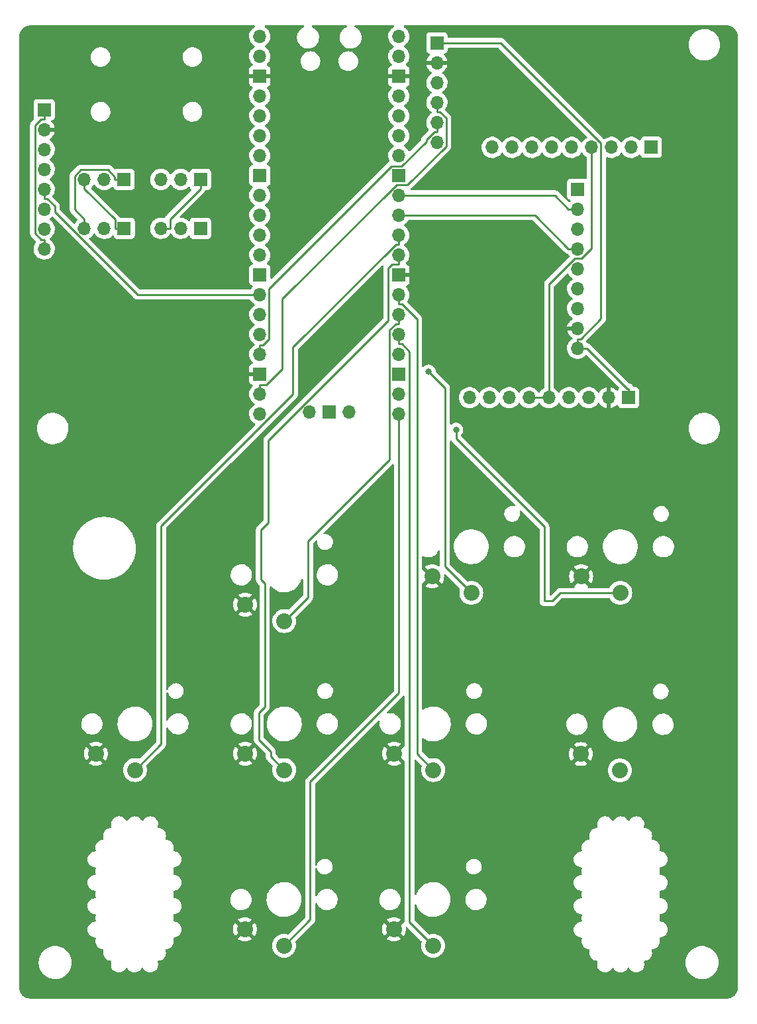
<source format=gbr>
%TF.GenerationSoftware,KiCad,Pcbnew,(6.0.7)*%
%TF.CreationDate,2024-01-18T22:54:25+09:00*%
%TF.ProjectId,pico_tracker,7069636f-5f74-4726-9163-6b65722e6b69,rev?*%
%TF.SameCoordinates,Original*%
%TF.FileFunction,Copper,L1,Top*%
%TF.FilePolarity,Positive*%
%FSLAX46Y46*%
G04 Gerber Fmt 4.6, Leading zero omitted, Abs format (unit mm)*
G04 Created by KiCad (PCBNEW (6.0.7)) date 2024-01-18 22:54:25*
%MOMM*%
%LPD*%
G01*
G04 APERTURE LIST*
%TA.AperFunction,ComponentPad*%
%ADD10R,1.700000X1.700000*%
%TD*%
%TA.AperFunction,ComponentPad*%
%ADD11O,1.700000X1.700000*%
%TD*%
%TA.AperFunction,ComponentPad*%
%ADD12C,2.032000*%
%TD*%
%TA.AperFunction,ViaPad*%
%ADD13C,0.800000*%
%TD*%
%TA.AperFunction,Conductor*%
%ADD14C,0.250000*%
%TD*%
G04 APERTURE END LIST*
D10*
%TO.P,J6,1,Pin_1*%
%TO.N,Net-(J1-PadT)*%
X115775000Y-54600000D03*
D11*
%TO.P,J6,2,Pin_2*%
%TO.N,Net-(J6-Pad2)*%
X113235000Y-54600000D03*
%TO.P,J6,3,Pin_3*%
%TO.N,Net-(J1-PadR)*%
X110695000Y-54600000D03*
%TD*%
D10*
%TO.P,J5,1,Pin_1*%
%TO.N,Net-(J1-PadR)*%
X115750000Y-48350000D03*
D11*
%TO.P,J5,2,Pin_2*%
%TO.N,Net-(J5-Pad2)*%
X113210000Y-48350000D03*
%TO.P,J5,3,Pin_3*%
%TO.N,Net-(J1-PadT)*%
X110670000Y-48350000D03*
%TD*%
D10*
%TO.P,J4,1,Pin_1*%
%TO.N,Net-(J2-PadT)*%
X125525000Y-54600000D03*
D11*
%TO.P,J4,2,Pin_2*%
%TO.N,Net-(D1-Pad2)*%
X122985000Y-54600000D03*
%TO.P,J4,3,Pin_3*%
%TO.N,Net-(J2-PadR)*%
X120445000Y-54600000D03*
%TD*%
D10*
%TO.P,J3,1,Pin_1*%
%TO.N,Net-(J2-PadR)*%
X125525000Y-48350000D03*
D11*
%TO.P,J3,2,Pin_2*%
%TO.N,Net-(J3-Pad2)*%
X122985000Y-48350000D03*
%TO.P,J3,3,Pin_3*%
%TO.N,Net-(J2-PadT)*%
X120445000Y-48350000D03*
%TD*%
%TO.P,U3,6,SCK*%
%TO.N,GND*%
X155750000Y-43600000D03*
%TO.P,U3,5,BCK*%
%TO.N,BCK*%
X155750000Y-41060000D03*
%TO.P,U3,4,DIN*%
%TO.N,DIN*%
X155750000Y-38520000D03*
%TO.P,U3,3,LRCK*%
%TO.N,LRCK*%
X155750000Y-35980000D03*
%TO.P,U3,2,GND*%
%TO.N,GND*%
X155750000Y-33440000D03*
D10*
%TO.P,U3,1,VIN*%
%TO.N,VCC*%
X155750000Y-30900000D03*
%TD*%
%TO.P,J8,1,Pin_1*%
%TO.N,unconnected-(J8-Pad1)*%
X173750000Y-49600000D03*
D11*
%TO.P,J8,2,Pin_2*%
%TO.N,DAT2*%
X173750000Y-52140000D03*
%TO.P,J8,3,Pin_3*%
%TO.N,D1*%
X173750000Y-54680000D03*
%TO.P,J8,4,Pin_4*%
%TO.N,D3*%
X173750000Y-57220000D03*
%TO.P,J8,5,Pin_5*%
%TO.N,SI*%
X173750000Y-59760000D03*
%TO.P,J8,6,Pin_6*%
%TO.N,SO*%
X173750000Y-62300000D03*
%TO.P,J8,7,Pin_7*%
%TO.N,CLK*%
X173750000Y-64840000D03*
%TO.P,J8,8,Pin_8*%
%TO.N,GND*%
X173750000Y-67380000D03*
%TO.P,J8,9,Pin_9*%
%TO.N,VCC*%
X173750000Y-69920000D03*
%TD*%
D10*
%TO.P,J10,1,Pin_1*%
%TO.N,VCC*%
X180250000Y-76250000D03*
D11*
%TO.P,J10,2,Pin_2*%
%TO.N,GND*%
X177710000Y-76250000D03*
%TO.P,J10,3,Pin_3*%
%TO.N,KILL_SWITCH*%
X175170000Y-76250000D03*
%TO.P,J10,4,Pin_4*%
%TO.N,L_AMP*%
X172630000Y-76250000D03*
%TO.P,J10,5,Pin_5*%
%TO.N,AGND*%
X170090000Y-76250000D03*
%TO.P,J10,6,Pin_6*%
X167550000Y-76250000D03*
%TO.P,J10,7,Pin_7*%
%TO.N,R_AMP*%
X165010000Y-76250000D03*
%TO.P,J10,8,Pin_8*%
%TO.N,unconnected-(J10-Pad8)*%
X162470000Y-76250000D03*
%TO.P,J10,9,Pin_9*%
%TO.N,unconnected-(J10-Pad9)*%
X159930000Y-76250000D03*
%TD*%
D12*
%TO.P,SW3,1*%
%TO.N,RIGHT*%
X155300000Y-123850000D03*
%TO.P,SW3,2*%
%TO.N,GND*%
X150300000Y-121750000D03*
%TD*%
%TO.P,SW2,1*%
%TO.N,DOWN*%
X136250000Y-123850000D03*
%TO.P,SW2,2*%
%TO.N,GND*%
X131250000Y-121750000D03*
%TD*%
%TO.P,SW1,1*%
%TO.N,LEFT*%
X117150000Y-123850000D03*
%TO.P,SW1,2*%
%TO.N,GND*%
X112150000Y-121750000D03*
%TD*%
%TO.P,SW5,1*%
%TO.N,RT*%
X155250000Y-146300000D03*
%TO.P,SW5,2*%
%TO.N,GND*%
X150250000Y-144200000D03*
%TD*%
%TO.P,SW7,1*%
%TO.N,A*%
X179200000Y-101200000D03*
%TO.P,SW7,2*%
%TO.N,GND*%
X174200000Y-99100000D03*
%TD*%
%TO.P,SW8,1*%
%TO.N,LT*%
X136200000Y-146300000D03*
%TO.P,SW8,2*%
%TO.N,GND*%
X131200000Y-144200000D03*
%TD*%
%TO.P,SW9,1*%
%TO.N,PLAY*%
X179150000Y-123900000D03*
%TO.P,SW9,2*%
%TO.N,GND*%
X174150000Y-121800000D03*
%TD*%
D10*
%TO.P,J7,1,Pin_1*%
%TO.N,VCC*%
X105550000Y-39450000D03*
D11*
%TO.P,J7,2,Pin_2*%
%TO.N,GND*%
X105550000Y-41990000D03*
%TO.P,J7,3,Pin_3*%
%TO.N,DP3*%
X105550000Y-44530000D03*
%TO.P,J7,4,Pin_4*%
%TO.N,DP4*%
X105550000Y-47070000D03*
%TO.P,J7,5,Pin_5*%
%TO.N,DP5*%
X105550000Y-49610000D03*
%TO.P,J7,6,Pin_6*%
%TO.N,DP6*%
X105550000Y-52150000D03*
%TO.P,J7,7,Pin_7*%
%TO.N,DP7*%
X105550000Y-54690000D03*
%TO.P,J7,8,Pin_8*%
%TO.N,VCC*%
X105550000Y-57230000D03*
%TD*%
D12*
%TO.P,SW4,1*%
%TO.N,UP*%
X136250000Y-104800000D03*
%TO.P,SW4,2*%
%TO.N,GND*%
X131250000Y-102700000D03*
%TD*%
%TO.P,SW6,1*%
%TO.N,B*%
X160150000Y-101200000D03*
%TO.P,SW6,2*%
%TO.N,GND*%
X155150000Y-99100000D03*
%TD*%
D11*
%TO.P,REF1,9*%
%TO.N,N/C*%
X162830000Y-44250000D03*
%TO.P,REF1,8*%
X165370000Y-44250000D03*
%TO.P,REF1,7*%
X167910000Y-44250000D03*
%TO.P,REF1,6*%
X170450000Y-44250000D03*
%TO.P,REF1,5*%
X172990000Y-44250000D03*
%TO.P,REF1,4*%
%TO.N,AGND*%
X175530000Y-44250000D03*
%TO.P,REF1,3*%
%TO.N,ROUT*%
X178070000Y-44250000D03*
%TO.P,REF1,2*%
%TO.N,AGND*%
X180610000Y-44250000D03*
D10*
%TO.P,REF1,1*%
%TO.N,LOUT*%
X183150000Y-44250000D03*
%TD*%
D11*
%TO.P,U1,43,SWDIO*%
%TO.N,unconnected-(U1-Pad43)*%
X139460000Y-78100000D03*
D10*
%TO.P,U1,42,GND*%
%TO.N,unconnected-(U1-Pad42)*%
X142000000Y-78100000D03*
D11*
%TO.P,U1,41,SWCLK*%
%TO.N,unconnected-(U1-Pad41)*%
X144540000Y-78100000D03*
%TO.P,U1,40,VBUS*%
%TO.N,unconnected-(U1-Pad40)*%
X133110000Y-30070000D03*
%TO.P,U1,39,VSYS*%
%TO.N,unconnected-(U1-Pad39)*%
X133110000Y-32610000D03*
D10*
%TO.P,U1,38,GND*%
%TO.N,GND*%
X133110000Y-35150000D03*
D11*
%TO.P,U1,37,3V3_EN*%
%TO.N,unconnected-(U1-Pad37)*%
X133110000Y-37690000D03*
%TO.P,U1,36,3V3*%
%TO.N,VCC*%
X133110000Y-40230000D03*
%TO.P,U1,35,ADC_VREF*%
%TO.N,unconnected-(U1-Pad35)*%
X133110000Y-42770000D03*
%TO.P,U1,34,GPIO28_ADC2*%
%TO.N,unconnected-(U1-Pad34)*%
X133110000Y-45310000D03*
D10*
%TO.P,U1,33,AGND*%
%TO.N,unconnected-(U1-Pad33)*%
X133110000Y-47850000D03*
D11*
%TO.P,U1,32,GPIO27_ADC1*%
%TO.N,DP6*%
X133110000Y-50390000D03*
%TO.P,U1,31,GPIO26_ADC0*%
%TO.N,DP7*%
X133110000Y-52930000D03*
%TO.P,U1,30,RUN*%
%TO.N,unconnected-(U1-Pad30)*%
X133110000Y-55470000D03*
%TO.P,U1,29,GPIO22*%
%TO.N,DP4*%
X133110000Y-58010000D03*
D10*
%TO.P,U1,28,GND*%
%TO.N,unconnected-(U1-Pad28)*%
X133110000Y-60550000D03*
D11*
%TO.P,U1,27,GPIO21*%
%TO.N,DP5*%
X133110000Y-63090000D03*
%TO.P,U1,26,GPIO20*%
%TO.N,DP3*%
X133110000Y-65630000D03*
%TO.P,U1,25,GPIO19*%
%TO.N,LRCK*%
X133110000Y-68170000D03*
%TO.P,U1,24,GPIO18*%
%TO.N,BCK*%
X133110000Y-70710000D03*
D10*
%TO.P,U1,23,GND*%
%TO.N,GND*%
X133110000Y-73250000D03*
D11*
%TO.P,U1,22,GPIO17*%
%TO.N,DIN*%
X133110000Y-75790000D03*
%TO.P,U1,21,GPIO16*%
%TO.N,PLAY*%
X133110000Y-78330000D03*
%TO.P,U1,20,GPIO15*%
%TO.N,LT*%
X150890000Y-78330000D03*
%TO.P,U1,19,GPIO14*%
%TO.N,A*%
X150890000Y-75790000D03*
D10*
%TO.P,U1,18,GND*%
%TO.N,GND*%
X150890000Y-73250000D03*
D11*
%TO.P,U1,17,GPIO13*%
%TO.N,B*%
X150890000Y-70710000D03*
%TO.P,U1,16,GPIO12*%
%TO.N,RT*%
X150890000Y-68170000D03*
%TO.P,U1,15,GPIO11*%
%TO.N,UP*%
X150890000Y-65630000D03*
%TO.P,U1,14,GPIO10*%
%TO.N,RIGHT*%
X150890000Y-63090000D03*
D10*
%TO.P,U1,13,GND*%
%TO.N,GND*%
X150890000Y-60550000D03*
D11*
%TO.P,U1,12,GPIO9*%
%TO.N,DOWN*%
X150890000Y-58010000D03*
%TO.P,U1,11,GPIO8*%
%TO.N,LEFT*%
X150890000Y-55470000D03*
%TO.P,U1,10,GPIO7*%
%TO.N,D3*%
X150890000Y-52930000D03*
%TO.P,U1,9,GPIO6*%
%TO.N,DAT2*%
X150890000Y-50390000D03*
D10*
%TO.P,U1,8,GND*%
%TO.N,unconnected-(U1-Pad8)*%
X150890000Y-47850000D03*
D11*
%TO.P,U1,7,GPIO5*%
%TO.N,D1*%
X150890000Y-45310000D03*
%TO.P,U1,6,GPIO4*%
%TO.N,SO*%
X150890000Y-42770000D03*
%TO.P,U1,5,GPIO3*%
%TO.N,SI*%
X150890000Y-40230000D03*
%TO.P,U1,4,GPIO2*%
%TO.N,CLK*%
X150890000Y-37690000D03*
D10*
%TO.P,U1,3,GND*%
%TO.N,GND*%
X150890000Y-35150000D03*
D11*
%TO.P,U1,2,GPIO1*%
%TO.N,TX*%
X150890000Y-32610000D03*
%TO.P,U1,1,GPIO0*%
%TO.N,RX*%
X150890000Y-30070000D03*
%TD*%
D13*
%TO.N,GND*%
X159500000Y-47000000D03*
%TO.N,A*%
X158210600Y-80357800D03*
%TO.N,B*%
X154688600Y-72930100D03*
%TD*%
D14*
%TO.N,DOWN*%
X134500000Y-122100000D02*
X136250000Y-123850000D01*
X133000000Y-120000000D02*
X134500000Y-121500000D01*
X133000000Y-116500000D02*
X133000000Y-120000000D01*
X133750000Y-115750000D02*
X133000000Y-116500000D01*
X133750000Y-100000000D02*
X133750000Y-115750000D01*
X133250000Y-99500000D02*
X133750000Y-100000000D01*
X133250000Y-93142961D02*
X133250000Y-99500000D01*
X134202200Y-92190761D02*
X133250000Y-93142961D01*
X134202200Y-81695800D02*
X134202200Y-92190761D01*
X149525200Y-66372800D02*
X134202200Y-81695800D01*
X149525200Y-59718900D02*
X149525200Y-66372800D01*
X150059000Y-59185100D02*
X149525200Y-59718900D01*
X150890000Y-59185100D02*
X150059000Y-59185100D01*
X134500000Y-121500000D02*
X134500000Y-122100000D01*
X150890000Y-58010000D02*
X150890000Y-59185100D01*
%TO.N,A*%
X170500000Y-102250000D02*
X169500000Y-102250000D01*
X171550000Y-101200000D02*
X170500000Y-102250000D01*
X169500000Y-92765200D02*
X169500000Y-102250000D01*
X158210600Y-80357800D02*
X158210600Y-81475800D01*
X158210600Y-81475800D02*
X169500000Y-92765200D01*
X171550000Y-101200000D02*
X179200000Y-101200000D01*
%TO.N,AGND*%
X167550000Y-76250000D02*
X168725100Y-76250000D01*
X170090000Y-61741400D02*
X170090000Y-76250000D01*
X173425600Y-58405800D02*
X170090000Y-61741400D01*
X174276500Y-58405800D02*
X173425600Y-58405800D01*
X175530000Y-57152300D02*
X174276500Y-58405800D01*
X175530000Y-44250000D02*
X175530000Y-57152300D01*
X170090000Y-76250000D02*
X168725100Y-76250000D01*
%TO.N,BCK*%
X155434800Y-42235100D02*
X155750000Y-42235100D01*
X154385200Y-43284700D02*
X155434800Y-42235100D01*
X154385200Y-43505600D02*
X154385200Y-43284700D01*
X151216000Y-46674800D02*
X154385200Y-43505600D01*
X149905400Y-46674800D02*
X151216000Y-46674800D01*
X134285100Y-62295100D02*
X149905400Y-46674800D01*
X134285100Y-68727100D02*
X134285100Y-62295100D01*
X133477300Y-69534900D02*
X134285100Y-68727100D01*
X133110000Y-69534900D02*
X133477300Y-69534900D01*
X133110000Y-70710000D02*
X133110000Y-69534900D01*
X155750000Y-41060000D02*
X155750000Y-42235100D01*
%TO.N,DIN*%
X133941000Y-74614900D02*
X133110000Y-74614900D01*
X136002600Y-72553300D02*
X133941000Y-74614900D01*
X136002600Y-63599200D02*
X136002600Y-72553300D01*
X150576600Y-49025200D02*
X136002600Y-63599200D01*
X152013000Y-49025200D02*
X150576600Y-49025200D01*
X156931200Y-44107000D02*
X152013000Y-49025200D01*
X156931200Y-40509100D02*
X156931200Y-44107000D01*
X156117200Y-39695100D02*
X156931200Y-40509100D01*
X155750000Y-39695100D02*
X156117200Y-39695100D01*
X155750000Y-38520000D02*
X155750000Y-39695100D01*
X133110000Y-75790000D02*
X133110000Y-74614900D01*
%TO.N,D3*%
X168284900Y-52930000D02*
X172574900Y-57220000D01*
X150890000Y-52930000D02*
X168284900Y-52930000D01*
X173750000Y-57220000D02*
X172574900Y-57220000D01*
%TO.N,DAT2*%
X170824900Y-50390000D02*
X172574900Y-52140000D01*
X150890000Y-50390000D02*
X170824900Y-50390000D01*
X173750000Y-52140000D02*
X172574900Y-52140000D01*
%TO.N,LT*%
X139560700Y-142939300D02*
X136200000Y-146300000D01*
X139560700Y-125340400D02*
X139560700Y-142939300D01*
X150890000Y-114011100D02*
X139560700Y-125340400D01*
X150890000Y-78330000D02*
X150890000Y-114011100D01*
%TO.N,B*%
X156789400Y-97839400D02*
X160150000Y-101200000D01*
X156789400Y-75030900D02*
X156789400Y-97839400D01*
X154688600Y-72930100D02*
X156789400Y-75030900D01*
%TO.N,RT*%
X151255200Y-69345100D02*
X150890000Y-69345100D01*
X152254800Y-70344700D02*
X151255200Y-69345100D01*
X152254800Y-143304800D02*
X152254800Y-70344700D01*
X155250000Y-146300000D02*
X152254800Y-143304800D01*
X150890000Y-68170000D02*
X150890000Y-69345100D01*
%TO.N,UP*%
X139282200Y-101767800D02*
X136250000Y-104800000D01*
X139282200Y-94595600D02*
X139282200Y-101767800D01*
X149714900Y-84162900D02*
X139282200Y-94595600D01*
X149714900Y-67612900D02*
X149714900Y-84162900D01*
X150522700Y-66805100D02*
X149714900Y-67612900D01*
X150890000Y-66805100D02*
X150522700Y-66805100D01*
X150890000Y-65630000D02*
X150890000Y-66805100D01*
%TO.N,RIGHT*%
X151255200Y-64265100D02*
X150890000Y-64265100D01*
X153210400Y-66220300D02*
X151255200Y-64265100D01*
X153210400Y-121760400D02*
X153210400Y-66220300D01*
X155300000Y-123850000D02*
X153210400Y-121760400D01*
X150890000Y-63090000D02*
X150890000Y-64265100D01*
%TO.N,LEFT*%
X120510700Y-120489300D02*
X117150000Y-123850000D01*
X120510700Y-92625800D02*
X120510700Y-120489300D01*
X137362900Y-75773600D02*
X120510700Y-92625800D01*
X137362900Y-69805000D02*
X137362900Y-75773600D01*
X150522800Y-56645100D02*
X137362900Y-69805000D01*
X150890000Y-56645100D02*
X150522800Y-56645100D01*
X150890000Y-55470000D02*
X150890000Y-56645100D01*
%TO.N,DP5*%
X105915200Y-50785100D02*
X105550000Y-50785100D01*
X106914800Y-51784700D02*
X105915200Y-50785100D01*
X106914800Y-52489800D02*
X106914800Y-51784700D01*
X117515000Y-63090000D02*
X106914800Y-52489800D01*
X131934900Y-63090000D02*
X117515000Y-63090000D01*
X133110000Y-63090000D02*
X131934900Y-63090000D01*
X105550000Y-49610000D02*
X105550000Y-50785100D01*
%TO.N,VCC*%
X105182700Y-40625100D02*
X105550000Y-40625100D01*
X104374900Y-41432900D02*
X105182700Y-40625100D01*
X104374900Y-55247000D02*
X104374900Y-41432900D01*
X105182800Y-56054900D02*
X104374900Y-55247000D01*
X105550000Y-56054900D02*
X105182800Y-56054900D01*
X105550000Y-57230000D02*
X105550000Y-56054900D01*
X105550000Y-39450000D02*
X105550000Y-40625100D01*
X180080000Y-75074900D02*
X180250000Y-75074900D01*
X174925100Y-69920000D02*
X180080000Y-75074900D01*
X173750000Y-69920000D02*
X174925100Y-69920000D01*
X180250000Y-76250000D02*
X180250000Y-75074900D01*
X174115200Y-68744900D02*
X173750000Y-68744900D01*
X176730700Y-66129400D02*
X174115200Y-68744900D01*
X176730700Y-43743800D02*
X176730700Y-66129400D01*
X163886900Y-30900000D02*
X176730700Y-43743800D01*
X155750000Y-30900000D02*
X163886900Y-30900000D01*
X173750000Y-69920000D02*
X173750000Y-68744900D01*
%TO.N,Net-(J1-PadT)*%
X114599900Y-53455000D02*
X114599900Y-54600000D01*
X110670000Y-49525100D02*
X114599900Y-53455000D01*
X110670000Y-48350000D02*
X110670000Y-49525100D01*
X115775000Y-54600000D02*
X114599900Y-54600000D01*
%TO.N,Net-(J1-PadR)*%
X109446200Y-52176100D02*
X110695000Y-53424900D01*
X109446200Y-47897300D02*
X109446200Y-52176100D01*
X110226600Y-47116900D02*
X109446200Y-47897300D01*
X113709000Y-47116900D02*
X110226600Y-47116900D01*
X114574900Y-47982800D02*
X113709000Y-47116900D01*
X114574900Y-48350000D02*
X114574900Y-47982800D01*
X115750000Y-48350000D02*
X114574900Y-48350000D01*
X110695000Y-54600000D02*
X110695000Y-53424900D01*
%TO.N,Net-(J2-PadR)*%
X121620100Y-53430000D02*
X121620100Y-54600000D01*
X125525000Y-49525100D02*
X121620100Y-53430000D01*
X125525000Y-48350000D02*
X125525000Y-49525100D01*
X120445000Y-54600000D02*
X121620100Y-54600000D01*
%TD*%
%TA.AperFunction,Conductor*%
%TO.N,GND*%
G36*
X132437619Y-28675804D02*
G01*
X132484112Y-28729460D01*
X132494216Y-28799734D01*
X132464722Y-28864314D01*
X132427681Y-28893564D01*
X132383607Y-28916507D01*
X132379474Y-28919610D01*
X132379471Y-28919612D01*
X132215925Y-29042406D01*
X132204965Y-29050635D01*
X132167627Y-29089707D01*
X132083155Y-29178102D01*
X132050629Y-29212138D01*
X132047715Y-29216410D01*
X132047714Y-29216411D01*
X131980542Y-29314881D01*
X131924743Y-29396680D01*
X131905861Y-29437358D01*
X131846661Y-29564895D01*
X131830688Y-29599305D01*
X131770989Y-29814570D01*
X131747251Y-30036695D01*
X131747548Y-30041848D01*
X131747548Y-30041851D01*
X131759348Y-30246498D01*
X131760110Y-30259715D01*
X131761247Y-30264761D01*
X131761248Y-30264767D01*
X131779095Y-30343958D01*
X131809222Y-30477639D01*
X131893266Y-30684616D01*
X131944019Y-30767438D01*
X131996580Y-30853209D01*
X132009987Y-30875088D01*
X132156250Y-31043938D01*
X132328126Y-31186632D01*
X132332971Y-31189463D01*
X132401445Y-31229476D01*
X132450169Y-31281114D01*
X132463240Y-31350897D01*
X132436509Y-31416669D01*
X132396055Y-31450027D01*
X132383607Y-31456507D01*
X132379474Y-31459610D01*
X132379471Y-31459612D01*
X132217856Y-31580956D01*
X132204965Y-31590635D01*
X132050629Y-31752138D01*
X132047715Y-31756410D01*
X132047714Y-31756411D01*
X132019253Y-31798134D01*
X131924743Y-31936680D01*
X131882391Y-32027919D01*
X131833328Y-32133618D01*
X131830688Y-32139305D01*
X131770989Y-32354570D01*
X131747251Y-32576695D01*
X131747548Y-32581848D01*
X131747548Y-32581851D01*
X131753011Y-32676590D01*
X131760110Y-32799715D01*
X131761247Y-32804761D01*
X131761248Y-32804767D01*
X131777974Y-32878984D01*
X131809222Y-33017639D01*
X131864099Y-33152785D01*
X131875973Y-33182027D01*
X131893266Y-33224616D01*
X131941670Y-33303604D01*
X131989412Y-33381512D01*
X132009987Y-33415088D01*
X132156250Y-33583938D01*
X132160225Y-33587238D01*
X132160231Y-33587244D01*
X132165425Y-33591556D01*
X132205059Y-33650460D01*
X132206555Y-33721441D01*
X132169439Y-33781962D01*
X132129168Y-33806480D01*
X132021946Y-33846676D01*
X132006351Y-33855214D01*
X131904276Y-33931715D01*
X131891715Y-33944276D01*
X131815214Y-34046351D01*
X131806676Y-34061946D01*
X131761522Y-34182394D01*
X131757895Y-34197646D01*
X131752369Y-34248514D01*
X131752000Y-34255328D01*
X131752000Y-34877885D01*
X131756475Y-34893124D01*
X131757865Y-34894329D01*
X131765548Y-34896000D01*
X134449884Y-34896000D01*
X134465123Y-34891525D01*
X134466328Y-34890135D01*
X134467999Y-34882452D01*
X134467999Y-34255331D01*
X134467629Y-34248510D01*
X134462105Y-34197646D01*
X134458479Y-34182396D01*
X134413324Y-34061946D01*
X134404786Y-34046351D01*
X134328285Y-33944276D01*
X134315724Y-33931715D01*
X134213649Y-33855214D01*
X134198054Y-33846676D01*
X134087813Y-33805348D01*
X134031049Y-33762706D01*
X134006349Y-33696145D01*
X134021557Y-33626796D01*
X134043104Y-33598115D01*
X134144430Y-33497144D01*
X134144440Y-33497132D01*
X134148096Y-33493489D01*
X134183734Y-33443894D01*
X134275435Y-33316277D01*
X134278453Y-33312077D01*
X134319018Y-33230000D01*
X138311693Y-33230000D01*
X138330885Y-33449371D01*
X138387880Y-33662076D01*
X138403767Y-33696145D01*
X138478618Y-33856666D01*
X138478621Y-33856671D01*
X138480944Y-33861653D01*
X138484100Y-33866160D01*
X138484101Y-33866162D01*
X138548684Y-33958395D01*
X138607251Y-34042038D01*
X138762962Y-34197749D01*
X138943346Y-34324056D01*
X139142924Y-34417120D01*
X139355629Y-34474115D01*
X139575000Y-34493307D01*
X139794371Y-34474115D01*
X140007076Y-34417120D01*
X140206654Y-34324056D01*
X140387038Y-34197749D01*
X140542749Y-34042038D01*
X140601317Y-33958395D01*
X140665899Y-33866162D01*
X140665900Y-33866160D01*
X140669056Y-33861653D01*
X140671379Y-33856671D01*
X140671382Y-33856666D01*
X140746233Y-33696145D01*
X140762120Y-33662076D01*
X140819115Y-33449371D01*
X140838307Y-33230000D01*
X143161693Y-33230000D01*
X143180885Y-33449371D01*
X143237880Y-33662076D01*
X143253767Y-33696145D01*
X143328618Y-33856666D01*
X143328621Y-33856671D01*
X143330944Y-33861653D01*
X143334100Y-33866160D01*
X143334101Y-33866162D01*
X143398684Y-33958395D01*
X143457251Y-34042038D01*
X143612962Y-34197749D01*
X143793346Y-34324056D01*
X143992924Y-34417120D01*
X144205629Y-34474115D01*
X144425000Y-34493307D01*
X144644371Y-34474115D01*
X144857076Y-34417120D01*
X145056654Y-34324056D01*
X145237038Y-34197749D01*
X145392749Y-34042038D01*
X145451317Y-33958395D01*
X145515899Y-33866162D01*
X145515900Y-33866160D01*
X145519056Y-33861653D01*
X145521379Y-33856671D01*
X145521382Y-33856666D01*
X145596233Y-33696145D01*
X145612120Y-33662076D01*
X145669115Y-33449371D01*
X145688307Y-33230000D01*
X145669115Y-33010629D01*
X145612120Y-32797924D01*
X145568585Y-32704562D01*
X145521382Y-32603334D01*
X145521379Y-32603329D01*
X145519056Y-32598347D01*
X145510920Y-32586727D01*
X145395908Y-32422473D01*
X145395906Y-32422470D01*
X145392749Y-32417962D01*
X145237038Y-32262251D01*
X145231682Y-32258500D01*
X145141321Y-32195229D01*
X145056654Y-32135944D01*
X144857076Y-32042880D01*
X144644371Y-31985885D01*
X144425000Y-31966693D01*
X144205629Y-31985885D01*
X143992924Y-32042880D01*
X143931117Y-32071701D01*
X143798334Y-32133618D01*
X143798329Y-32133621D01*
X143793347Y-32135944D01*
X143788840Y-32139100D01*
X143788838Y-32139101D01*
X143617473Y-32259092D01*
X143617470Y-32259094D01*
X143612962Y-32262251D01*
X143457251Y-32417962D01*
X143454094Y-32422470D01*
X143454092Y-32422473D01*
X143339080Y-32586727D01*
X143330944Y-32598347D01*
X143328621Y-32603329D01*
X143328618Y-32603334D01*
X143281415Y-32704562D01*
X143237880Y-32797924D01*
X143180885Y-33010629D01*
X143161693Y-33230000D01*
X140838307Y-33230000D01*
X140819115Y-33010629D01*
X140762120Y-32797924D01*
X140718585Y-32704562D01*
X140671382Y-32603334D01*
X140671379Y-32603329D01*
X140669056Y-32598347D01*
X140660920Y-32586727D01*
X140545908Y-32422473D01*
X140545906Y-32422470D01*
X140542749Y-32417962D01*
X140387038Y-32262251D01*
X140381682Y-32258500D01*
X140291321Y-32195229D01*
X140206654Y-32135944D01*
X140007076Y-32042880D01*
X139794371Y-31985885D01*
X139575000Y-31966693D01*
X139355629Y-31985885D01*
X139142924Y-32042880D01*
X139081117Y-32071701D01*
X138948334Y-32133618D01*
X138948329Y-32133621D01*
X138943347Y-32135944D01*
X138938840Y-32139100D01*
X138938838Y-32139101D01*
X138767473Y-32259092D01*
X138767470Y-32259094D01*
X138762962Y-32262251D01*
X138607251Y-32417962D01*
X138604094Y-32422470D01*
X138604092Y-32422473D01*
X138489080Y-32586727D01*
X138480944Y-32598347D01*
X138478621Y-32603329D01*
X138478618Y-32603334D01*
X138431415Y-32704562D01*
X138387880Y-32797924D01*
X138330885Y-33010629D01*
X138311693Y-33230000D01*
X134319018Y-33230000D01*
X134342728Y-33182027D01*
X134375136Y-33116453D01*
X134375137Y-33116451D01*
X134377430Y-33111811D01*
X134442370Y-32898069D01*
X134471529Y-32676590D01*
X134472340Y-32643396D01*
X134473074Y-32613365D01*
X134473074Y-32613361D01*
X134473156Y-32610000D01*
X134454852Y-32387361D01*
X134400431Y-32170702D01*
X134311354Y-31965840D01*
X134246323Y-31865318D01*
X134192822Y-31782617D01*
X134192820Y-31782614D01*
X134190014Y-31778277D01*
X134039670Y-31613051D01*
X134035619Y-31609852D01*
X134035615Y-31609848D01*
X133868414Y-31477800D01*
X133868410Y-31477798D01*
X133864359Y-31474598D01*
X133823053Y-31451796D01*
X133773084Y-31401364D01*
X133758312Y-31331921D01*
X133783428Y-31265516D01*
X133810780Y-31238909D01*
X133857089Y-31205877D01*
X133989860Y-31111173D01*
X134148096Y-30953489D01*
X134207594Y-30870689D01*
X134275435Y-30776277D01*
X134278453Y-30772077D01*
X134286049Y-30756709D01*
X134375136Y-30576453D01*
X134375137Y-30576451D01*
X134377430Y-30571811D01*
X134434670Y-30383414D01*
X134440865Y-30363023D01*
X134440865Y-30363021D01*
X134442370Y-30358069D01*
X134471529Y-30136590D01*
X134472317Y-30104357D01*
X134473074Y-30073365D01*
X134473074Y-30073361D01*
X134473156Y-30070000D01*
X134454852Y-29847361D01*
X134400431Y-29630702D01*
X134311354Y-29425840D01*
X134251835Y-29333838D01*
X134192822Y-29242617D01*
X134192820Y-29242614D01*
X134190014Y-29238277D01*
X134039670Y-29073051D01*
X134035619Y-29069852D01*
X134035615Y-29069848D01*
X133868414Y-28937800D01*
X133868410Y-28937798D01*
X133864359Y-28934598D01*
X133787392Y-28892110D01*
X133737423Y-28841678D01*
X133722651Y-28772235D01*
X133747767Y-28705830D01*
X133804798Y-28663545D01*
X133848287Y-28655802D01*
X138677557Y-28655802D01*
X138745678Y-28675804D01*
X138792171Y-28729460D01*
X138802275Y-28799734D01*
X138772781Y-28864314D01*
X138727758Y-28896961D01*
X138727314Y-28897106D01*
X138626549Y-28949561D01*
X138541772Y-28993693D01*
X138521872Y-29004052D01*
X138517739Y-29007155D01*
X138517736Y-29007157D01*
X138341452Y-29139515D01*
X138336655Y-29143117D01*
X138333083Y-29146855D01*
X138229880Y-29254851D01*
X138176639Y-29310564D01*
X138173725Y-29314836D01*
X138173724Y-29314837D01*
X138117895Y-29396680D01*
X138046119Y-29501899D01*
X137948602Y-29711981D01*
X137886707Y-29935169D01*
X137862095Y-30165469D01*
X137862392Y-30170622D01*
X137862392Y-30170625D01*
X137870215Y-30306305D01*
X137875427Y-30396697D01*
X137876564Y-30401743D01*
X137876565Y-30401749D01*
X137900453Y-30507747D01*
X137926346Y-30622642D01*
X137928288Y-30627424D01*
X137928289Y-30627428D01*
X138011540Y-30832450D01*
X138013484Y-30837237D01*
X138134501Y-31034719D01*
X138286147Y-31209784D01*
X138464349Y-31357730D01*
X138664322Y-31474584D01*
X138880694Y-31557209D01*
X138885760Y-31558240D01*
X138885761Y-31558240D01*
X138938846Y-31569040D01*
X139107656Y-31603385D01*
X139238324Y-31608176D01*
X139333949Y-31611683D01*
X139333953Y-31611683D01*
X139339113Y-31611872D01*
X139344233Y-31611216D01*
X139344235Y-31611216D01*
X139417270Y-31601860D01*
X139568847Y-31582442D01*
X139573795Y-31580957D01*
X139573802Y-31580956D01*
X139785747Y-31517369D01*
X139790690Y-31515886D01*
X139798016Y-31512297D01*
X139994049Y-31416262D01*
X139994052Y-31416260D01*
X139998684Y-31413991D01*
X140187243Y-31279494D01*
X140351303Y-31116005D01*
X140486458Y-30927917D01*
X140521271Y-30857479D01*
X140586784Y-30724922D01*
X140586785Y-30724920D01*
X140589078Y-30720280D01*
X140656408Y-30498671D01*
X140686640Y-30269041D01*
X140686740Y-30264949D01*
X140688245Y-30203365D01*
X140688245Y-30203361D01*
X140688327Y-30200000D01*
X140680180Y-30100909D01*
X140669773Y-29974318D01*
X140669772Y-29974312D01*
X140669349Y-29969167D01*
X140627479Y-29802474D01*
X140614184Y-29749544D01*
X140614183Y-29749540D01*
X140612925Y-29744533D01*
X140604009Y-29724028D01*
X140522630Y-29536868D01*
X140522628Y-29536865D01*
X140520570Y-29532131D01*
X140394764Y-29337665D01*
X140376213Y-29317277D01*
X140320831Y-29256414D01*
X140238887Y-29166358D01*
X140234836Y-29163159D01*
X140234832Y-29163155D01*
X140061177Y-29026011D01*
X140061172Y-29026008D01*
X140057123Y-29022810D01*
X140052607Y-29020317D01*
X140052604Y-29020315D01*
X139858879Y-28913373D01*
X139858875Y-28913371D01*
X139854355Y-28910876D01*
X139849486Y-28909152D01*
X139849482Y-28909150D01*
X139825266Y-28900575D01*
X139767730Y-28858981D01*
X139741814Y-28792883D01*
X139755748Y-28723267D01*
X139805107Y-28672236D01*
X139867326Y-28655802D01*
X144127557Y-28655802D01*
X144195678Y-28675804D01*
X144242171Y-28729460D01*
X144252275Y-28799734D01*
X144222781Y-28864314D01*
X144177758Y-28896961D01*
X144177314Y-28897106D01*
X144076549Y-28949561D01*
X143991772Y-28993693D01*
X143971872Y-29004052D01*
X143967739Y-29007155D01*
X143967736Y-29007157D01*
X143791452Y-29139515D01*
X143786655Y-29143117D01*
X143783083Y-29146855D01*
X143679880Y-29254851D01*
X143626639Y-29310564D01*
X143623725Y-29314836D01*
X143623724Y-29314837D01*
X143567895Y-29396680D01*
X143496119Y-29501899D01*
X143398602Y-29711981D01*
X143336707Y-29935169D01*
X143312095Y-30165469D01*
X143312392Y-30170622D01*
X143312392Y-30170625D01*
X143320215Y-30306305D01*
X143325427Y-30396697D01*
X143326564Y-30401743D01*
X143326565Y-30401749D01*
X143350453Y-30507747D01*
X143376346Y-30622642D01*
X143378288Y-30627424D01*
X143378289Y-30627428D01*
X143461540Y-30832450D01*
X143463484Y-30837237D01*
X143584501Y-31034719D01*
X143736147Y-31209784D01*
X143914349Y-31357730D01*
X144114322Y-31474584D01*
X144330694Y-31557209D01*
X144335760Y-31558240D01*
X144335761Y-31558240D01*
X144388846Y-31569040D01*
X144557656Y-31603385D01*
X144688324Y-31608176D01*
X144783949Y-31611683D01*
X144783953Y-31611683D01*
X144789113Y-31611872D01*
X144794233Y-31611216D01*
X144794235Y-31611216D01*
X144867270Y-31601860D01*
X145018847Y-31582442D01*
X145023795Y-31580957D01*
X145023802Y-31580956D01*
X145235747Y-31517369D01*
X145240690Y-31515886D01*
X145248016Y-31512297D01*
X145444049Y-31416262D01*
X145444052Y-31416260D01*
X145448684Y-31413991D01*
X145637243Y-31279494D01*
X145801303Y-31116005D01*
X145936458Y-30927917D01*
X145971271Y-30857479D01*
X146036784Y-30724922D01*
X146036785Y-30724920D01*
X146039078Y-30720280D01*
X146106408Y-30498671D01*
X146136640Y-30269041D01*
X146136740Y-30264949D01*
X146138245Y-30203365D01*
X146138245Y-30203361D01*
X146138327Y-30200000D01*
X146130180Y-30100909D01*
X146119773Y-29974318D01*
X146119772Y-29974312D01*
X146119349Y-29969167D01*
X146077479Y-29802474D01*
X146064184Y-29749544D01*
X146064183Y-29749540D01*
X146062925Y-29744533D01*
X146054009Y-29724028D01*
X145972630Y-29536868D01*
X145972628Y-29536865D01*
X145970570Y-29532131D01*
X145844764Y-29337665D01*
X145826213Y-29317277D01*
X145770831Y-29256414D01*
X145688887Y-29166358D01*
X145684836Y-29163159D01*
X145684832Y-29163155D01*
X145511177Y-29026011D01*
X145511172Y-29026008D01*
X145507123Y-29022810D01*
X145502607Y-29020317D01*
X145502604Y-29020315D01*
X145308879Y-28913373D01*
X145308875Y-28913371D01*
X145304355Y-28910876D01*
X145299486Y-28909152D01*
X145299482Y-28909150D01*
X145275266Y-28900575D01*
X145217730Y-28858981D01*
X145191814Y-28792883D01*
X145205748Y-28723267D01*
X145255107Y-28672236D01*
X145317326Y-28655802D01*
X150149498Y-28655802D01*
X150217619Y-28675804D01*
X150264112Y-28729460D01*
X150274216Y-28799734D01*
X150244722Y-28864314D01*
X150207681Y-28893564D01*
X150163607Y-28916507D01*
X150159474Y-28919610D01*
X150159471Y-28919612D01*
X149995925Y-29042406D01*
X149984965Y-29050635D01*
X149947627Y-29089707D01*
X149863155Y-29178102D01*
X149830629Y-29212138D01*
X149827715Y-29216410D01*
X149827714Y-29216411D01*
X149760542Y-29314881D01*
X149704743Y-29396680D01*
X149685861Y-29437358D01*
X149626661Y-29564895D01*
X149610688Y-29599305D01*
X149550989Y-29814570D01*
X149527251Y-30036695D01*
X149527548Y-30041848D01*
X149527548Y-30041851D01*
X149539348Y-30246498D01*
X149540110Y-30259715D01*
X149541247Y-30264761D01*
X149541248Y-30264767D01*
X149559095Y-30343958D01*
X149589222Y-30477639D01*
X149673266Y-30684616D01*
X149724019Y-30767438D01*
X149776580Y-30853209D01*
X149789987Y-30875088D01*
X149936250Y-31043938D01*
X150108126Y-31186632D01*
X150112971Y-31189463D01*
X150181445Y-31229476D01*
X150230169Y-31281114D01*
X150243240Y-31350897D01*
X150216509Y-31416669D01*
X150176055Y-31450027D01*
X150163607Y-31456507D01*
X150159474Y-31459610D01*
X150159471Y-31459612D01*
X149997856Y-31580956D01*
X149984965Y-31590635D01*
X149830629Y-31752138D01*
X149827715Y-31756410D01*
X149827714Y-31756411D01*
X149799253Y-31798134D01*
X149704743Y-31936680D01*
X149662391Y-32027919D01*
X149613328Y-32133618D01*
X149610688Y-32139305D01*
X149550989Y-32354570D01*
X149527251Y-32576695D01*
X149527548Y-32581848D01*
X149527548Y-32581851D01*
X149533011Y-32676590D01*
X149540110Y-32799715D01*
X149541247Y-32804761D01*
X149541248Y-32804767D01*
X149557974Y-32878984D01*
X149589222Y-33017639D01*
X149644099Y-33152785D01*
X149655973Y-33182027D01*
X149673266Y-33224616D01*
X149721670Y-33303604D01*
X149769412Y-33381512D01*
X149789987Y-33415088D01*
X149936250Y-33583938D01*
X149940225Y-33587238D01*
X149940231Y-33587244D01*
X149945425Y-33591556D01*
X149985059Y-33650460D01*
X149986555Y-33721441D01*
X149949439Y-33781962D01*
X149909168Y-33806480D01*
X149801946Y-33846676D01*
X149786351Y-33855214D01*
X149684276Y-33931715D01*
X149671715Y-33944276D01*
X149595214Y-34046351D01*
X149586676Y-34061946D01*
X149541522Y-34182394D01*
X149537895Y-34197646D01*
X149532369Y-34248514D01*
X149532000Y-34255328D01*
X149532000Y-34877885D01*
X149536475Y-34893124D01*
X149537865Y-34894329D01*
X149545548Y-34896000D01*
X152229884Y-34896000D01*
X152245123Y-34891525D01*
X152246328Y-34890135D01*
X152247999Y-34882452D01*
X152247999Y-34255331D01*
X152247629Y-34248510D01*
X152242105Y-34197646D01*
X152238479Y-34182396D01*
X152193324Y-34061946D01*
X152184786Y-34046351D01*
X152108285Y-33944276D01*
X152095724Y-33931715D01*
X151993649Y-33855214D01*
X151978054Y-33846676D01*
X151867813Y-33805348D01*
X151811049Y-33762706D01*
X151786349Y-33696145D01*
X151801557Y-33626796D01*
X151823104Y-33598115D01*
X151924430Y-33497144D01*
X151924440Y-33497132D01*
X151928096Y-33493489D01*
X151963734Y-33443894D01*
X152055435Y-33316277D01*
X152058453Y-33312077D01*
X152122728Y-33182027D01*
X152155136Y-33116453D01*
X152155137Y-33116451D01*
X152157430Y-33111811D01*
X152222370Y-32898069D01*
X152251529Y-32676590D01*
X152252340Y-32643396D01*
X152253074Y-32613365D01*
X152253074Y-32613361D01*
X152253156Y-32610000D01*
X152234852Y-32387361D01*
X152180431Y-32170702D01*
X152091354Y-31965840D01*
X152026323Y-31865318D01*
X151972822Y-31782617D01*
X151972820Y-31782614D01*
X151970014Y-31778277D01*
X151819670Y-31613051D01*
X151815619Y-31609852D01*
X151815615Y-31609848D01*
X151648414Y-31477800D01*
X151648410Y-31477798D01*
X151644359Y-31474598D01*
X151603053Y-31451796D01*
X151553084Y-31401364D01*
X151538312Y-31331921D01*
X151563428Y-31265516D01*
X151590780Y-31238909D01*
X151637089Y-31205877D01*
X151769860Y-31111173D01*
X151928096Y-30953489D01*
X151987594Y-30870689D01*
X152055435Y-30776277D01*
X152058453Y-30772077D01*
X152066049Y-30756709D01*
X152155136Y-30576453D01*
X152155137Y-30576451D01*
X152157430Y-30571811D01*
X152214670Y-30383414D01*
X152220865Y-30363023D01*
X152220865Y-30363021D01*
X152222370Y-30358069D01*
X152251529Y-30136590D01*
X152252317Y-30104357D01*
X152253074Y-30073365D01*
X152253074Y-30073361D01*
X152253156Y-30070000D01*
X152234852Y-29847361D01*
X152180431Y-29630702D01*
X152091354Y-29425840D01*
X152031835Y-29333838D01*
X151972822Y-29242617D01*
X151972820Y-29242614D01*
X151970014Y-29238277D01*
X151819670Y-29073051D01*
X151815619Y-29069852D01*
X151815615Y-29069848D01*
X151648414Y-28937800D01*
X151648410Y-28937798D01*
X151644359Y-28934598D01*
X151567392Y-28892110D01*
X151517423Y-28841678D01*
X151502651Y-28772235D01*
X151527767Y-28705830D01*
X151584798Y-28663545D01*
X151628287Y-28655802D01*
X192762340Y-28655802D01*
X192765523Y-28655842D01*
X192773347Y-28656040D01*
X192844204Y-28657832D01*
X192850569Y-28658155D01*
X192897772Y-28661744D01*
X192919976Y-28663432D01*
X192926276Y-28664071D01*
X192982048Y-28671157D01*
X192994481Y-28672737D01*
X193000747Y-28673694D01*
X193067738Y-28685657D01*
X193073911Y-28686920D01*
X193139577Y-28702076D01*
X193145636Y-28703634D01*
X193210081Y-28721935D01*
X193216028Y-28723784D01*
X193232803Y-28729460D01*
X193279082Y-28745119D01*
X193284907Y-28747251D01*
X193324037Y-28762680D01*
X193346560Y-28771561D01*
X193352244Y-28773965D01*
X193412432Y-28801174D01*
X193417968Y-28803841D01*
X193476610Y-28833876D01*
X193481959Y-28836781D01*
X193538951Y-28869551D01*
X193544145Y-28872707D01*
X193599449Y-28908161D01*
X193604451Y-28911540D01*
X193657785Y-28949467D01*
X193657916Y-28949560D01*
X193662736Y-28953164D01*
X193714322Y-28993703D01*
X193718953Y-28997525D01*
X193768498Y-29040442D01*
X193772945Y-29044484D01*
X193779397Y-29050635D01*
X193820371Y-29089698D01*
X193820380Y-29089707D01*
X193824602Y-29093928D01*
X193869872Y-29141410D01*
X193873896Y-29145840D01*
X193916795Y-29195365D01*
X193920627Y-29200008D01*
X193961155Y-29251581D01*
X193964760Y-29256401D01*
X193967235Y-29259881D01*
X194002790Y-29309879D01*
X194006169Y-29314881D01*
X194041624Y-29370185D01*
X194044763Y-29375352D01*
X194077571Y-29432410D01*
X194080451Y-29437713D01*
X194110490Y-29496362D01*
X194113147Y-29501877D01*
X194140368Y-29562091D01*
X194142771Y-29567775D01*
X194165712Y-29625954D01*
X194167077Y-29629417D01*
X194169213Y-29635253D01*
X194190541Y-29698288D01*
X194192395Y-29704250D01*
X194210689Y-29768669D01*
X194212244Y-29774713D01*
X194221443Y-29814570D01*
X194227409Y-29840419D01*
X194228674Y-29846602D01*
X194240636Y-29913584D01*
X194241593Y-29919851D01*
X194250258Y-29988040D01*
X194250900Y-29994372D01*
X194256175Y-30063754D01*
X194256498Y-30070119D01*
X194258489Y-30148815D01*
X194258529Y-30152002D01*
X194258529Y-151573927D01*
X194258489Y-151577113D01*
X194256498Y-151655825D01*
X194256175Y-151662192D01*
X194250899Y-151731581D01*
X194250258Y-151737901D01*
X194241588Y-151806132D01*
X194240637Y-151812358D01*
X194228678Y-151879322D01*
X194227413Y-151885507D01*
X194212253Y-151951190D01*
X194210689Y-151957272D01*
X194192398Y-152021685D01*
X194190546Y-152027641D01*
X194179555Y-152060126D01*
X194169205Y-152090714D01*
X194167069Y-152096548D01*
X194142778Y-152158154D01*
X194140373Y-152163841D01*
X194113155Y-152224046D01*
X194110494Y-152229571D01*
X194103662Y-152242911D01*
X194080457Y-152288218D01*
X194077559Y-152293553D01*
X194044745Y-152350622D01*
X194041639Y-152355733D01*
X194006154Y-152411086D01*
X194002797Y-152416055D01*
X193964769Y-152469532D01*
X193961161Y-152474355D01*
X193920636Y-152525923D01*
X193916805Y-152530566D01*
X193873883Y-152580117D01*
X193869840Y-152584565D01*
X193824628Y-152631987D01*
X193820380Y-152636235D01*
X193772965Y-152681442D01*
X193768521Y-152685481D01*
X193718953Y-152728418D01*
X193718947Y-152728423D01*
X193714311Y-152732249D01*
X193688121Y-152752831D01*
X193662748Y-152772770D01*
X193657921Y-152776380D01*
X193604462Y-152814395D01*
X193599453Y-152817779D01*
X193544138Y-152853241D01*
X193538973Y-152856379D01*
X193495396Y-152881435D01*
X193481961Y-152889160D01*
X193476595Y-152892074D01*
X193417949Y-152922111D01*
X193412434Y-152924768D01*
X193352229Y-152951986D01*
X193346602Y-152954366D01*
X193284893Y-152978698D01*
X193279086Y-152980823D01*
X193216017Y-153002162D01*
X193210072Y-153004011D01*
X193145651Y-153022304D01*
X193139569Y-153023868D01*
X193073906Y-153039023D01*
X193067726Y-153040288D01*
X193000745Y-153052249D01*
X192994478Y-153053206D01*
X192926286Y-153061871D01*
X192919970Y-153062512D01*
X192907175Y-153063484D01*
X192850573Y-153067788D01*
X192844208Y-153068111D01*
X192769699Y-153069996D01*
X192765514Y-153070102D01*
X192762329Y-153070142D01*
X103827299Y-153070142D01*
X103824116Y-153070102D01*
X103817592Y-153069937D01*
X103745401Y-153068111D01*
X103739034Y-153067788D01*
X103688017Y-153063909D01*
X103669638Y-153062511D01*
X103663325Y-153061871D01*
X103595094Y-153053201D01*
X103588865Y-153052249D01*
X103521887Y-153040287D01*
X103515719Y-153039026D01*
X103450036Y-153023866D01*
X103443954Y-153022302D01*
X103379541Y-153004011D01*
X103373585Y-153002159D01*
X103310503Y-152980815D01*
X103304687Y-152978685D01*
X103243070Y-152954390D01*
X103237385Y-152951986D01*
X103177180Y-152924768D01*
X103171647Y-152922103D01*
X103152404Y-152912247D01*
X103113006Y-152892069D01*
X103107673Y-152889172D01*
X103050604Y-152856358D01*
X103045493Y-152853252D01*
X102990140Y-152817767D01*
X102985171Y-152814410D01*
X102931694Y-152776382D01*
X102926871Y-152772774D01*
X102875303Y-152732249D01*
X102870660Y-152728418D01*
X102821109Y-152685496D01*
X102816661Y-152681453D01*
X102769239Y-152636241D01*
X102764991Y-152631993D01*
X102719784Y-152584578D01*
X102715738Y-152580127D01*
X102715730Y-152580117D01*
X102672801Y-152530558D01*
X102668972Y-152525918D01*
X102628456Y-152474361D01*
X102624842Y-152469528D01*
X102586834Y-152416080D01*
X102583444Y-152411062D01*
X102547991Y-152355761D01*
X102544840Y-152350574D01*
X102512062Y-152293566D01*
X102509152Y-152288208D01*
X102498502Y-152267415D01*
X102479115Y-152229562D01*
X102476453Y-152224037D01*
X102449239Y-152163840D01*
X102446860Y-152158215D01*
X102422528Y-152096506D01*
X102420400Y-152090691D01*
X102399064Y-152027630D01*
X102397215Y-152021685D01*
X102378922Y-151957264D01*
X102377358Y-151951183D01*
X102362204Y-151885526D01*
X102360938Y-151879339D01*
X102348977Y-151812358D01*
X102348020Y-151806091D01*
X102340507Y-151746968D01*
X102339355Y-151737903D01*
X102338714Y-151731577D01*
X102333439Y-151662196D01*
X102333116Y-151655830D01*
X102331125Y-151577114D01*
X102331085Y-151573928D01*
X102331085Y-148428733D01*
X104837051Y-148428733D01*
X104853600Y-148715747D01*
X104854425Y-148719952D01*
X104854426Y-148719960D01*
X104879746Y-148849015D01*
X104908948Y-148997859D01*
X104910335Y-149001909D01*
X104910336Y-149001914D01*
X104975286Y-149191615D01*
X105002072Y-149269850D01*
X105012988Y-149291554D01*
X105091672Y-149447999D01*
X105131247Y-149526686D01*
X105294083Y-149763614D01*
X105487568Y-149976252D01*
X105490863Y-149979007D01*
X105490864Y-149979008D01*
X105541620Y-150021446D01*
X105708121Y-150160662D01*
X105951660Y-150313435D01*
X106213680Y-150431741D01*
X106217799Y-150432961D01*
X106485219Y-150512175D01*
X106485224Y-150512176D01*
X106489332Y-150513393D01*
X106493566Y-150514041D01*
X106493571Y-150514042D01*
X106742173Y-150552083D01*
X106773515Y-150556879D01*
X106919847Y-150559178D01*
X107056679Y-150561328D01*
X107056685Y-150561328D01*
X107060970Y-150561395D01*
X107065222Y-150560880D01*
X107065230Y-150560880D01*
X107342118Y-150527372D01*
X107342123Y-150527371D01*
X107346379Y-150526856D01*
X107624459Y-150453903D01*
X107890066Y-150343885D01*
X108138284Y-150198838D01*
X108364521Y-150021446D01*
X108405647Y-149979008D01*
X108561606Y-149818070D01*
X108564589Y-149814992D01*
X108567122Y-149811544D01*
X108567126Y-149811539D01*
X108732249Y-149586750D01*
X108734787Y-149583295D01*
X108808990Y-149446630D01*
X108869916Y-149334419D01*
X108869917Y-149334417D01*
X108871966Y-149330643D01*
X108940367Y-149149626D01*
X108972069Y-149065730D01*
X108972070Y-149065726D01*
X108973587Y-149061712D01*
X109037769Y-148781477D01*
X109041691Y-148737540D01*
X109063105Y-148497590D01*
X109063105Y-148497588D01*
X109063325Y-148495124D01*
X109063789Y-148450864D01*
X109059317Y-148385262D01*
X109044527Y-148168316D01*
X109044526Y-148168310D01*
X109044235Y-148164039D01*
X109039745Y-148142355D01*
X108986805Y-147886719D01*
X108985936Y-147882522D01*
X108889969Y-147611521D01*
X108758112Y-147356052D01*
X108744850Y-147337181D01*
X108645951Y-147196463D01*
X108592803Y-147120841D01*
X108519968Y-147042461D01*
X108400023Y-146913385D01*
X108400020Y-146913383D01*
X108397102Y-146910242D01*
X108174630Y-146728151D01*
X107929504Y-146577937D01*
X107911410Y-146569994D01*
X107670192Y-146464107D01*
X107666260Y-146462381D01*
X107658081Y-146460051D01*
X107393896Y-146384796D01*
X107393897Y-146384796D01*
X107389768Y-146383620D01*
X107177066Y-146353349D01*
X107109398Y-146343718D01*
X107109396Y-146343718D01*
X107105146Y-146343113D01*
X107100857Y-146343091D01*
X107100850Y-146343090D01*
X106821945Y-146341629D01*
X106821938Y-146341629D01*
X106817659Y-146341607D01*
X106813415Y-146342166D01*
X106813411Y-146342166D01*
X106688022Y-146358674D01*
X106532628Y-146379132D01*
X106528488Y-146380265D01*
X106528486Y-146380265D01*
X106451673Y-146401279D01*
X106255326Y-146454993D01*
X106251378Y-146456677D01*
X105994838Y-146566101D01*
X105994834Y-146566103D01*
X105990886Y-146567787D01*
X105967447Y-146581815D01*
X105747883Y-146713221D01*
X105747879Y-146713224D01*
X105744201Y-146715425D01*
X105519834Y-146895177D01*
X105321939Y-147103715D01*
X105154176Y-147337181D01*
X105152167Y-147340976D01*
X105152166Y-147340977D01*
X105130807Y-147381318D01*
X105019650Y-147591256D01*
X105003906Y-147634279D01*
X104941230Y-147805550D01*
X104920851Y-147861237D01*
X104859607Y-148142128D01*
X104859271Y-148146398D01*
X104837558Y-148422292D01*
X104837557Y-148422292D01*
X104837558Y-148422294D01*
X104837051Y-148428733D01*
X102331085Y-148428733D01*
X102331085Y-144216010D01*
X111086719Y-144216010D01*
X111087235Y-144222154D01*
X111099348Y-144366405D01*
X111103268Y-144413093D01*
X111104967Y-144419017D01*
X111146695Y-144564539D01*
X111157783Y-144603209D01*
X111160602Y-144608694D01*
X111190869Y-144667586D01*
X111248187Y-144779115D01*
X111371035Y-144934112D01*
X111521650Y-145062295D01*
X111694294Y-145158783D01*
X111882392Y-145219899D01*
X111937623Y-145226485D01*
X112039629Y-145238649D01*
X112104903Y-145266577D01*
X112144715Y-145325360D01*
X112144812Y-145401862D01*
X112108765Y-145515496D01*
X112086719Y-145712041D01*
X112087235Y-145718185D01*
X112099348Y-145862436D01*
X112103268Y-145909124D01*
X112157783Y-146099240D01*
X112248187Y-146275146D01*
X112371035Y-146430143D01*
X112375728Y-146434137D01*
X112375729Y-146434138D01*
X112408915Y-146462381D01*
X112521650Y-146558326D01*
X112694294Y-146654814D01*
X112882392Y-146715930D01*
X112966102Y-146725912D01*
X113037953Y-146734480D01*
X113103226Y-146762408D01*
X113143039Y-146821191D01*
X113143136Y-146897692D01*
X113108765Y-147006043D01*
X113086719Y-147202588D01*
X113087235Y-147208732D01*
X113101997Y-147384531D01*
X113103268Y-147399671D01*
X113104967Y-147405595D01*
X113151485Y-147567822D01*
X113157783Y-147589787D01*
X113248187Y-147765693D01*
X113371035Y-147920690D01*
X113521650Y-148048873D01*
X113694294Y-148145361D01*
X113882392Y-148206477D01*
X113937623Y-148213063D01*
X114039629Y-148225227D01*
X114104903Y-148253155D01*
X114144715Y-148311938D01*
X114144812Y-148388439D01*
X114130671Y-148433018D01*
X114108765Y-148502075D01*
X114086719Y-148698620D01*
X114087235Y-148704764D01*
X114099348Y-148849015D01*
X114103268Y-148895703D01*
X114104967Y-148901627D01*
X114152988Y-149069096D01*
X114157783Y-149085819D01*
X114160602Y-149091304D01*
X114245371Y-149256245D01*
X114248187Y-149261725D01*
X114371035Y-149416722D01*
X114375728Y-149420716D01*
X114375729Y-149420717D01*
X114516907Y-149540868D01*
X114521650Y-149544905D01*
X114694294Y-149641393D01*
X114882392Y-149702509D01*
X115078777Y-149725927D01*
X115084912Y-149725455D01*
X115084914Y-149725455D01*
X115269830Y-149711226D01*
X115269834Y-149711225D01*
X115275972Y-149710753D01*
X115466463Y-149657567D01*
X115471967Y-149654787D01*
X115471969Y-149654786D01*
X115637495Y-149571173D01*
X115637497Y-149571172D01*
X115642996Y-149568394D01*
X115798847Y-149446630D01*
X115928078Y-149296914D01*
X115931124Y-149291553D01*
X115970254Y-149222671D01*
X115990534Y-149186972D01*
X116041572Y-149137623D01*
X116111190Y-149123700D01*
X116177284Y-149149626D01*
X116212155Y-149191615D01*
X116248187Y-149261725D01*
X116371035Y-149416722D01*
X116375728Y-149420716D01*
X116375729Y-149420717D01*
X116516907Y-149540868D01*
X116521650Y-149544905D01*
X116694294Y-149641393D01*
X116882392Y-149702509D01*
X117078777Y-149725927D01*
X117084912Y-149725455D01*
X117084914Y-149725455D01*
X117269830Y-149711226D01*
X117269834Y-149711225D01*
X117275972Y-149710753D01*
X117466463Y-149657567D01*
X117471967Y-149654787D01*
X117471969Y-149654786D01*
X117637495Y-149571173D01*
X117637497Y-149571172D01*
X117642996Y-149568394D01*
X117798847Y-149446630D01*
X117928078Y-149296914D01*
X117931124Y-149291553D01*
X117970254Y-149222671D01*
X117990534Y-149186972D01*
X118041572Y-149137623D01*
X118111190Y-149123700D01*
X118177284Y-149149626D01*
X118212155Y-149191615D01*
X118248187Y-149261725D01*
X118371035Y-149416722D01*
X118375728Y-149420716D01*
X118375729Y-149420717D01*
X118516907Y-149540868D01*
X118521650Y-149544905D01*
X118694294Y-149641393D01*
X118882392Y-149702509D01*
X119078777Y-149725927D01*
X119084912Y-149725455D01*
X119084914Y-149725455D01*
X119269830Y-149711226D01*
X119269834Y-149711225D01*
X119275972Y-149710753D01*
X119466463Y-149657567D01*
X119471967Y-149654787D01*
X119471969Y-149654786D01*
X119637495Y-149571173D01*
X119637497Y-149571172D01*
X119642996Y-149568394D01*
X119798847Y-149446630D01*
X119928078Y-149296914D01*
X120025769Y-149124948D01*
X120088197Y-148937282D01*
X120112985Y-148741064D01*
X120113380Y-148712769D01*
X120094080Y-148515936D01*
X120087797Y-148495124D01*
X120054627Y-148385262D01*
X120054086Y-148314268D01*
X120092014Y-148254251D01*
X120156368Y-148224267D01*
X120165571Y-148223216D01*
X120220675Y-148218976D01*
X120269830Y-148215194D01*
X120269834Y-148215193D01*
X120275972Y-148214721D01*
X120466463Y-148161535D01*
X120471967Y-148158755D01*
X120471969Y-148158754D01*
X120637495Y-148075141D01*
X120637497Y-148075140D01*
X120642996Y-148072362D01*
X120798847Y-147950598D01*
X120903623Y-147829214D01*
X120924049Y-147805550D01*
X120924050Y-147805548D01*
X120928078Y-147800882D01*
X121025769Y-147628916D01*
X121088197Y-147441250D01*
X121112985Y-147245032D01*
X121113380Y-147216737D01*
X121094080Y-147019904D01*
X121092299Y-147014005D01*
X121092298Y-147014000D01*
X121056246Y-146894591D01*
X121055705Y-146823596D01*
X121093633Y-146763580D01*
X121157987Y-146733596D01*
X121167201Y-146732544D01*
X121269830Y-146724647D01*
X121269834Y-146724646D01*
X121275972Y-146724174D01*
X121466463Y-146670988D01*
X121471967Y-146668208D01*
X121471969Y-146668207D01*
X121637495Y-146584594D01*
X121637497Y-146584593D01*
X121642996Y-146581815D01*
X121798847Y-146460051D01*
X121928078Y-146310335D01*
X122025769Y-146138369D01*
X122088197Y-145950703D01*
X122112985Y-145754485D01*
X122113380Y-145726190D01*
X122094080Y-145529357D01*
X122092299Y-145523458D01*
X122092298Y-145523453D01*
X122068402Y-145444306D01*
X130320524Y-145444306D01*
X130326251Y-145451956D01*
X130501759Y-145559507D01*
X130510553Y-145563988D01*
X130723029Y-145651998D01*
X130732414Y-145655047D01*
X130956044Y-145708737D01*
X130965791Y-145710280D01*
X131195070Y-145728325D01*
X131204930Y-145728325D01*
X131434209Y-145710280D01*
X131443956Y-145708737D01*
X131667586Y-145655047D01*
X131676971Y-145651998D01*
X131889447Y-145563988D01*
X131898241Y-145559507D01*
X132070083Y-145454203D01*
X132079543Y-145443747D01*
X132075759Y-145434969D01*
X131212812Y-144572022D01*
X131198868Y-144564408D01*
X131197035Y-144564539D01*
X131190420Y-144568790D01*
X130327284Y-145431926D01*
X130320524Y-145444306D01*
X122068402Y-145444306D01*
X122054628Y-145398684D01*
X122054087Y-145327689D01*
X122092015Y-145267672D01*
X122156369Y-145237689D01*
X122165574Y-145236638D01*
X122220559Y-145232407D01*
X122269830Y-145228616D01*
X122269834Y-145228615D01*
X122275972Y-145228143D01*
X122466463Y-145174957D01*
X122471967Y-145172177D01*
X122471969Y-145172176D01*
X122637495Y-145088563D01*
X122637497Y-145088562D01*
X122642996Y-145085784D01*
X122798847Y-144964020D01*
X122892489Y-144855535D01*
X122924049Y-144818972D01*
X122924050Y-144818970D01*
X122928078Y-144814304D01*
X123025769Y-144642338D01*
X123088197Y-144454672D01*
X123112985Y-144258454D01*
X123113380Y-144230159D01*
X123110906Y-144204930D01*
X129671675Y-144204930D01*
X129689720Y-144434209D01*
X129691263Y-144443956D01*
X129744953Y-144667586D01*
X129748002Y-144676971D01*
X129836012Y-144889447D01*
X129840493Y-144898241D01*
X129945797Y-145070083D01*
X129956253Y-145079543D01*
X129965031Y-145075759D01*
X130827978Y-144212812D01*
X130834356Y-144201132D01*
X131564408Y-144201132D01*
X131564539Y-144202965D01*
X131568790Y-144209580D01*
X132431926Y-145072716D01*
X132444306Y-145079476D01*
X132451956Y-145073749D01*
X132559507Y-144898241D01*
X132563988Y-144889447D01*
X132651998Y-144676971D01*
X132655047Y-144667586D01*
X132708737Y-144443956D01*
X132710280Y-144434209D01*
X132728325Y-144204930D01*
X132728325Y-144195070D01*
X132710280Y-143965791D01*
X132708737Y-143956044D01*
X132655047Y-143732414D01*
X132651998Y-143723029D01*
X132563988Y-143510553D01*
X132559507Y-143501759D01*
X132454203Y-143329917D01*
X132443747Y-143320457D01*
X132434969Y-143324241D01*
X131572022Y-144187188D01*
X131564408Y-144201132D01*
X130834356Y-144201132D01*
X130835592Y-144198868D01*
X130835461Y-144197035D01*
X130831210Y-144190420D01*
X129968074Y-143327284D01*
X129955694Y-143320524D01*
X129948044Y-143326251D01*
X129840493Y-143501759D01*
X129836012Y-143510553D01*
X129748002Y-143723029D01*
X129744953Y-143732414D01*
X129691263Y-143956044D01*
X129689720Y-143965791D01*
X129671675Y-144195070D01*
X129671675Y-144204930D01*
X123110906Y-144204930D01*
X123094080Y-144033326D01*
X123036916Y-143843990D01*
X122944066Y-143669363D01*
X122853561Y-143558393D01*
X122822960Y-143520872D01*
X122822957Y-143520869D01*
X122819065Y-143516097D01*
X122812724Y-143510851D01*
X122671425Y-143393958D01*
X122671421Y-143393956D01*
X122666675Y-143390029D01*
X122492701Y-143295961D01*
X122303768Y-143237477D01*
X122297645Y-143236834D01*
X122297643Y-143236833D01*
X122161710Y-143222546D01*
X122096053Y-143195533D01*
X122055424Y-143137311D01*
X122052721Y-143066366D01*
X122055322Y-143057465D01*
X122070646Y-143011401D01*
X122088197Y-142958640D01*
X122088499Y-142956253D01*
X130320457Y-142956253D01*
X130324241Y-142965031D01*
X131187188Y-143827978D01*
X131201132Y-143835592D01*
X131202965Y-143835461D01*
X131209580Y-143831210D01*
X132072716Y-142968074D01*
X132079476Y-142955694D01*
X132073749Y-142948044D01*
X131898241Y-142840493D01*
X131889447Y-142836012D01*
X131676971Y-142748002D01*
X131667586Y-142744953D01*
X131443956Y-142691263D01*
X131434209Y-142689720D01*
X131204930Y-142671675D01*
X131195070Y-142671675D01*
X130965791Y-142689720D01*
X130956044Y-142691263D01*
X130732414Y-142744953D01*
X130723029Y-142748002D01*
X130510553Y-142836012D01*
X130501759Y-142840493D01*
X130329917Y-142945797D01*
X130320457Y-142956253D01*
X122088499Y-142956253D01*
X122112985Y-142762422D01*
X122113380Y-142734127D01*
X122094080Y-142537294D01*
X122079631Y-142489435D01*
X122054627Y-142406620D01*
X122054086Y-142335626D01*
X122092014Y-142275609D01*
X122156368Y-142245625D01*
X122165571Y-142244574D01*
X122220675Y-142240334D01*
X122269830Y-142236552D01*
X122269834Y-142236551D01*
X122275972Y-142236079D01*
X122466463Y-142182893D01*
X122471967Y-142180113D01*
X122471969Y-142180112D01*
X122637495Y-142096499D01*
X122637497Y-142096498D01*
X122642996Y-142093720D01*
X122798847Y-141971956D01*
X122928078Y-141822240D01*
X123025769Y-141650274D01*
X123088197Y-141462608D01*
X123112985Y-141266390D01*
X123113380Y-141238095D01*
X123094080Y-141041262D01*
X123091091Y-141031360D01*
X123055442Y-140913288D01*
X123036916Y-140851926D01*
X122944066Y-140677299D01*
X122853511Y-140566268D01*
X122822960Y-140528808D01*
X122822957Y-140528805D01*
X122819065Y-140524033D01*
X122812724Y-140518787D01*
X122671425Y-140401894D01*
X122671421Y-140401892D01*
X122666675Y-140397965D01*
X122551578Y-140335732D01*
X129337200Y-140335732D01*
X129337400Y-140341062D01*
X129337400Y-140341063D01*
X129341364Y-140446659D01*
X129345854Y-140566268D01*
X129393228Y-140792050D01*
X129477967Y-141006622D01*
X129597647Y-141203849D01*
X129601144Y-141207879D01*
X129687768Y-141307704D01*
X129748847Y-141378092D01*
X129752978Y-141381479D01*
X129923115Y-141520984D01*
X129923121Y-141520988D01*
X129927243Y-141524368D01*
X130127735Y-141638494D01*
X130132751Y-141640315D01*
X130132756Y-141640317D01*
X130339575Y-141715389D01*
X130339579Y-141715390D01*
X130344590Y-141717209D01*
X130349839Y-141718158D01*
X130349842Y-141718159D01*
X130567523Y-141757522D01*
X130567530Y-141757523D01*
X130571607Y-141758260D01*
X130589344Y-141759096D01*
X130594292Y-141759330D01*
X130594299Y-141759330D01*
X130595780Y-141759400D01*
X130757925Y-141759400D01*
X130824881Y-141753719D01*
X130924562Y-141745261D01*
X130924566Y-141745260D01*
X130929873Y-141744810D01*
X130935028Y-141743472D01*
X130935034Y-141743471D01*
X131148003Y-141688195D01*
X131148007Y-141688194D01*
X131153172Y-141686853D01*
X131158038Y-141684661D01*
X131158041Y-141684660D01*
X131358649Y-141594293D01*
X131363515Y-141592101D01*
X131367935Y-141589125D01*
X131367939Y-141589123D01*
X131514503Y-141490449D01*
X131554885Y-141463262D01*
X131721812Y-141304022D01*
X131799738Y-141199286D01*
X131856337Y-141123214D01*
X131856339Y-141123211D01*
X131859521Y-141118934D01*
X131914305Y-141011183D01*
X131961658Y-140918046D01*
X131961658Y-140918045D01*
X131964077Y-140913288D01*
X132003343Y-140786831D01*
X132030905Y-140698070D01*
X132030906Y-140698064D01*
X132032489Y-140692967D01*
X132055400Y-140520104D01*
X132062100Y-140469553D01*
X132062100Y-140469548D01*
X132062800Y-140464268D01*
X132062139Y-140446659D01*
X133972514Y-140446659D01*
X133972877Y-140450807D01*
X133972877Y-140450811D01*
X133979283Y-140524033D01*
X133998252Y-140740849D01*
X133999162Y-140744921D01*
X133999163Y-140744926D01*
X134057659Y-141006622D01*
X134062672Y-141029050D01*
X134164644Y-141306199D01*
X134166591Y-141309892D01*
X134166592Y-141309894D01*
X134200571Y-141374341D01*
X134302374Y-141567427D01*
X134304794Y-141570832D01*
X134471019Y-141804735D01*
X134471024Y-141804741D01*
X134473443Y-141808145D01*
X134476287Y-141811195D01*
X134476292Y-141811201D01*
X134611003Y-141955661D01*
X134674846Y-142024124D01*
X134903045Y-142211568D01*
X135154029Y-142367185D01*
X135423390Y-142488241D01*
X135706395Y-142572608D01*
X135710515Y-142573261D01*
X135710517Y-142573261D01*
X135994592Y-142618255D01*
X135994598Y-142618256D01*
X135998073Y-142618806D01*
X136022632Y-142619921D01*
X136089017Y-142622936D01*
X136089038Y-142622936D01*
X136090437Y-142623000D01*
X136274901Y-142623000D01*
X136494664Y-142608403D01*
X136498763Y-142607577D01*
X136498767Y-142607576D01*
X136672190Y-142572608D01*
X136784151Y-142550033D01*
X137063375Y-142453888D01*
X137233089Y-142368902D01*
X137323695Y-142323530D01*
X137323697Y-142323529D01*
X137327431Y-142321659D01*
X137571678Y-142155668D01*
X137791827Y-141958832D01*
X137806213Y-141942048D01*
X137981289Y-141737784D01*
X137981292Y-141737780D01*
X137984009Y-141734610D01*
X137986283Y-141731108D01*
X137986287Y-141731103D01*
X138142570Y-141490449D01*
X138142573Y-141490444D01*
X138144849Y-141486939D01*
X138153624Y-141468460D01*
X138261336Y-141241618D01*
X138271519Y-141220172D01*
X138308908Y-141103721D01*
X138360515Y-140942983D01*
X138360515Y-140942982D01*
X138361795Y-140938996D01*
X138394861Y-140755221D01*
X138413351Y-140652459D01*
X138413352Y-140652454D01*
X138414090Y-140648350D01*
X138417581Y-140571486D01*
X138427297Y-140357511D01*
X138427297Y-140357506D01*
X138427486Y-140353341D01*
X138425946Y-140335732D01*
X138402112Y-140063312D01*
X138401748Y-140059151D01*
X138391470Y-140013169D01*
X138338240Y-139775028D01*
X138338238Y-139775021D01*
X138337328Y-139770950D01*
X138235356Y-139493801D01*
X138199578Y-139425941D01*
X138150978Y-139333764D01*
X138097626Y-139232573D01*
X138004589Y-139101657D01*
X137928981Y-138995265D01*
X137928976Y-138995259D01*
X137926557Y-138991855D01*
X137923713Y-138988805D01*
X137923708Y-138988799D01*
X137728000Y-138778928D01*
X137725154Y-138775876D01*
X137496955Y-138588432D01*
X137245971Y-138432815D01*
X137223743Y-138422825D01*
X137133521Y-138382278D01*
X136976610Y-138311759D01*
X136693605Y-138227392D01*
X136689485Y-138226739D01*
X136689483Y-138226739D01*
X136405408Y-138181745D01*
X136405402Y-138181744D01*
X136401927Y-138181194D01*
X136377368Y-138180079D01*
X136310983Y-138177064D01*
X136310962Y-138177064D01*
X136309563Y-138177000D01*
X136125099Y-138177000D01*
X135905336Y-138191597D01*
X135901237Y-138192423D01*
X135901233Y-138192424D01*
X135758639Y-138221176D01*
X135615849Y-138249967D01*
X135336625Y-138346112D01*
X135332897Y-138347979D01*
X135100359Y-138464425D01*
X135072569Y-138478341D01*
X134828322Y-138644332D01*
X134608173Y-138841168D01*
X134605456Y-138844338D01*
X134605455Y-138844339D01*
X134423586Y-139056529D01*
X134415991Y-139065390D01*
X134413717Y-139068892D01*
X134413713Y-139068897D01*
X134277260Y-139279016D01*
X134255151Y-139313061D01*
X134253357Y-139316839D01*
X134253356Y-139316841D01*
X134243908Y-139336738D01*
X134128481Y-139579828D01*
X134127202Y-139583811D01*
X134127201Y-139583814D01*
X134056460Y-139804145D01*
X134038205Y-139861004D01*
X134032661Y-139891815D01*
X133987639Y-140142043D01*
X133985910Y-140151650D01*
X133985721Y-140155817D01*
X133985720Y-140155824D01*
X133972703Y-140442489D01*
X133972514Y-140446659D01*
X132062139Y-140446659D01*
X132061983Y-140442489D01*
X132056780Y-140303897D01*
X132054146Y-140233732D01*
X132006772Y-140007950D01*
X131922033Y-139793378D01*
X131834096Y-139648461D01*
X131805122Y-139600714D01*
X131805121Y-139600713D01*
X131802353Y-139596151D01*
X131746138Y-139531369D01*
X131654653Y-139425941D01*
X131654651Y-139425939D01*
X131651153Y-139421908D01*
X131609018Y-139387360D01*
X131476885Y-139279016D01*
X131476879Y-139279012D01*
X131472757Y-139275632D01*
X131272265Y-139161506D01*
X131267249Y-139159685D01*
X131267244Y-139159683D01*
X131060425Y-139084611D01*
X131060421Y-139084610D01*
X131055410Y-139082791D01*
X131050161Y-139081842D01*
X131050158Y-139081841D01*
X130832477Y-139042478D01*
X130832470Y-139042477D01*
X130828393Y-139041740D01*
X130810656Y-139040904D01*
X130805708Y-139040670D01*
X130805701Y-139040670D01*
X130804220Y-139040600D01*
X130642075Y-139040600D01*
X130575119Y-139046281D01*
X130475438Y-139054739D01*
X130475434Y-139054740D01*
X130470127Y-139055190D01*
X130464972Y-139056528D01*
X130464966Y-139056529D01*
X130251997Y-139111805D01*
X130251993Y-139111806D01*
X130246828Y-139113147D01*
X130241962Y-139115339D01*
X130241959Y-139115340D01*
X130074377Y-139190830D01*
X130036485Y-139207899D01*
X130032065Y-139210875D01*
X130032061Y-139210877D01*
X129982839Y-139244016D01*
X129845115Y-139336738D01*
X129678188Y-139495978D01*
X129540479Y-139681066D01*
X129538064Y-139685816D01*
X129460692Y-139837996D01*
X129435923Y-139886712D01*
X129409309Y-139972422D01*
X129369095Y-140101930D01*
X129369094Y-140101936D01*
X129367511Y-140107033D01*
X129354730Y-140203469D01*
X129341661Y-140302075D01*
X129337200Y-140335732D01*
X122551578Y-140335732D01*
X122492701Y-140303897D01*
X122303768Y-140245413D01*
X122297645Y-140244770D01*
X122297643Y-140244769D01*
X122161710Y-140230482D01*
X122096053Y-140203469D01*
X122055424Y-140145247D01*
X122052721Y-140074302D01*
X122055322Y-140065401D01*
X122058758Y-140055074D01*
X122088197Y-139966576D01*
X122112985Y-139770358D01*
X122113380Y-139742063D01*
X122094080Y-139545230D01*
X122092299Y-139539331D01*
X122092298Y-139539326D01*
X122054628Y-139414557D01*
X122054087Y-139343562D01*
X122092015Y-139283545D01*
X122156369Y-139253562D01*
X122165574Y-139252511D01*
X122220559Y-139248280D01*
X122269830Y-139244489D01*
X122269834Y-139244488D01*
X122275972Y-139244016D01*
X122466463Y-139190830D01*
X122471967Y-139188050D01*
X122471969Y-139188049D01*
X122637495Y-139104436D01*
X122637497Y-139104435D01*
X122642996Y-139101657D01*
X122798847Y-138979893D01*
X122928078Y-138830177D01*
X123025769Y-138658211D01*
X123088197Y-138470545D01*
X123112985Y-138274327D01*
X123113380Y-138246032D01*
X123094080Y-138049199D01*
X123036916Y-137859863D01*
X122944066Y-137685236D01*
X122873709Y-137598970D01*
X122822960Y-137536745D01*
X122822957Y-137536742D01*
X122819065Y-137531970D01*
X122812724Y-137526724D01*
X122671425Y-137409831D01*
X122671421Y-137409829D01*
X122666675Y-137405902D01*
X122492701Y-137311834D01*
X122303768Y-137253350D01*
X122297645Y-137252707D01*
X122297643Y-137252706D01*
X122161710Y-137238419D01*
X122096053Y-137211406D01*
X122055424Y-137153184D01*
X122052721Y-137082239D01*
X122055322Y-137073338D01*
X122071612Y-137024370D01*
X122088197Y-136974513D01*
X122112985Y-136778295D01*
X122113380Y-136750000D01*
X122094080Y-136553167D01*
X122054627Y-136422493D01*
X122054086Y-136351499D01*
X122092014Y-136291482D01*
X122156368Y-136261498D01*
X122165571Y-136260447D01*
X122220675Y-136256207D01*
X122269830Y-136252425D01*
X122269834Y-136252424D01*
X122275972Y-136251952D01*
X122466463Y-136198766D01*
X122471967Y-136195986D01*
X122471969Y-136195985D01*
X122637495Y-136112372D01*
X122637497Y-136112371D01*
X122642996Y-136109593D01*
X122798847Y-135987829D01*
X122928078Y-135838113D01*
X123025769Y-135666147D01*
X123088197Y-135478481D01*
X123112985Y-135282263D01*
X123113380Y-135253968D01*
X123094080Y-135057135D01*
X123036916Y-134867799D01*
X122944066Y-134693172D01*
X122873709Y-134606906D01*
X122822960Y-134544681D01*
X122822957Y-134544678D01*
X122819065Y-134539906D01*
X122812724Y-134534660D01*
X122671425Y-134417767D01*
X122671421Y-134417765D01*
X122666675Y-134413838D01*
X122492701Y-134319770D01*
X122303768Y-134261286D01*
X122297645Y-134260643D01*
X122297643Y-134260642D01*
X122161710Y-134246355D01*
X122096053Y-134219342D01*
X122055424Y-134161120D01*
X122052721Y-134090175D01*
X122055322Y-134081274D01*
X122086252Y-133988295D01*
X122088197Y-133982449D01*
X122112985Y-133786231D01*
X122113380Y-133757936D01*
X122094080Y-133561103D01*
X122036916Y-133371767D01*
X121944066Y-133197140D01*
X121873709Y-133110874D01*
X121822960Y-133048649D01*
X121822957Y-133048646D01*
X121819065Y-133043874D01*
X121812724Y-133038628D01*
X121671425Y-132921735D01*
X121671421Y-132921733D01*
X121666675Y-132917806D01*
X121492701Y-132823738D01*
X121303768Y-132765254D01*
X121297645Y-132764611D01*
X121297643Y-132764610D01*
X121161710Y-132750323D01*
X121096053Y-132723310D01*
X121055424Y-132665088D01*
X121052721Y-132594143D01*
X121055323Y-132585241D01*
X121086250Y-132492270D01*
X121088197Y-132486418D01*
X121112985Y-132290200D01*
X121113380Y-132261905D01*
X121094080Y-132065072D01*
X121036916Y-131875736D01*
X120944066Y-131701109D01*
X120873709Y-131614843D01*
X120822960Y-131552618D01*
X120822957Y-131552615D01*
X120819065Y-131547843D01*
X120812724Y-131542597D01*
X120671425Y-131425704D01*
X120671421Y-131425702D01*
X120666675Y-131421775D01*
X120492701Y-131327707D01*
X120303768Y-131269223D01*
X120297645Y-131268580D01*
X120297643Y-131268579D01*
X120161710Y-131254292D01*
X120096053Y-131227279D01*
X120055424Y-131169057D01*
X120052721Y-131098112D01*
X120055322Y-131089211D01*
X120086252Y-130996232D01*
X120088197Y-130990386D01*
X120112985Y-130794168D01*
X120113380Y-130765873D01*
X120094080Y-130569040D01*
X120036916Y-130379704D01*
X119944066Y-130205077D01*
X119873709Y-130118811D01*
X119822960Y-130056586D01*
X119822957Y-130056583D01*
X119819065Y-130051811D01*
X119812724Y-130046565D01*
X119671425Y-129929672D01*
X119671421Y-129929670D01*
X119666675Y-129925743D01*
X119492701Y-129831675D01*
X119303768Y-129773191D01*
X119297643Y-129772547D01*
X119297642Y-129772547D01*
X119113204Y-129753162D01*
X119113202Y-129753162D01*
X119107075Y-129752518D01*
X119024576Y-129760026D01*
X118916251Y-129769884D01*
X118916248Y-129769885D01*
X118910112Y-129770443D01*
X118904206Y-129772181D01*
X118904202Y-129772182D01*
X118799076Y-129803122D01*
X118720381Y-129826283D01*
X118714923Y-129829136D01*
X118714919Y-129829138D01*
X118624147Y-129876593D01*
X118545110Y-129917913D01*
X118390975Y-130041841D01*
X118263846Y-130193347D01*
X118260879Y-130198745D01*
X118260875Y-130198750D01*
X118210382Y-130290598D01*
X118160036Y-130340656D01*
X118090620Y-130355550D01*
X118024170Y-130330549D01*
X117988715Y-130289050D01*
X117979149Y-130271058D01*
X117944066Y-130205077D01*
X117873709Y-130118811D01*
X117822960Y-130056586D01*
X117822957Y-130056583D01*
X117819065Y-130051811D01*
X117812724Y-130046565D01*
X117671425Y-129929672D01*
X117671421Y-129929670D01*
X117666675Y-129925743D01*
X117492701Y-129831675D01*
X117303768Y-129773191D01*
X117297643Y-129772547D01*
X117297642Y-129772547D01*
X117113204Y-129753162D01*
X117113202Y-129753162D01*
X117107075Y-129752518D01*
X117024576Y-129760026D01*
X116916251Y-129769884D01*
X116916248Y-129769885D01*
X116910112Y-129770443D01*
X116904206Y-129772181D01*
X116904202Y-129772182D01*
X116799076Y-129803122D01*
X116720381Y-129826283D01*
X116714923Y-129829136D01*
X116714919Y-129829138D01*
X116624147Y-129876593D01*
X116545110Y-129917913D01*
X116390975Y-130041841D01*
X116263846Y-130193347D01*
X116260879Y-130198745D01*
X116260875Y-130198750D01*
X116210382Y-130290598D01*
X116160036Y-130340656D01*
X116090620Y-130355550D01*
X116024170Y-130330549D01*
X115988715Y-130289050D01*
X115979149Y-130271058D01*
X115944066Y-130205077D01*
X115873709Y-130118811D01*
X115822960Y-130056586D01*
X115822957Y-130056583D01*
X115819065Y-130051811D01*
X115812724Y-130046565D01*
X115671425Y-129929672D01*
X115671421Y-129929670D01*
X115666675Y-129925743D01*
X115492701Y-129831675D01*
X115303768Y-129773191D01*
X115297643Y-129772547D01*
X115297642Y-129772547D01*
X115113204Y-129753162D01*
X115113202Y-129753162D01*
X115107075Y-129752518D01*
X115024576Y-129760026D01*
X114916251Y-129769884D01*
X114916248Y-129769885D01*
X114910112Y-129770443D01*
X114904206Y-129772181D01*
X114904202Y-129772182D01*
X114799076Y-129803122D01*
X114720381Y-129826283D01*
X114714923Y-129829136D01*
X114714919Y-129829138D01*
X114624147Y-129876593D01*
X114545110Y-129917913D01*
X114390975Y-130041841D01*
X114263846Y-130193347D01*
X114260879Y-130198745D01*
X114260875Y-130198750D01*
X114211233Y-130289050D01*
X114168567Y-130366660D01*
X114166706Y-130372527D01*
X114166705Y-130372529D01*
X114110627Y-130549309D01*
X114108765Y-130555179D01*
X114086719Y-130751724D01*
X114087235Y-130757868D01*
X114099348Y-130902119D01*
X114103268Y-130948807D01*
X114104967Y-130954731D01*
X114145147Y-131094858D01*
X114144696Y-131165853D01*
X114105934Y-131225334D01*
X114035448Y-131255069D01*
X113976382Y-131260444D01*
X113916252Y-131265916D01*
X113916250Y-131265916D01*
X113910112Y-131266475D01*
X113904206Y-131268213D01*
X113904202Y-131268214D01*
X113799076Y-131299154D01*
X113720381Y-131322315D01*
X113714923Y-131325168D01*
X113714919Y-131325170D01*
X113624147Y-131372625D01*
X113545110Y-131413945D01*
X113390975Y-131537873D01*
X113263846Y-131689379D01*
X113260879Y-131694777D01*
X113260875Y-131694782D01*
X113182095Y-131838085D01*
X113168567Y-131862692D01*
X113166706Y-131868559D01*
X113166705Y-131868561D01*
X113110627Y-132045341D01*
X113108765Y-132051211D01*
X113086719Y-132247756D01*
X113087235Y-132253900D01*
X113099348Y-132398151D01*
X113103268Y-132444839D01*
X113104967Y-132450763D01*
X113145147Y-132590889D01*
X113144696Y-132661884D01*
X113105934Y-132721365D01*
X113035448Y-132751100D01*
X112976382Y-132756475D01*
X112916252Y-132761947D01*
X112916250Y-132761947D01*
X112910112Y-132762506D01*
X112904206Y-132764244D01*
X112904202Y-132764245D01*
X112799076Y-132795185D01*
X112720381Y-132818346D01*
X112714923Y-132821199D01*
X112714919Y-132821201D01*
X112624147Y-132868656D01*
X112545110Y-132909976D01*
X112390975Y-133033904D01*
X112263846Y-133185410D01*
X112260879Y-133190808D01*
X112260875Y-133190813D01*
X112257397Y-133197140D01*
X112168567Y-133358723D01*
X112166706Y-133364590D01*
X112166705Y-133364592D01*
X112110627Y-133541372D01*
X112108765Y-133547242D01*
X112086719Y-133743787D01*
X112087235Y-133749931D01*
X112099348Y-133894182D01*
X112103268Y-133940870D01*
X112104967Y-133946794D01*
X112145147Y-134086921D01*
X112144696Y-134157916D01*
X112105934Y-134217397D01*
X112035448Y-134247132D01*
X111976382Y-134252507D01*
X111916252Y-134257979D01*
X111916250Y-134257979D01*
X111910112Y-134258538D01*
X111904206Y-134260276D01*
X111904202Y-134260277D01*
X111799076Y-134291217D01*
X111720381Y-134314378D01*
X111714923Y-134317231D01*
X111714919Y-134317233D01*
X111624147Y-134364688D01*
X111545110Y-134406008D01*
X111390975Y-134529936D01*
X111263846Y-134681442D01*
X111260879Y-134686840D01*
X111260875Y-134686845D01*
X111182095Y-134830148D01*
X111168567Y-134854755D01*
X111166706Y-134860622D01*
X111166705Y-134860624D01*
X111110627Y-135037404D01*
X111108765Y-135043274D01*
X111086719Y-135239819D01*
X111087235Y-135245963D01*
X111099348Y-135390214D01*
X111103268Y-135436902D01*
X111157783Y-135627018D01*
X111248187Y-135802924D01*
X111371035Y-135957921D01*
X111521650Y-136086104D01*
X111694294Y-136182592D01*
X111882392Y-136243708D01*
X111937623Y-136250294D01*
X112039629Y-136262458D01*
X112104903Y-136290386D01*
X112144715Y-136349169D01*
X112144812Y-136425670D01*
X112136802Y-136450922D01*
X112108765Y-136539306D01*
X112088878Y-136716605D01*
X112087493Y-136728955D01*
X112086719Y-136735851D01*
X112087235Y-136741995D01*
X112100500Y-136899964D01*
X112103268Y-136932934D01*
X112113436Y-136968393D01*
X112145147Y-137078985D01*
X112144696Y-137149980D01*
X112105934Y-137209461D01*
X112035448Y-137239196D01*
X111976382Y-137244571D01*
X111916252Y-137250043D01*
X111916250Y-137250043D01*
X111910112Y-137250602D01*
X111904206Y-137252340D01*
X111904202Y-137252341D01*
X111799076Y-137283281D01*
X111720381Y-137306442D01*
X111714923Y-137309295D01*
X111714919Y-137309297D01*
X111624147Y-137356752D01*
X111545110Y-137398072D01*
X111390975Y-137522000D01*
X111263846Y-137673506D01*
X111260879Y-137678904D01*
X111260875Y-137678909D01*
X111182095Y-137822212D01*
X111168567Y-137846819D01*
X111166706Y-137852686D01*
X111166705Y-137852688D01*
X111110627Y-138029468D01*
X111108765Y-138035338D01*
X111086719Y-138231883D01*
X111087235Y-138238027D01*
X111099348Y-138382278D01*
X111103268Y-138428966D01*
X111104967Y-138434890D01*
X111149754Y-138591081D01*
X111157783Y-138619082D01*
X111248187Y-138794988D01*
X111371035Y-138949985D01*
X111375728Y-138953979D01*
X111375729Y-138953980D01*
X111510757Y-139068897D01*
X111521650Y-139078168D01*
X111694294Y-139174656D01*
X111882392Y-139235772D01*
X111937623Y-139242358D01*
X112039629Y-139254522D01*
X112104903Y-139282450D01*
X112144715Y-139341233D01*
X112144812Y-139417735D01*
X112108765Y-139531369D01*
X112086719Y-139727914D01*
X112087235Y-139734058D01*
X112100765Y-139895186D01*
X112103268Y-139924997D01*
X112109522Y-139946807D01*
X112145147Y-140071048D01*
X112144696Y-140142043D01*
X112105934Y-140201524D01*
X112035448Y-140231259D01*
X111976382Y-140236634D01*
X111916252Y-140242106D01*
X111916250Y-140242106D01*
X111910112Y-140242665D01*
X111904206Y-140244403D01*
X111904202Y-140244404D01*
X111799076Y-140275344D01*
X111720381Y-140298505D01*
X111714923Y-140301358D01*
X111714919Y-140301360D01*
X111624147Y-140348815D01*
X111545110Y-140390135D01*
X111390975Y-140514063D01*
X111263846Y-140665569D01*
X111260879Y-140670967D01*
X111260875Y-140670972D01*
X111197182Y-140786831D01*
X111168567Y-140838882D01*
X111166706Y-140844749D01*
X111166705Y-140844751D01*
X111113910Y-141011183D01*
X111108765Y-141027401D01*
X111086719Y-141223946D01*
X111087235Y-141230090D01*
X111099663Y-141378092D01*
X111103268Y-141421029D01*
X111104967Y-141426953D01*
X111152951Y-141594293D01*
X111157783Y-141611145D01*
X111174885Y-141644421D01*
X111233861Y-141759175D01*
X111248187Y-141787051D01*
X111371035Y-141942048D01*
X111375728Y-141946042D01*
X111375729Y-141946043D01*
X111394029Y-141961617D01*
X111521650Y-142070231D01*
X111694294Y-142166719D01*
X111882392Y-142227835D01*
X111937623Y-142234421D01*
X112039629Y-142246585D01*
X112104903Y-142274513D01*
X112144715Y-142333296D01*
X112144812Y-142409797D01*
X112119550Y-142489435D01*
X112108765Y-142523433D01*
X112086719Y-142719978D01*
X112087235Y-142726122D01*
X112102627Y-142909425D01*
X112103268Y-142917061D01*
X112104967Y-142922985D01*
X112145147Y-143063112D01*
X112144696Y-143134107D01*
X112105934Y-143193588D01*
X112035448Y-143223323D01*
X111976382Y-143228698D01*
X111916252Y-143234170D01*
X111916250Y-143234170D01*
X111910112Y-143234729D01*
X111904206Y-143236467D01*
X111904202Y-143236468D01*
X111823768Y-143260141D01*
X111720381Y-143290569D01*
X111714923Y-143293422D01*
X111714919Y-143293424D01*
X111624147Y-143340879D01*
X111545110Y-143382199D01*
X111390975Y-143506127D01*
X111263846Y-143657633D01*
X111260879Y-143663031D01*
X111260875Y-143663036D01*
X111199941Y-143773877D01*
X111168567Y-143830946D01*
X111166706Y-143836813D01*
X111166705Y-143836815D01*
X111145249Y-143904452D01*
X111108765Y-144019465D01*
X111086719Y-144216010D01*
X102331085Y-144216010D01*
X102331085Y-122994306D01*
X111270524Y-122994306D01*
X111276251Y-123001956D01*
X111451759Y-123109507D01*
X111460553Y-123113988D01*
X111673029Y-123201998D01*
X111682414Y-123205047D01*
X111906044Y-123258737D01*
X111915791Y-123260280D01*
X112145070Y-123278325D01*
X112154930Y-123278325D01*
X112384209Y-123260280D01*
X112393956Y-123258737D01*
X112617586Y-123205047D01*
X112626971Y-123201998D01*
X112839447Y-123113988D01*
X112848241Y-123109507D01*
X113020083Y-123004203D01*
X113029543Y-122993747D01*
X113025759Y-122984969D01*
X112162812Y-122122022D01*
X112148868Y-122114408D01*
X112147035Y-122114539D01*
X112140420Y-122118790D01*
X111277284Y-122981926D01*
X111270524Y-122994306D01*
X102331085Y-122994306D01*
X102331085Y-121754930D01*
X110621675Y-121754930D01*
X110639720Y-121984209D01*
X110641263Y-121993956D01*
X110694953Y-122217586D01*
X110698002Y-122226971D01*
X110786012Y-122439447D01*
X110790493Y-122448241D01*
X110895797Y-122620083D01*
X110906253Y-122629543D01*
X110915031Y-122625759D01*
X111777978Y-121762812D01*
X111784356Y-121751132D01*
X112514408Y-121751132D01*
X112514539Y-121752965D01*
X112518790Y-121759580D01*
X113381926Y-122622716D01*
X113394306Y-122629476D01*
X113401956Y-122623749D01*
X113509507Y-122448241D01*
X113513988Y-122439447D01*
X113601998Y-122226971D01*
X113605047Y-122217586D01*
X113658737Y-121993956D01*
X113660280Y-121984209D01*
X113678325Y-121754930D01*
X113678325Y-121745070D01*
X113660280Y-121515791D01*
X113658737Y-121506044D01*
X113605047Y-121282414D01*
X113601998Y-121273029D01*
X113513988Y-121060553D01*
X113509507Y-121051759D01*
X113404203Y-120879917D01*
X113393747Y-120870457D01*
X113384969Y-120874241D01*
X112522022Y-121737188D01*
X112514408Y-121751132D01*
X111784356Y-121751132D01*
X111785592Y-121748868D01*
X111785461Y-121747035D01*
X111781210Y-121740420D01*
X110918074Y-120877284D01*
X110905694Y-120870524D01*
X110898044Y-120876251D01*
X110790493Y-121051759D01*
X110786012Y-121060553D01*
X110698002Y-121273029D01*
X110694953Y-121282414D01*
X110641263Y-121506044D01*
X110639720Y-121515791D01*
X110621675Y-121745070D01*
X110621675Y-121754930D01*
X102331085Y-121754930D01*
X102331085Y-120506253D01*
X111270457Y-120506253D01*
X111274241Y-120515031D01*
X112137188Y-121377978D01*
X112151132Y-121385592D01*
X112152965Y-121385461D01*
X112159580Y-121381210D01*
X113022716Y-120518074D01*
X113029476Y-120505694D01*
X113023749Y-120498044D01*
X112848241Y-120390493D01*
X112839447Y-120386012D01*
X112626971Y-120298002D01*
X112617586Y-120294953D01*
X112393956Y-120241263D01*
X112384209Y-120239720D01*
X112154930Y-120221675D01*
X112145070Y-120221675D01*
X111915791Y-120239720D01*
X111906044Y-120241263D01*
X111682414Y-120294953D01*
X111673029Y-120298002D01*
X111460553Y-120386012D01*
X111451759Y-120390493D01*
X111279917Y-120495797D01*
X111270457Y-120506253D01*
X102331085Y-120506253D01*
X102331085Y-117885732D01*
X110287200Y-117885732D01*
X110287400Y-117891062D01*
X110287400Y-117891063D01*
X110291364Y-117996659D01*
X110295854Y-118116268D01*
X110343228Y-118342050D01*
X110427967Y-118556622D01*
X110547647Y-118753849D01*
X110551144Y-118757879D01*
X110683056Y-118909894D01*
X110698847Y-118928092D01*
X110702978Y-118931479D01*
X110873115Y-119070984D01*
X110873121Y-119070988D01*
X110877243Y-119074368D01*
X111077735Y-119188494D01*
X111082751Y-119190315D01*
X111082756Y-119190317D01*
X111289575Y-119265389D01*
X111289579Y-119265390D01*
X111294590Y-119267209D01*
X111299839Y-119268158D01*
X111299842Y-119268159D01*
X111517523Y-119307522D01*
X111517530Y-119307523D01*
X111521607Y-119308260D01*
X111539344Y-119309096D01*
X111544292Y-119309330D01*
X111544299Y-119309330D01*
X111545780Y-119309400D01*
X111707925Y-119309400D01*
X111774881Y-119303719D01*
X111874562Y-119295261D01*
X111874566Y-119295260D01*
X111879873Y-119294810D01*
X111885028Y-119293472D01*
X111885034Y-119293471D01*
X112098003Y-119238195D01*
X112098007Y-119238194D01*
X112103172Y-119236853D01*
X112108038Y-119234661D01*
X112108041Y-119234660D01*
X112308649Y-119144293D01*
X112313515Y-119142101D01*
X112317935Y-119139125D01*
X112317939Y-119139123D01*
X112464503Y-119040449D01*
X112504885Y-119013262D01*
X112671812Y-118854022D01*
X112809521Y-118668934D01*
X112864305Y-118561183D01*
X112911658Y-118468046D01*
X112911658Y-118468045D01*
X112914077Y-118463288D01*
X112966355Y-118294926D01*
X112980905Y-118248070D01*
X112980906Y-118248064D01*
X112982489Y-118242967D01*
X113012800Y-118014268D01*
X113012139Y-117996659D01*
X114922514Y-117996659D01*
X114922877Y-118000807D01*
X114922877Y-118000811D01*
X114928429Y-118064268D01*
X114948252Y-118290849D01*
X114949162Y-118294921D01*
X114949163Y-118294926D01*
X115007659Y-118556622D01*
X115012672Y-118579050D01*
X115114644Y-118856199D01*
X115116591Y-118859892D01*
X115116592Y-118859894D01*
X115152549Y-118928092D01*
X115252374Y-119117427D01*
X115254794Y-119120832D01*
X115421019Y-119354735D01*
X115421024Y-119354741D01*
X115423443Y-119358145D01*
X115426287Y-119361195D01*
X115426292Y-119361201D01*
X115472918Y-119411201D01*
X115624846Y-119574124D01*
X115853045Y-119761568D01*
X116104029Y-119917185D01*
X116107846Y-119918901D01*
X116107849Y-119918902D01*
X116139426Y-119933093D01*
X116373390Y-120038241D01*
X116656395Y-120122608D01*
X116660515Y-120123261D01*
X116660517Y-120123261D01*
X116944592Y-120168255D01*
X116944598Y-120168256D01*
X116948073Y-120168806D01*
X116972632Y-120169921D01*
X117039017Y-120172936D01*
X117039038Y-120172936D01*
X117040437Y-120173000D01*
X117224901Y-120173000D01*
X117444664Y-120158403D01*
X117448763Y-120157577D01*
X117448767Y-120157576D01*
X117622190Y-120122608D01*
X117734151Y-120100033D01*
X118013375Y-120003888D01*
X118183089Y-119918902D01*
X118273695Y-119873530D01*
X118273697Y-119873529D01*
X118277431Y-119871659D01*
X118521678Y-119705668D01*
X118741827Y-119508832D01*
X118825507Y-119411201D01*
X118931289Y-119287784D01*
X118931292Y-119287780D01*
X118934009Y-119284610D01*
X118936283Y-119281108D01*
X118936287Y-119281103D01*
X119092570Y-119040449D01*
X119092573Y-119040444D01*
X119094849Y-119036939D01*
X119104680Y-119016236D01*
X119219723Y-118773954D01*
X119221519Y-118770172D01*
X119266829Y-118629050D01*
X119310515Y-118492983D01*
X119310515Y-118492982D01*
X119311795Y-118488996D01*
X119346148Y-118298070D01*
X119363351Y-118202459D01*
X119363352Y-118202454D01*
X119364090Y-118198350D01*
X119367581Y-118121486D01*
X119377297Y-117907511D01*
X119377297Y-117907506D01*
X119377486Y-117903341D01*
X119375946Y-117885732D01*
X119352112Y-117613312D01*
X119351748Y-117609151D01*
X119341470Y-117563169D01*
X119288240Y-117325028D01*
X119288238Y-117325021D01*
X119287328Y-117320950D01*
X119185356Y-117043801D01*
X119175940Y-117025941D01*
X119095299Y-116872992D01*
X119047626Y-116782573D01*
X118961801Y-116661805D01*
X118878981Y-116545265D01*
X118878976Y-116545259D01*
X118876557Y-116541855D01*
X118873713Y-116538805D01*
X118873708Y-116538799D01*
X118678000Y-116328928D01*
X118675154Y-116325876D01*
X118446955Y-116138432D01*
X118195971Y-115982815D01*
X118183874Y-115977378D01*
X118056891Y-115920310D01*
X117926610Y-115861759D01*
X117643605Y-115777392D01*
X117639485Y-115776739D01*
X117639483Y-115776739D01*
X117355408Y-115731745D01*
X117355402Y-115731744D01*
X117351927Y-115731194D01*
X117327368Y-115730079D01*
X117260983Y-115727064D01*
X117260962Y-115727064D01*
X117259563Y-115727000D01*
X117075099Y-115727000D01*
X116855336Y-115741597D01*
X116851237Y-115742423D01*
X116851233Y-115742424D01*
X116714188Y-115770057D01*
X116565849Y-115799967D01*
X116286625Y-115896112D01*
X116208131Y-115935419D01*
X116051653Y-116013777D01*
X116022569Y-116028341D01*
X115778322Y-116194332D01*
X115775208Y-116197116D01*
X115775207Y-116197117D01*
X115748508Y-116220989D01*
X115558173Y-116391168D01*
X115555456Y-116394338D01*
X115555455Y-116394339D01*
X115373586Y-116606529D01*
X115365991Y-116615390D01*
X115363717Y-116618892D01*
X115363713Y-116618897D01*
X115227260Y-116829016D01*
X115205151Y-116863061D01*
X115203357Y-116866839D01*
X115203356Y-116866841D01*
X115193908Y-116886738D01*
X115078481Y-117129828D01*
X115077202Y-117133811D01*
X115077201Y-117133814D01*
X115002325Y-117367025D01*
X114988205Y-117411004D01*
X114982661Y-117441815D01*
X114942986Y-117662325D01*
X114935910Y-117701650D01*
X114935721Y-117705817D01*
X114935720Y-117705824D01*
X114922703Y-117992489D01*
X114922514Y-117996659D01*
X113012139Y-117996659D01*
X113011983Y-117992489D01*
X113004346Y-117789063D01*
X113004146Y-117783732D01*
X112956772Y-117557950D01*
X112872033Y-117343378D01*
X112752353Y-117146151D01*
X112665428Y-117045978D01*
X112604653Y-116975941D01*
X112604651Y-116975939D01*
X112601153Y-116971908D01*
X112529384Y-116913061D01*
X112426885Y-116829016D01*
X112426879Y-116829012D01*
X112422757Y-116825632D01*
X112222265Y-116711506D01*
X112217249Y-116709685D01*
X112217244Y-116709683D01*
X112010425Y-116634611D01*
X112010421Y-116634610D01*
X112005410Y-116632791D01*
X112000161Y-116631842D01*
X112000158Y-116631841D01*
X111782477Y-116592478D01*
X111782470Y-116592477D01*
X111778393Y-116591740D01*
X111760656Y-116590904D01*
X111755708Y-116590670D01*
X111755701Y-116590670D01*
X111754220Y-116590600D01*
X111592075Y-116590600D01*
X111525119Y-116596281D01*
X111425438Y-116604739D01*
X111425434Y-116604740D01*
X111420127Y-116605190D01*
X111414972Y-116606528D01*
X111414966Y-116606529D01*
X111201997Y-116661805D01*
X111201993Y-116661806D01*
X111196828Y-116663147D01*
X111191962Y-116665339D01*
X111191959Y-116665340D01*
X111085831Y-116713147D01*
X110986485Y-116757899D01*
X110982065Y-116760875D01*
X110982061Y-116760877D01*
X110889800Y-116822992D01*
X110795115Y-116886738D01*
X110628188Y-117045978D01*
X110490479Y-117231066D01*
X110488064Y-117235816D01*
X110410692Y-117387996D01*
X110385923Y-117436712D01*
X110361961Y-117513881D01*
X110319095Y-117651930D01*
X110319094Y-117651936D01*
X110317511Y-117657033D01*
X110287200Y-117885732D01*
X102331085Y-117885732D01*
X102331085Y-95443965D01*
X109237057Y-95443965D01*
X109237650Y-95460937D01*
X109249776Y-95808185D01*
X109250741Y-95835827D01*
X109251147Y-95838871D01*
X109251148Y-95838881D01*
X109263703Y-95932975D01*
X109302599Y-96224484D01*
X109303299Y-96227468D01*
X109303300Y-96227474D01*
X109376250Y-96538494D01*
X109392136Y-96606225D01*
X109518496Y-96977407D01*
X109680475Y-97334487D01*
X109876525Y-97674056D01*
X109878314Y-97676554D01*
X109878316Y-97676558D01*
X110056857Y-97925941D01*
X110104776Y-97992874D01*
X110106802Y-97995189D01*
X110106805Y-97995192D01*
X110184388Y-98083814D01*
X110363049Y-98287896D01*
X110648878Y-98556308D01*
X110959536Y-98795546D01*
X110962139Y-98797173D01*
X110962144Y-98797176D01*
X111007490Y-98825511D01*
X111292056Y-99003328D01*
X111643266Y-99177670D01*
X112009812Y-99316907D01*
X112388195Y-99419712D01*
X112653229Y-99464539D01*
X112771783Y-99484591D01*
X112771786Y-99484591D01*
X112774805Y-99485102D01*
X112929444Y-99495916D01*
X113162885Y-99512240D01*
X113162893Y-99512240D01*
X113165951Y-99512454D01*
X113418037Y-99505413D01*
X113554825Y-99501592D01*
X113554828Y-99501592D01*
X113557899Y-99501506D01*
X113560952Y-99501120D01*
X113560956Y-99501120D01*
X113702576Y-99483229D01*
X113946908Y-99452362D01*
X113949912Y-99451680D01*
X113949915Y-99451679D01*
X114326269Y-99366174D01*
X114326275Y-99366172D01*
X114329265Y-99365493D01*
X114394008Y-99343956D01*
X114698396Y-99242700D01*
X114698402Y-99242698D01*
X114701320Y-99241727D01*
X114842735Y-99178765D01*
X115056722Y-99083492D01*
X115056728Y-99083489D01*
X115059522Y-99082245D01*
X115062191Y-99080729D01*
X115397784Y-98890086D01*
X115397790Y-98890083D01*
X115400452Y-98888570D01*
X115619948Y-98733732D01*
X115718342Y-98664323D01*
X115718346Y-98664320D01*
X115720855Y-98662550D01*
X115792607Y-98600615D01*
X116015347Y-98408353D01*
X116015351Y-98408349D01*
X116017674Y-98406344D01*
X116022041Y-98401759D01*
X116285957Y-98124618D01*
X116288074Y-98122395D01*
X116290756Y-98118963D01*
X116527565Y-97815860D01*
X116527567Y-97815857D01*
X116529475Y-97813415D01*
X116739574Y-97482354D01*
X116744168Y-97473261D01*
X116871260Y-97221659D01*
X116916363Y-97132370D01*
X116932378Y-97091081D01*
X117057041Y-96769681D01*
X117057044Y-96769672D01*
X117058156Y-96766805D01*
X117163600Y-96389148D01*
X117226972Y-96029749D01*
X117231156Y-96006022D01*
X117231156Y-96006019D01*
X117231688Y-96003004D01*
X117244001Y-95842983D01*
X117261619Y-95614013D01*
X117261619Y-95614002D01*
X117261769Y-95612059D01*
X117263334Y-95500000D01*
X117261940Y-95471486D01*
X117250409Y-95235732D01*
X117244180Y-95108367D01*
X117186901Y-94720473D01*
X117181383Y-94698339D01*
X117145777Y-94555535D01*
X117092043Y-94340019D01*
X117067310Y-94270559D01*
X117002944Y-94089800D01*
X116960512Y-93970637D01*
X116793564Y-93615854D01*
X116791997Y-93613225D01*
X116791992Y-93613216D01*
X116594361Y-93281689D01*
X116592791Y-93279055D01*
X116590977Y-93276595D01*
X116590972Y-93276587D01*
X116361933Y-92965926D01*
X116361931Y-92965923D01*
X116360111Y-92963455D01*
X116097744Y-92672068D01*
X115808195Y-92407673D01*
X115494228Y-92172795D01*
X115446015Y-92143596D01*
X115161467Y-91971267D01*
X115161458Y-91971262D01*
X115158839Y-91969676D01*
X114805229Y-91800255D01*
X114802339Y-91799203D01*
X114802334Y-91799201D01*
X114439674Y-91667204D01*
X114439671Y-91667203D01*
X114436775Y-91666149D01*
X114160563Y-91595229D01*
X114059977Y-91569403D01*
X114059974Y-91569402D01*
X114056993Y-91568637D01*
X113669508Y-91508651D01*
X113278018Y-91486764D01*
X113274939Y-91486893D01*
X113274936Y-91486893D01*
X113019188Y-91497612D01*
X112886261Y-91503183D01*
X112883217Y-91503611D01*
X112883215Y-91503611D01*
X112672778Y-91533186D01*
X112497976Y-91557753D01*
X112116869Y-91649953D01*
X111746579Y-91778902D01*
X111390638Y-91943369D01*
X111052446Y-92141785D01*
X110946655Y-92218647D01*
X110737711Y-92370453D01*
X110737705Y-92370458D01*
X110735230Y-92372256D01*
X110732944Y-92374285D01*
X110732941Y-92374288D01*
X110692310Y-92410362D01*
X110442017Y-92632583D01*
X110439938Y-92634828D01*
X110439931Y-92634835D01*
X110187070Y-92907901D01*
X110175608Y-92920279D01*
X110142836Y-92963455D01*
X109988396Y-93166922D01*
X109938544Y-93232599D01*
X109911301Y-93276882D01*
X109745052Y-93547117D01*
X109733089Y-93566562D01*
X109561203Y-93918980D01*
X109560131Y-93921864D01*
X109560130Y-93921865D01*
X109427747Y-94277832D01*
X109424527Y-94286489D01*
X109324367Y-94665581D01*
X109308912Y-94761004D01*
X109262503Y-95047541D01*
X109261677Y-95052638D01*
X109261483Y-95055718D01*
X109261483Y-95055720D01*
X109250584Y-95228955D01*
X109239443Y-95406035D01*
X109237057Y-95443965D01*
X102331085Y-95443965D01*
X102331085Y-80166220D01*
X104631724Y-80166220D01*
X104632141Y-80173458D01*
X104647489Y-80439622D01*
X104700212Y-80708355D01*
X104701599Y-80712405D01*
X104701600Y-80712410D01*
X104787530Y-80963390D01*
X104788919Y-80967446D01*
X104818045Y-81025356D01*
X104905073Y-81198393D01*
X104911967Y-81212101D01*
X104914393Y-81215630D01*
X104914396Y-81215636D01*
X105016708Y-81364499D01*
X105067081Y-81437792D01*
X105069968Y-81440965D01*
X105069969Y-81440966D01*
X105190059Y-81572944D01*
X105251389Y-81640345D01*
X105254684Y-81643100D01*
X105254685Y-81643101D01*
X105306048Y-81686047D01*
X105461482Y-81816009D01*
X105465123Y-81818293D01*
X105689831Y-81959253D01*
X105689835Y-81959255D01*
X105693471Y-81961536D01*
X105761351Y-81992185D01*
X105939152Y-82072466D01*
X105939156Y-82072468D01*
X105943064Y-82074232D01*
X105947184Y-82075452D01*
X105947183Y-82075452D01*
X106201530Y-82150793D01*
X106201534Y-82150794D01*
X106205643Y-82152011D01*
X106209877Y-82152659D01*
X106209882Y-82152660D01*
X106472105Y-82192785D01*
X106472107Y-82192785D01*
X106476347Y-82193434D01*
X106615719Y-82195624D01*
X106745878Y-82197669D01*
X106745884Y-82197669D01*
X106750169Y-82197736D01*
X107022042Y-82164836D01*
X107286934Y-82095343D01*
X107290894Y-82093703D01*
X107290899Y-82093701D01*
X107413439Y-82042943D01*
X107539943Y-81990543D01*
X107776389Y-81852375D01*
X107991896Y-81683396D01*
X107999313Y-81675743D01*
X108152510Y-81517655D01*
X108182476Y-81486733D01*
X108185009Y-81483285D01*
X108185013Y-81483280D01*
X108342064Y-81269480D01*
X108344602Y-81266025D01*
X108373178Y-81213395D01*
X108473225Y-81029132D01*
X108473226Y-81029130D01*
X108475275Y-81025356D01*
X108572076Y-80769179D01*
X108621357Y-80554006D01*
X108632256Y-80506419D01*
X108632257Y-80506415D01*
X108633214Y-80502235D01*
X108641717Y-80406967D01*
X108657338Y-80231929D01*
X108657338Y-80231927D01*
X108657558Y-80229463D01*
X108658000Y-80187302D01*
X108656855Y-80170502D01*
X108639666Y-79918357D01*
X108639665Y-79918351D01*
X108639374Y-79914080D01*
X108583839Y-79645914D01*
X108492424Y-79387767D01*
X108366820Y-79144414D01*
X108356847Y-79130223D01*
X108281221Y-79022618D01*
X108209352Y-78920359D01*
X108074906Y-78775678D01*
X108025853Y-78722890D01*
X108025850Y-78722887D01*
X108022932Y-78719747D01*
X108019617Y-78717033D01*
X108019613Y-78717030D01*
X107814330Y-78549008D01*
X107811012Y-78546292D01*
X107577511Y-78403203D01*
X107573575Y-78401475D01*
X107330680Y-78294851D01*
X107330676Y-78294850D01*
X107326752Y-78293127D01*
X107063373Y-78218102D01*
X107059131Y-78217498D01*
X107059125Y-78217497D01*
X106858641Y-78188964D01*
X106792250Y-78179515D01*
X106648396Y-78178762D01*
X106522684Y-78178104D01*
X106522678Y-78178104D01*
X106518398Y-78178082D01*
X106514154Y-78178641D01*
X106514150Y-78178641D01*
X106395109Y-78194313D01*
X106246885Y-78213827D01*
X106242745Y-78214960D01*
X106242743Y-78214960D01*
X106169815Y-78234911D01*
X105982735Y-78286090D01*
X105978787Y-78287774D01*
X105734789Y-78391848D01*
X105734785Y-78391850D01*
X105730837Y-78393534D01*
X105710932Y-78405447D01*
X105499532Y-78531966D01*
X105499528Y-78531969D01*
X105495850Y-78534170D01*
X105282125Y-78705396D01*
X105170771Y-78822738D01*
X105096804Y-78900684D01*
X105093615Y-78904044D01*
X104933809Y-79126438D01*
X104805664Y-79368463D01*
X104804192Y-79372486D01*
X104804190Y-79372490D01*
X104744336Y-79536047D01*
X104711550Y-79625639D01*
X104653211Y-79893209D01*
X104631724Y-80166220D01*
X102331085Y-80166220D01*
X102331085Y-41412843D01*
X103736680Y-41412843D01*
X103737426Y-41420735D01*
X103740841Y-41456861D01*
X103741400Y-41468719D01*
X103741400Y-55168233D01*
X103740873Y-55179416D01*
X103739198Y-55186909D01*
X103739447Y-55194835D01*
X103739447Y-55194836D01*
X103741338Y-55254986D01*
X103741400Y-55258945D01*
X103741400Y-55286856D01*
X103741897Y-55290790D01*
X103741897Y-55290791D01*
X103741905Y-55290856D01*
X103742838Y-55302693D01*
X103744227Y-55346889D01*
X103749878Y-55366339D01*
X103753887Y-55385700D01*
X103756426Y-55405797D01*
X103759343Y-55413165D01*
X103759344Y-55413168D01*
X103772704Y-55446912D01*
X103776549Y-55458142D01*
X103783099Y-55480689D01*
X103788882Y-55500593D01*
X103792915Y-55507412D01*
X103792917Y-55507417D01*
X103799193Y-55518028D01*
X103807888Y-55535776D01*
X103815348Y-55554617D01*
X103820010Y-55561033D01*
X103820010Y-55561034D01*
X103841336Y-55590387D01*
X103847852Y-55600307D01*
X103870358Y-55638362D01*
X103884679Y-55652683D01*
X103897519Y-55667716D01*
X103909428Y-55684107D01*
X103933343Y-55703891D01*
X103943505Y-55712298D01*
X103952284Y-55720288D01*
X104462821Y-56230825D01*
X104496847Y-56293137D01*
X104491782Y-56363952D01*
X104477814Y-56390924D01*
X104364743Y-56556680D01*
X104349003Y-56590590D01*
X104298524Y-56699338D01*
X104270688Y-56759305D01*
X104210989Y-56974570D01*
X104187251Y-57196695D01*
X104187548Y-57201848D01*
X104187548Y-57201851D01*
X104199812Y-57414547D01*
X104200110Y-57419715D01*
X104201247Y-57424761D01*
X104201248Y-57424767D01*
X104221119Y-57512939D01*
X104249222Y-57637639D01*
X104297770Y-57757199D01*
X104327345Y-57830033D01*
X104333266Y-57844616D01*
X104373851Y-57910845D01*
X104446250Y-58028989D01*
X104449987Y-58035088D01*
X104596250Y-58203938D01*
X104768126Y-58346632D01*
X104961000Y-58459338D01*
X105169692Y-58539030D01*
X105174760Y-58540061D01*
X105174763Y-58540062D01*
X105282017Y-58561883D01*
X105388597Y-58583567D01*
X105393772Y-58583757D01*
X105393774Y-58583757D01*
X105606673Y-58591564D01*
X105606677Y-58591564D01*
X105611837Y-58591753D01*
X105616957Y-58591097D01*
X105616959Y-58591097D01*
X105828288Y-58564025D01*
X105828289Y-58564025D01*
X105833416Y-58563368D01*
X105838366Y-58561883D01*
X106042429Y-58500661D01*
X106042434Y-58500659D01*
X106047384Y-58499174D01*
X106247994Y-58400896D01*
X106429860Y-58271173D01*
X106496499Y-58204767D01*
X106584435Y-58117137D01*
X106588096Y-58113489D01*
X106614611Y-58076590D01*
X106715435Y-57936277D01*
X106718453Y-57932077D01*
X106728947Y-57910845D01*
X106815136Y-57736453D01*
X106815137Y-57736451D01*
X106817430Y-57731811D01*
X106864854Y-57575720D01*
X106880865Y-57523023D01*
X106880865Y-57523021D01*
X106882370Y-57518069D01*
X106911529Y-57296590D01*
X106913156Y-57230000D01*
X106894852Y-57007361D01*
X106840431Y-56790702D01*
X106751354Y-56585840D01*
X106690031Y-56491049D01*
X106632822Y-56402617D01*
X106632820Y-56402614D01*
X106630014Y-56398277D01*
X106479670Y-56233051D01*
X106475619Y-56229852D01*
X106475615Y-56229848D01*
X106308414Y-56097800D01*
X106308410Y-56097798D01*
X106304359Y-56094598D01*
X106263053Y-56071796D01*
X106213084Y-56021364D01*
X106198312Y-55951921D01*
X106223428Y-55885516D01*
X106250780Y-55858909D01*
X106338089Y-55796632D01*
X106429860Y-55731173D01*
X106447769Y-55713327D01*
X106584435Y-55577137D01*
X106588096Y-55573489D01*
X106606954Y-55547246D01*
X106715435Y-55396277D01*
X106718453Y-55392077D01*
X106726468Y-55375861D01*
X106815136Y-55196453D01*
X106815137Y-55196451D01*
X106817430Y-55191811D01*
X106875918Y-54999305D01*
X106880865Y-54983023D01*
X106880865Y-54983021D01*
X106882370Y-54978069D01*
X106911529Y-54756590D01*
X106913156Y-54690000D01*
X106894852Y-54467361D01*
X106840431Y-54250702D01*
X106751354Y-54045840D01*
X106690031Y-53951049D01*
X106632822Y-53862617D01*
X106632820Y-53862614D01*
X106630014Y-53858277D01*
X106479670Y-53693051D01*
X106475619Y-53689852D01*
X106475615Y-53689848D01*
X106308414Y-53557800D01*
X106308410Y-53557798D01*
X106304359Y-53554598D01*
X106263053Y-53531796D01*
X106213084Y-53481364D01*
X106198312Y-53411921D01*
X106223428Y-53345516D01*
X106250780Y-53318909D01*
X106311550Y-53275562D01*
X106429860Y-53191173D01*
X106486224Y-53135005D01*
X106548594Y-53101090D01*
X106619401Y-53106278D01*
X106664258Y-53135162D01*
X117011343Y-63482247D01*
X117018887Y-63490537D01*
X117023000Y-63497018D01*
X117028777Y-63502443D01*
X117072667Y-63543658D01*
X117075509Y-63546413D01*
X117095231Y-63566135D01*
X117098355Y-63568558D01*
X117098359Y-63568562D01*
X117098424Y-63568612D01*
X117107445Y-63576317D01*
X117139679Y-63606586D01*
X117146627Y-63610405D01*
X117146629Y-63610407D01*
X117157432Y-63616346D01*
X117173959Y-63627202D01*
X117183698Y-63634757D01*
X117183700Y-63634758D01*
X117189960Y-63639614D01*
X117230540Y-63657174D01*
X117241188Y-63662391D01*
X117279940Y-63683695D01*
X117287616Y-63685666D01*
X117287619Y-63685667D01*
X117299562Y-63688733D01*
X117318267Y-63695137D01*
X117336855Y-63703181D01*
X117344678Y-63704420D01*
X117344688Y-63704423D01*
X117380524Y-63710099D01*
X117392144Y-63712505D01*
X117427289Y-63721528D01*
X117434970Y-63723500D01*
X117455224Y-63723500D01*
X117474934Y-63725051D01*
X117494943Y-63728220D01*
X117502835Y-63727474D01*
X117538961Y-63724059D01*
X117550819Y-63723500D01*
X131834274Y-63723500D01*
X131902395Y-63743502D01*
X131941707Y-63783665D01*
X132009987Y-63895088D01*
X132156250Y-64063938D01*
X132328126Y-64206632D01*
X132378700Y-64236185D01*
X132401445Y-64249476D01*
X132450169Y-64301114D01*
X132463240Y-64370897D01*
X132436509Y-64436669D01*
X132396055Y-64470027D01*
X132383607Y-64476507D01*
X132379474Y-64479610D01*
X132379471Y-64479612D01*
X132209100Y-64607530D01*
X132204965Y-64610635D01*
X132050629Y-64772138D01*
X131924743Y-64956680D01*
X131888496Y-65034767D01*
X131842888Y-65133023D01*
X131830688Y-65159305D01*
X131770989Y-65374570D01*
X131747251Y-65596695D01*
X131747548Y-65601848D01*
X131747548Y-65601851D01*
X131750041Y-65645088D01*
X131760110Y-65819715D01*
X131761247Y-65824761D01*
X131761248Y-65824767D01*
X131782723Y-65920056D01*
X131809222Y-66037639D01*
X131854453Y-66149030D01*
X131878979Y-66209430D01*
X131893266Y-66244616D01*
X131905069Y-66263876D01*
X131996988Y-66413875D01*
X132009987Y-66435088D01*
X132156250Y-66603938D01*
X132328126Y-66746632D01*
X132350265Y-66759569D01*
X132401445Y-66789476D01*
X132450169Y-66841114D01*
X132463240Y-66910897D01*
X132436509Y-66976669D01*
X132396055Y-67010027D01*
X132383607Y-67016507D01*
X132379474Y-67019610D01*
X132379471Y-67019612D01*
X132209100Y-67147530D01*
X132204965Y-67150635D01*
X132050629Y-67312138D01*
X131924743Y-67496680D01*
X131909003Y-67530590D01*
X131854519Y-67647966D01*
X131830688Y-67699305D01*
X131770989Y-67914570D01*
X131747251Y-68136695D01*
X131747548Y-68141848D01*
X131747548Y-68141851D01*
X131759531Y-68349667D01*
X131760110Y-68359715D01*
X131761247Y-68364761D01*
X131761248Y-68364767D01*
X131769810Y-68402756D01*
X131809222Y-68577639D01*
X131870673Y-68728976D01*
X131881235Y-68754986D01*
X131893266Y-68784616D01*
X131933306Y-68849956D01*
X132002065Y-68962160D01*
X132009987Y-68975088D01*
X132156250Y-69143938D01*
X132328126Y-69286632D01*
X132392646Y-69324334D01*
X132401444Y-69329475D01*
X132450168Y-69381113D01*
X132463239Y-69450896D01*
X132436508Y-69516668D01*
X132396058Y-69550025D01*
X132391331Y-69552486D01*
X132383607Y-69556507D01*
X132340482Y-69588886D01*
X132223939Y-69676389D01*
X132204965Y-69690635D01*
X132050629Y-69852138D01*
X131924743Y-70036680D01*
X131830688Y-70239305D01*
X131770989Y-70454570D01*
X131747251Y-70676695D01*
X131747548Y-70681848D01*
X131747548Y-70681851D01*
X131753011Y-70776590D01*
X131760110Y-70899715D01*
X131761247Y-70904761D01*
X131761248Y-70904767D01*
X131773139Y-70957529D01*
X131809222Y-71117639D01*
X131847461Y-71211811D01*
X131875785Y-71281564D01*
X131893266Y-71324616D01*
X132009987Y-71515088D01*
X132156250Y-71683938D01*
X132160225Y-71687238D01*
X132160231Y-71687244D01*
X132165425Y-71691556D01*
X132205059Y-71750460D01*
X132206555Y-71821441D01*
X132169439Y-71881962D01*
X132129168Y-71906480D01*
X132021946Y-71946676D01*
X132006351Y-71955214D01*
X131904276Y-72031715D01*
X131891715Y-72044276D01*
X131815214Y-72146351D01*
X131806676Y-72161946D01*
X131761522Y-72282394D01*
X131757895Y-72297649D01*
X131752369Y-72348514D01*
X131752000Y-72355328D01*
X131752000Y-72977885D01*
X131756475Y-72993124D01*
X131757865Y-72994329D01*
X131765548Y-72996000D01*
X133238000Y-72996000D01*
X133306121Y-73016002D01*
X133352614Y-73069658D01*
X133364000Y-73122000D01*
X133364000Y-73378000D01*
X133343998Y-73446121D01*
X133290342Y-73492614D01*
X133238000Y-73504000D01*
X131770116Y-73504000D01*
X131754877Y-73508475D01*
X131753672Y-73509865D01*
X131752001Y-73517548D01*
X131752001Y-74144669D01*
X131752371Y-74151490D01*
X131757895Y-74202352D01*
X131761521Y-74217604D01*
X131806676Y-74338054D01*
X131815214Y-74353649D01*
X131891715Y-74455724D01*
X131904276Y-74468285D01*
X132006351Y-74544786D01*
X132021946Y-74553324D01*
X132130827Y-74594142D01*
X132187591Y-74636784D01*
X132212291Y-74703345D01*
X132197083Y-74772694D01*
X132177691Y-74799175D01*
X132059196Y-74923173D01*
X132050629Y-74932138D01*
X132047715Y-74936410D01*
X132047714Y-74936411D01*
X131998104Y-75009137D01*
X131924743Y-75116680D01*
X131903844Y-75161703D01*
X131833613Y-75313004D01*
X131830688Y-75319305D01*
X131770989Y-75534570D01*
X131747251Y-75756695D01*
X131747548Y-75761848D01*
X131747548Y-75761851D01*
X131752840Y-75853630D01*
X131760110Y-75979715D01*
X131761247Y-75984761D01*
X131761248Y-75984767D01*
X131775364Y-76047402D01*
X131809222Y-76197639D01*
X131893266Y-76404616D01*
X132009987Y-76595088D01*
X132156250Y-76763938D01*
X132328126Y-76906632D01*
X132333645Y-76909857D01*
X132401445Y-76949476D01*
X132450169Y-77001114D01*
X132463240Y-77070897D01*
X132436509Y-77136669D01*
X132396055Y-77170027D01*
X132383607Y-77176507D01*
X132379474Y-77179610D01*
X132379471Y-77179612D01*
X132226893Y-77294171D01*
X132204965Y-77310635D01*
X132201393Y-77314373D01*
X132061665Y-77460590D01*
X132050629Y-77472138D01*
X132047715Y-77476410D01*
X132047714Y-77476411D01*
X132044460Y-77481181D01*
X131924743Y-77656680D01*
X131830688Y-77859305D01*
X131770989Y-78074570D01*
X131747251Y-78296695D01*
X131747548Y-78301848D01*
X131747548Y-78301851D01*
X131752962Y-78395741D01*
X131760110Y-78519715D01*
X131761247Y-78524761D01*
X131761248Y-78524767D01*
X131785304Y-78631508D01*
X131809222Y-78737639D01*
X131837093Y-78806277D01*
X131884840Y-78923864D01*
X131893266Y-78944616D01*
X131917087Y-78983489D01*
X132007006Y-79130223D01*
X132009987Y-79135088D01*
X132156250Y-79303938D01*
X132328126Y-79446632D01*
X132400641Y-79489006D01*
X132481142Y-79536047D01*
X132529865Y-79587686D01*
X132542936Y-79657469D01*
X132516204Y-79723241D01*
X132506666Y-79733930D01*
X120118447Y-92122148D01*
X120110161Y-92129688D01*
X120103682Y-92133800D01*
X120098257Y-92139577D01*
X120057057Y-92183451D01*
X120054302Y-92186293D01*
X120034565Y-92206030D01*
X120032085Y-92209227D01*
X120024382Y-92218247D01*
X119994114Y-92250479D01*
X119990295Y-92257425D01*
X119990293Y-92257428D01*
X119984352Y-92268234D01*
X119973501Y-92284753D01*
X119961086Y-92300759D01*
X119957941Y-92308028D01*
X119957938Y-92308032D01*
X119943526Y-92341337D01*
X119938309Y-92351987D01*
X119917005Y-92390740D01*
X119915034Y-92398415D01*
X119915034Y-92398416D01*
X119911967Y-92410362D01*
X119905563Y-92429066D01*
X119897519Y-92447655D01*
X119896280Y-92455478D01*
X119896277Y-92455488D01*
X119890601Y-92491324D01*
X119888195Y-92502944D01*
X119880785Y-92531806D01*
X119877200Y-92545770D01*
X119877200Y-92566024D01*
X119875649Y-92585734D01*
X119872480Y-92605743D01*
X119873226Y-92613635D01*
X119876641Y-92649761D01*
X119877200Y-92661619D01*
X119877200Y-120174706D01*
X119857198Y-120242827D01*
X119840295Y-120263801D01*
X117741686Y-122362410D01*
X117679374Y-122396436D01*
X117623039Y-122393607D01*
X117622553Y-122395631D01*
X117394035Y-122340768D01*
X117394029Y-122340767D01*
X117389222Y-122339613D01*
X117150000Y-122320786D01*
X116910778Y-122339613D01*
X116905971Y-122340767D01*
X116905965Y-122340768D01*
X116779317Y-122371174D01*
X116677447Y-122395631D01*
X116672876Y-122397524D01*
X116672874Y-122397525D01*
X116460323Y-122485566D01*
X116460321Y-122485567D01*
X116455751Y-122487460D01*
X116251151Y-122612840D01*
X116247384Y-122616057D01*
X116247383Y-122616058D01*
X116181045Y-122672716D01*
X116068682Y-122768682D01*
X115912840Y-122951151D01*
X115787460Y-123155751D01*
X115785567Y-123160321D01*
X115785566Y-123160323D01*
X115747593Y-123251998D01*
X115695631Y-123377447D01*
X115694476Y-123382259D01*
X115640768Y-123605965D01*
X115640767Y-123605971D01*
X115639613Y-123610778D01*
X115620786Y-123850000D01*
X115639613Y-124089222D01*
X115640767Y-124094029D01*
X115640768Y-124094035D01*
X115650432Y-124134288D01*
X115695631Y-124322553D01*
X115697524Y-124327124D01*
X115697525Y-124327126D01*
X115716342Y-124372553D01*
X115787460Y-124544249D01*
X115912840Y-124748849D01*
X116068682Y-124931318D01*
X116072444Y-124934531D01*
X116139167Y-124991517D01*
X116251151Y-125087160D01*
X116455751Y-125212540D01*
X116460321Y-125214433D01*
X116460323Y-125214434D01*
X116620121Y-125280624D01*
X116677447Y-125304369D01*
X116743983Y-125320343D01*
X116905965Y-125359232D01*
X116905971Y-125359233D01*
X116910778Y-125360387D01*
X117150000Y-125379214D01*
X117389222Y-125360387D01*
X117394029Y-125359233D01*
X117394035Y-125359232D01*
X117556017Y-125320343D01*
X117622553Y-125304369D01*
X117679879Y-125280624D01*
X117839677Y-125214434D01*
X117839679Y-125214433D01*
X117844249Y-125212540D01*
X118048849Y-125087160D01*
X118160834Y-124991517D01*
X118227556Y-124934531D01*
X118231318Y-124931318D01*
X118387160Y-124748849D01*
X118512540Y-124544249D01*
X118583659Y-124372553D01*
X118602475Y-124327126D01*
X118602476Y-124327124D01*
X118604369Y-124322553D01*
X118649568Y-124134288D01*
X118659232Y-124094035D01*
X118659233Y-124094029D01*
X118660387Y-124089222D01*
X118679214Y-123850000D01*
X118660387Y-123610778D01*
X118659233Y-123605971D01*
X118659232Y-123605965D01*
X118604369Y-123377447D01*
X118606592Y-123376913D01*
X118604813Y-123315422D01*
X118637590Y-123258314D01*
X118901598Y-122994306D01*
X130370524Y-122994306D01*
X130376251Y-123001956D01*
X130551759Y-123109507D01*
X130560553Y-123113988D01*
X130773029Y-123201998D01*
X130782414Y-123205047D01*
X131006044Y-123258737D01*
X131015791Y-123260280D01*
X131245070Y-123278325D01*
X131254930Y-123278325D01*
X131484209Y-123260280D01*
X131493956Y-123258737D01*
X131717586Y-123205047D01*
X131726971Y-123201998D01*
X131939447Y-123113988D01*
X131948241Y-123109507D01*
X132120083Y-123004203D01*
X132129543Y-122993747D01*
X132125759Y-122984969D01*
X131262812Y-122122022D01*
X131248868Y-122114408D01*
X131247035Y-122114539D01*
X131240420Y-122118790D01*
X130377284Y-122981926D01*
X130370524Y-122994306D01*
X118901598Y-122994306D01*
X120140974Y-121754930D01*
X129721675Y-121754930D01*
X129739720Y-121984209D01*
X129741263Y-121993956D01*
X129794953Y-122217586D01*
X129798002Y-122226971D01*
X129886012Y-122439447D01*
X129890493Y-122448241D01*
X129995797Y-122620083D01*
X130006253Y-122629543D01*
X130015031Y-122625759D01*
X130877978Y-121762812D01*
X130884356Y-121751132D01*
X131614408Y-121751132D01*
X131614539Y-121752965D01*
X131618790Y-121759580D01*
X132481926Y-122622716D01*
X132494306Y-122629476D01*
X132501956Y-122623749D01*
X132609507Y-122448241D01*
X132613988Y-122439447D01*
X132701998Y-122226971D01*
X132705047Y-122217586D01*
X132758737Y-121993956D01*
X132760280Y-121984209D01*
X132778325Y-121754930D01*
X132778325Y-121745070D01*
X132760280Y-121515791D01*
X132758737Y-121506044D01*
X132705047Y-121282414D01*
X132701998Y-121273029D01*
X132613988Y-121060553D01*
X132609507Y-121051759D01*
X132504203Y-120879917D01*
X132493747Y-120870457D01*
X132484969Y-120874241D01*
X131622022Y-121737188D01*
X131614408Y-121751132D01*
X130884356Y-121751132D01*
X130885592Y-121748868D01*
X130885461Y-121747035D01*
X130881210Y-121740420D01*
X130018074Y-120877284D01*
X130005694Y-120870524D01*
X129998044Y-120876251D01*
X129890493Y-121051759D01*
X129886012Y-121060553D01*
X129798002Y-121273029D01*
X129794953Y-121282414D01*
X129741263Y-121506044D01*
X129739720Y-121515791D01*
X129721675Y-121745070D01*
X129721675Y-121754930D01*
X120140974Y-121754930D01*
X120902947Y-120992957D01*
X120911237Y-120985413D01*
X120917718Y-120981300D01*
X120964359Y-120931632D01*
X120967113Y-120928791D01*
X120986835Y-120909069D01*
X120989312Y-120905876D01*
X120997017Y-120896855D01*
X121021743Y-120870524D01*
X121027286Y-120864621D01*
X121031107Y-120857671D01*
X121037046Y-120846868D01*
X121047902Y-120830341D01*
X121055457Y-120820602D01*
X121055458Y-120820600D01*
X121060314Y-120814340D01*
X121077874Y-120773760D01*
X121083091Y-120763112D01*
X121100575Y-120731309D01*
X121100576Y-120731307D01*
X121104395Y-120724360D01*
X121109433Y-120704737D01*
X121115837Y-120686034D01*
X121120733Y-120674720D01*
X121120733Y-120674719D01*
X121123881Y-120667445D01*
X121125120Y-120659622D01*
X121125123Y-120659612D01*
X121130799Y-120623776D01*
X121133205Y-120612156D01*
X121142228Y-120577011D01*
X121142228Y-120577010D01*
X121144200Y-120569330D01*
X121144200Y-120549076D01*
X121145751Y-120529365D01*
X121147680Y-120517186D01*
X121148920Y-120509357D01*
X121148627Y-120506253D01*
X130370457Y-120506253D01*
X130374241Y-120515031D01*
X131237188Y-121377978D01*
X131251132Y-121385592D01*
X131252965Y-121385461D01*
X131259580Y-121381210D01*
X132122716Y-120518074D01*
X132129476Y-120505694D01*
X132123749Y-120498044D01*
X131948241Y-120390493D01*
X131939447Y-120386012D01*
X131726971Y-120298002D01*
X131717586Y-120294953D01*
X131493956Y-120241263D01*
X131484209Y-120239720D01*
X131254930Y-120221675D01*
X131245070Y-120221675D01*
X131015791Y-120239720D01*
X131006044Y-120241263D01*
X130782414Y-120294953D01*
X130773029Y-120298002D01*
X130560553Y-120386012D01*
X130551759Y-120390493D01*
X130379917Y-120495797D01*
X130370457Y-120506253D01*
X121148627Y-120506253D01*
X121144759Y-120465338D01*
X121144200Y-120453481D01*
X121144200Y-118500162D01*
X121164202Y-118432041D01*
X121217858Y-118385548D01*
X121288132Y-118375444D01*
X121352712Y-118404938D01*
X121387392Y-118453880D01*
X121427967Y-118556622D01*
X121547647Y-118753849D01*
X121551144Y-118757879D01*
X121683056Y-118909894D01*
X121698847Y-118928092D01*
X121702978Y-118931479D01*
X121873115Y-119070984D01*
X121873121Y-119070988D01*
X121877243Y-119074368D01*
X122077735Y-119188494D01*
X122082751Y-119190315D01*
X122082756Y-119190317D01*
X122289575Y-119265389D01*
X122289579Y-119265390D01*
X122294590Y-119267209D01*
X122299839Y-119268158D01*
X122299842Y-119268159D01*
X122517523Y-119307522D01*
X122517530Y-119307523D01*
X122521607Y-119308260D01*
X122539344Y-119309096D01*
X122544292Y-119309330D01*
X122544299Y-119309330D01*
X122545780Y-119309400D01*
X122707925Y-119309400D01*
X122774881Y-119303719D01*
X122874562Y-119295261D01*
X122874566Y-119295260D01*
X122879873Y-119294810D01*
X122885028Y-119293472D01*
X122885034Y-119293471D01*
X123098003Y-119238195D01*
X123098007Y-119238194D01*
X123103172Y-119236853D01*
X123108038Y-119234661D01*
X123108041Y-119234660D01*
X123308649Y-119144293D01*
X123313515Y-119142101D01*
X123317935Y-119139125D01*
X123317939Y-119139123D01*
X123464503Y-119040449D01*
X123504885Y-119013262D01*
X123671812Y-118854022D01*
X123809521Y-118668934D01*
X123864305Y-118561183D01*
X123911658Y-118468046D01*
X123911658Y-118468045D01*
X123914077Y-118463288D01*
X123966355Y-118294926D01*
X123980905Y-118248070D01*
X123980906Y-118248064D01*
X123982489Y-118242967D01*
X124012800Y-118014268D01*
X124011983Y-117992489D01*
X124007975Y-117885732D01*
X129387200Y-117885732D01*
X129387400Y-117891062D01*
X129387400Y-117891063D01*
X129391364Y-117996659D01*
X129395854Y-118116268D01*
X129443228Y-118342050D01*
X129527967Y-118556622D01*
X129647647Y-118753849D01*
X129651144Y-118757879D01*
X129783056Y-118909894D01*
X129798847Y-118928092D01*
X129802978Y-118931479D01*
X129973115Y-119070984D01*
X129973121Y-119070988D01*
X129977243Y-119074368D01*
X130177735Y-119188494D01*
X130182751Y-119190315D01*
X130182756Y-119190317D01*
X130389575Y-119265389D01*
X130389579Y-119265390D01*
X130394590Y-119267209D01*
X130399839Y-119268158D01*
X130399842Y-119268159D01*
X130617523Y-119307522D01*
X130617530Y-119307523D01*
X130621607Y-119308260D01*
X130639344Y-119309096D01*
X130644292Y-119309330D01*
X130644299Y-119309330D01*
X130645780Y-119309400D01*
X130807925Y-119309400D01*
X130874881Y-119303719D01*
X130974562Y-119295261D01*
X130974566Y-119295260D01*
X130979873Y-119294810D01*
X130985028Y-119293472D01*
X130985034Y-119293471D01*
X131198003Y-119238195D01*
X131198007Y-119238194D01*
X131203172Y-119236853D01*
X131208038Y-119234661D01*
X131208041Y-119234660D01*
X131408649Y-119144293D01*
X131413515Y-119142101D01*
X131417935Y-119139125D01*
X131417939Y-119139123D01*
X131564503Y-119040449D01*
X131604885Y-119013262D01*
X131771812Y-118854022D01*
X131909521Y-118668934D01*
X131964305Y-118561183D01*
X132011658Y-118468046D01*
X132011658Y-118468045D01*
X132014077Y-118463288D01*
X132066355Y-118294926D01*
X132080905Y-118248070D01*
X132080906Y-118248064D01*
X132082489Y-118242967D01*
X132112800Y-118014268D01*
X132111983Y-117992489D01*
X132104346Y-117789063D01*
X132104146Y-117783732D01*
X132056772Y-117557950D01*
X131972033Y-117343378D01*
X131852353Y-117146151D01*
X131765428Y-117045978D01*
X131704653Y-116975941D01*
X131704651Y-116975939D01*
X131701153Y-116971908D01*
X131629384Y-116913061D01*
X131526885Y-116829016D01*
X131526879Y-116829012D01*
X131522757Y-116825632D01*
X131322265Y-116711506D01*
X131317249Y-116709685D01*
X131317244Y-116709683D01*
X131110425Y-116634611D01*
X131110421Y-116634610D01*
X131105410Y-116632791D01*
X131100161Y-116631842D01*
X131100158Y-116631841D01*
X130882477Y-116592478D01*
X130882470Y-116592477D01*
X130878393Y-116591740D01*
X130860656Y-116590904D01*
X130855708Y-116590670D01*
X130855701Y-116590670D01*
X130854220Y-116590600D01*
X130692075Y-116590600D01*
X130625119Y-116596281D01*
X130525438Y-116604739D01*
X130525434Y-116604740D01*
X130520127Y-116605190D01*
X130514972Y-116606528D01*
X130514966Y-116606529D01*
X130301997Y-116661805D01*
X130301993Y-116661806D01*
X130296828Y-116663147D01*
X130291962Y-116665339D01*
X130291959Y-116665340D01*
X130185831Y-116713147D01*
X130086485Y-116757899D01*
X130082065Y-116760875D01*
X130082061Y-116760877D01*
X129989800Y-116822992D01*
X129895115Y-116886738D01*
X129728188Y-117045978D01*
X129590479Y-117231066D01*
X129588064Y-117235816D01*
X129510692Y-117387996D01*
X129485923Y-117436712D01*
X129461961Y-117513881D01*
X129419095Y-117651930D01*
X129419094Y-117651936D01*
X129417511Y-117657033D01*
X129387200Y-117885732D01*
X124007975Y-117885732D01*
X124004346Y-117789063D01*
X124004146Y-117783732D01*
X123956772Y-117557950D01*
X123872033Y-117343378D01*
X123752353Y-117146151D01*
X123665428Y-117045978D01*
X123604653Y-116975941D01*
X123604651Y-116975939D01*
X123601153Y-116971908D01*
X123529384Y-116913061D01*
X123426885Y-116829016D01*
X123426879Y-116829012D01*
X123422757Y-116825632D01*
X123222265Y-116711506D01*
X123217249Y-116709685D01*
X123217244Y-116709683D01*
X123010425Y-116634611D01*
X123010421Y-116634610D01*
X123005410Y-116632791D01*
X123000161Y-116631842D01*
X123000158Y-116631841D01*
X122782477Y-116592478D01*
X122782470Y-116592477D01*
X122778393Y-116591740D01*
X122760656Y-116590904D01*
X122755708Y-116590670D01*
X122755701Y-116590670D01*
X122754220Y-116590600D01*
X122592075Y-116590600D01*
X122525119Y-116596281D01*
X122425438Y-116604739D01*
X122425434Y-116604740D01*
X122420127Y-116605190D01*
X122414972Y-116606528D01*
X122414966Y-116606529D01*
X122201997Y-116661805D01*
X122201993Y-116661806D01*
X122196828Y-116663147D01*
X122191962Y-116665339D01*
X122191959Y-116665340D01*
X122085831Y-116713147D01*
X121986485Y-116757899D01*
X121982065Y-116760875D01*
X121982061Y-116760877D01*
X121889800Y-116822992D01*
X121795115Y-116886738D01*
X121628188Y-117045978D01*
X121490479Y-117231066D01*
X121488064Y-117235816D01*
X121410692Y-117387996D01*
X121385923Y-117436712D01*
X121385906Y-117436703D01*
X121342786Y-117490988D01*
X121275582Y-117513881D01*
X121206669Y-117496807D01*
X121157927Y-117445186D01*
X121144200Y-117387996D01*
X121144200Y-114027790D01*
X121164202Y-113959669D01*
X121217858Y-113913176D01*
X121288132Y-113903072D01*
X121352712Y-113932566D01*
X121391983Y-113996038D01*
X121392722Y-114000922D01*
X121394928Y-114006917D01*
X121394928Y-114006918D01*
X121450305Y-114157428D01*
X121463137Y-114192306D01*
X121523779Y-114290111D01*
X121551411Y-114334676D01*
X121570598Y-114365622D01*
X121574979Y-114370255D01*
X121574980Y-114370256D01*
X121632299Y-114430869D01*
X121710714Y-114513791D01*
X121715944Y-114517453D01*
X121715945Y-114517454D01*
X121868638Y-114624370D01*
X121877761Y-114630758D01*
X122064916Y-114711747D01*
X122071164Y-114713052D01*
X122071163Y-114713052D01*
X122259788Y-114752459D01*
X122259792Y-114752459D01*
X122264533Y-114753450D01*
X122269370Y-114753703D01*
X122269374Y-114753704D01*
X122269440Y-114753707D01*
X122271212Y-114753800D01*
X122420967Y-114753800D01*
X122493613Y-114746421D01*
X122566534Y-114739014D01*
X122566535Y-114739014D01*
X122572883Y-114738369D01*
X122767478Y-114677386D01*
X122945837Y-114578521D01*
X123100673Y-114445810D01*
X123225661Y-114284676D01*
X123315696Y-114101701D01*
X123328923Y-114050922D01*
X123365490Y-113910541D01*
X123365490Y-113910538D01*
X123367100Y-113904359D01*
X123372941Y-113792906D01*
X123377438Y-113707094D01*
X123377438Y-113707090D01*
X123377772Y-113700712D01*
X123347278Y-113499078D01*
X123276863Y-113307694D01*
X123169402Y-113134378D01*
X123136927Y-113100036D01*
X123033671Y-112990846D01*
X123029286Y-112986209D01*
X123008250Y-112971479D01*
X122867472Y-112872906D01*
X122867471Y-112872905D01*
X122862239Y-112869242D01*
X122727617Y-112810986D01*
X122680940Y-112790787D01*
X122680939Y-112790787D01*
X122675084Y-112788253D01*
X122624627Y-112777712D01*
X122480212Y-112747541D01*
X122480208Y-112747541D01*
X122475467Y-112746550D01*
X122470630Y-112746297D01*
X122470626Y-112746296D01*
X122470560Y-112746293D01*
X122468788Y-112746200D01*
X122319033Y-112746200D01*
X122246387Y-112753579D01*
X122173466Y-112760986D01*
X122173465Y-112760986D01*
X122167117Y-112761631D01*
X121972522Y-112822614D01*
X121794163Y-112921479D01*
X121639327Y-113054190D01*
X121514339Y-113215324D01*
X121424304Y-113398299D01*
X121422695Y-113404477D01*
X121422694Y-113404479D01*
X121392131Y-113521812D01*
X121355604Y-113582691D01*
X121291961Y-113614158D01*
X121221410Y-113606221D01*
X121166349Y-113561401D01*
X121144200Y-113490051D01*
X121144200Y-103944306D01*
X130370524Y-103944306D01*
X130376251Y-103951956D01*
X130551759Y-104059507D01*
X130560553Y-104063988D01*
X130773029Y-104151998D01*
X130782414Y-104155047D01*
X131006044Y-104208737D01*
X131015791Y-104210280D01*
X131245070Y-104228325D01*
X131254930Y-104228325D01*
X131484209Y-104210280D01*
X131493956Y-104208737D01*
X131717586Y-104155047D01*
X131726971Y-104151998D01*
X131939447Y-104063988D01*
X131948241Y-104059507D01*
X132120083Y-103954203D01*
X132129543Y-103943747D01*
X132125759Y-103934969D01*
X131262812Y-103072022D01*
X131248868Y-103064408D01*
X131247035Y-103064539D01*
X131240420Y-103068790D01*
X130377284Y-103931926D01*
X130370524Y-103944306D01*
X121144200Y-103944306D01*
X121144200Y-102704930D01*
X129721675Y-102704930D01*
X129739720Y-102934209D01*
X129741263Y-102943956D01*
X129794953Y-103167586D01*
X129798002Y-103176971D01*
X129886012Y-103389447D01*
X129890493Y-103398241D01*
X129995797Y-103570083D01*
X130006253Y-103579543D01*
X130015031Y-103575759D01*
X130877978Y-102712812D01*
X130884356Y-102701132D01*
X131614408Y-102701132D01*
X131614539Y-102702965D01*
X131618790Y-102709580D01*
X132481926Y-103572716D01*
X132494306Y-103579476D01*
X132501956Y-103573749D01*
X132609507Y-103398241D01*
X132613988Y-103389447D01*
X132701998Y-103176971D01*
X132705047Y-103167586D01*
X132758737Y-102943956D01*
X132760280Y-102934209D01*
X132778325Y-102704930D01*
X132778325Y-102695070D01*
X132760280Y-102465791D01*
X132758737Y-102456044D01*
X132705047Y-102232414D01*
X132701998Y-102223029D01*
X132613988Y-102010553D01*
X132609507Y-102001759D01*
X132504203Y-101829917D01*
X132493747Y-101820457D01*
X132484969Y-101824241D01*
X131622022Y-102687188D01*
X131614408Y-102701132D01*
X130884356Y-102701132D01*
X130885592Y-102698868D01*
X130885461Y-102697035D01*
X130881210Y-102690420D01*
X130018074Y-101827284D01*
X130005694Y-101820524D01*
X129998044Y-101826251D01*
X129890493Y-102001759D01*
X129886012Y-102010553D01*
X129798002Y-102223029D01*
X129794953Y-102232414D01*
X129741263Y-102456044D01*
X129739720Y-102465791D01*
X129721675Y-102695070D01*
X129721675Y-102704930D01*
X121144200Y-102704930D01*
X121144200Y-101456253D01*
X130370457Y-101456253D01*
X130374241Y-101465031D01*
X131237188Y-102327978D01*
X131251132Y-102335592D01*
X131252965Y-102335461D01*
X131259580Y-102331210D01*
X132122716Y-101468074D01*
X132129476Y-101455694D01*
X132123749Y-101448044D01*
X131948241Y-101340493D01*
X131939447Y-101336012D01*
X131726971Y-101248002D01*
X131717586Y-101244953D01*
X131493956Y-101191263D01*
X131484209Y-101189720D01*
X131254930Y-101171675D01*
X131245070Y-101171675D01*
X131015791Y-101189720D01*
X131006044Y-101191263D01*
X130782414Y-101244953D01*
X130773029Y-101248002D01*
X130560553Y-101336012D01*
X130551759Y-101340493D01*
X130379917Y-101445797D01*
X130370457Y-101456253D01*
X121144200Y-101456253D01*
X121144200Y-98835732D01*
X129387200Y-98835732D01*
X129395854Y-99066268D01*
X129443228Y-99292050D01*
X129445186Y-99297009D01*
X129445187Y-99297011D01*
X129453364Y-99317717D01*
X129527967Y-99506622D01*
X129647647Y-99703849D01*
X129651144Y-99707879D01*
X129777340Y-99853307D01*
X129798847Y-99878092D01*
X129802978Y-99881479D01*
X129973115Y-100020984D01*
X129973121Y-100020988D01*
X129977243Y-100024368D01*
X130177735Y-100138494D01*
X130182751Y-100140315D01*
X130182756Y-100140317D01*
X130389575Y-100215389D01*
X130389579Y-100215390D01*
X130394590Y-100217209D01*
X130399839Y-100218158D01*
X130399842Y-100218159D01*
X130617523Y-100257522D01*
X130617530Y-100257523D01*
X130621607Y-100258260D01*
X130639344Y-100259096D01*
X130644292Y-100259330D01*
X130644299Y-100259330D01*
X130645780Y-100259400D01*
X130807925Y-100259400D01*
X130874881Y-100253719D01*
X130974562Y-100245261D01*
X130974566Y-100245260D01*
X130979873Y-100244810D01*
X130985028Y-100243472D01*
X130985034Y-100243471D01*
X131198003Y-100188195D01*
X131198007Y-100188194D01*
X131203172Y-100186853D01*
X131208038Y-100184661D01*
X131208041Y-100184660D01*
X131408649Y-100094293D01*
X131413515Y-100092101D01*
X131417935Y-100089125D01*
X131417939Y-100089123D01*
X131565685Y-99989653D01*
X131604885Y-99963262D01*
X131771812Y-99804022D01*
X131839973Y-99712410D01*
X131906337Y-99623214D01*
X131906339Y-99623211D01*
X131909521Y-99618934D01*
X131965930Y-99507986D01*
X132011658Y-99418046D01*
X132011658Y-99418045D01*
X132014077Y-99413288D01*
X132053343Y-99286831D01*
X132080905Y-99198070D01*
X132080906Y-99198064D01*
X132082489Y-99192967D01*
X132099988Y-99060937D01*
X132112100Y-98969553D01*
X132112100Y-98969548D01*
X132112800Y-98964268D01*
X132104146Y-98733732D01*
X132056772Y-98507950D01*
X131972033Y-98293378D01*
X131852353Y-98096151D01*
X131765428Y-97995978D01*
X131704653Y-97925941D01*
X131704651Y-97925939D01*
X131701153Y-97921908D01*
X131621081Y-97856253D01*
X131526885Y-97779016D01*
X131526879Y-97779012D01*
X131522757Y-97775632D01*
X131322265Y-97661506D01*
X131317249Y-97659685D01*
X131317244Y-97659683D01*
X131110425Y-97584611D01*
X131110421Y-97584610D01*
X131105410Y-97582791D01*
X131100161Y-97581842D01*
X131100158Y-97581841D01*
X130882477Y-97542478D01*
X130882470Y-97542477D01*
X130878393Y-97541740D01*
X130860656Y-97540904D01*
X130855708Y-97540670D01*
X130855701Y-97540670D01*
X130854220Y-97540600D01*
X130692075Y-97540600D01*
X130625119Y-97546281D01*
X130525438Y-97554739D01*
X130525434Y-97554740D01*
X130520127Y-97555190D01*
X130514972Y-97556528D01*
X130514966Y-97556529D01*
X130301997Y-97611805D01*
X130301993Y-97611806D01*
X130296828Y-97613147D01*
X130291962Y-97615339D01*
X130291959Y-97615340D01*
X130219452Y-97648002D01*
X130086485Y-97707899D01*
X130082065Y-97710875D01*
X130082061Y-97710877D01*
X129995049Y-97769458D01*
X129895115Y-97836738D01*
X129728188Y-97995978D01*
X129725000Y-98000263D01*
X129602101Y-98165446D01*
X129590479Y-98181066D01*
X129588064Y-98185816D01*
X129528038Y-98303879D01*
X129485923Y-98386712D01*
X129475756Y-98419455D01*
X129419095Y-98601930D01*
X129419094Y-98601936D01*
X129417511Y-98607033D01*
X129416810Y-98612325D01*
X129388555Y-98825511D01*
X129387200Y-98835732D01*
X121144200Y-98835732D01*
X121144200Y-92940394D01*
X121164202Y-92872273D01*
X121181105Y-92851299D01*
X129457625Y-84574780D01*
X137755153Y-76277252D01*
X137763439Y-76269712D01*
X137769918Y-76265600D01*
X137816544Y-76215948D01*
X137819298Y-76213107D01*
X137839035Y-76193370D01*
X137841515Y-76190173D01*
X137849220Y-76181151D01*
X137874059Y-76154700D01*
X137879486Y-76148921D01*
X137883305Y-76141975D01*
X137883307Y-76141972D01*
X137889248Y-76131166D01*
X137900099Y-76114647D01*
X137907658Y-76104901D01*
X137912514Y-76098641D01*
X137915659Y-76091372D01*
X137915662Y-76091368D01*
X137930074Y-76058063D01*
X137935291Y-76047413D01*
X137956595Y-76008660D01*
X137961633Y-75989037D01*
X137968037Y-75970334D01*
X137972933Y-75959020D01*
X137972933Y-75959019D01*
X137976081Y-75951745D01*
X137977320Y-75943922D01*
X137977323Y-75943912D01*
X137982999Y-75908076D01*
X137985405Y-75896456D01*
X137994428Y-75861311D01*
X137994428Y-75861310D01*
X137996400Y-75853630D01*
X137996400Y-75833376D01*
X137997951Y-75813665D01*
X137999880Y-75801486D01*
X138001120Y-75793657D01*
X137996959Y-75749638D01*
X137996400Y-75737781D01*
X137996400Y-70119594D01*
X138016402Y-70051473D01*
X138033305Y-70030499D01*
X148734724Y-59329081D01*
X148797036Y-59295055D01*
X148867851Y-59300120D01*
X148924687Y-59342667D01*
X148949498Y-59409187D01*
X148936439Y-59468808D01*
X148938242Y-59469522D01*
X148935322Y-59476896D01*
X148931505Y-59483840D01*
X148929534Y-59491515D01*
X148929534Y-59491516D01*
X148926467Y-59503462D01*
X148920063Y-59522166D01*
X148915660Y-59532342D01*
X148912019Y-59540755D01*
X148910780Y-59548578D01*
X148910777Y-59548588D01*
X148905101Y-59584424D01*
X148902695Y-59596044D01*
X148900588Y-59604252D01*
X148891700Y-59638870D01*
X148891700Y-59659124D01*
X148890149Y-59678834D01*
X148886980Y-59698843D01*
X148887726Y-59706735D01*
X148891141Y-59742861D01*
X148891700Y-59754719D01*
X148891700Y-66058205D01*
X148871698Y-66126326D01*
X148854795Y-66147300D01*
X133809947Y-81192148D01*
X133801661Y-81199688D01*
X133795182Y-81203800D01*
X133789757Y-81209577D01*
X133748557Y-81253451D01*
X133745802Y-81256293D01*
X133726065Y-81276030D01*
X133723585Y-81279227D01*
X133715882Y-81288247D01*
X133685614Y-81320479D01*
X133681795Y-81327425D01*
X133681793Y-81327428D01*
X133675852Y-81338234D01*
X133665001Y-81354753D01*
X133652586Y-81370759D01*
X133649441Y-81378028D01*
X133649438Y-81378032D01*
X133635026Y-81411337D01*
X133629809Y-81421987D01*
X133608505Y-81460740D01*
X133606534Y-81468415D01*
X133606534Y-81468416D01*
X133603467Y-81480362D01*
X133597063Y-81499066D01*
X133589019Y-81517655D01*
X133587780Y-81525478D01*
X133587777Y-81525488D01*
X133582101Y-81561324D01*
X133579695Y-81572944D01*
X133571552Y-81604661D01*
X133568700Y-81615770D01*
X133568700Y-81636024D01*
X133567149Y-81655734D01*
X133563980Y-81675743D01*
X133564726Y-81683635D01*
X133568141Y-81719761D01*
X133568700Y-81731619D01*
X133568700Y-91876166D01*
X133548698Y-91944287D01*
X133531795Y-91965262D01*
X133189024Y-92308032D01*
X132857742Y-92639314D01*
X132849463Y-92646848D01*
X132842982Y-92650961D01*
X132796357Y-92700612D01*
X132793602Y-92703454D01*
X132773865Y-92723191D01*
X132771385Y-92726388D01*
X132763682Y-92735408D01*
X132733414Y-92767640D01*
X132729595Y-92774586D01*
X132729593Y-92774589D01*
X132723652Y-92785395D01*
X132712801Y-92801914D01*
X132700386Y-92817920D01*
X132697241Y-92825189D01*
X132697238Y-92825193D01*
X132682826Y-92858498D01*
X132677609Y-92869148D01*
X132656305Y-92907901D01*
X132654334Y-92915576D01*
X132654334Y-92915577D01*
X132651267Y-92927523D01*
X132644863Y-92946227D01*
X132636819Y-92964816D01*
X132635580Y-92972639D01*
X132635577Y-92972649D01*
X132629901Y-93008485D01*
X132627495Y-93020105D01*
X132616500Y-93062931D01*
X132616500Y-93083185D01*
X132614949Y-93102895D01*
X132611780Y-93122904D01*
X132612526Y-93130796D01*
X132615941Y-93166922D01*
X132616500Y-93178780D01*
X132616500Y-99421233D01*
X132615973Y-99432416D01*
X132614298Y-99439909D01*
X132614547Y-99447835D01*
X132614547Y-99447836D01*
X132616438Y-99507986D01*
X132616500Y-99511945D01*
X132616500Y-99539856D01*
X132616997Y-99543790D01*
X132616997Y-99543791D01*
X132617005Y-99543856D01*
X132617938Y-99555693D01*
X132619327Y-99599889D01*
X132624860Y-99618934D01*
X132624978Y-99619339D01*
X132628987Y-99638700D01*
X132631526Y-99658797D01*
X132634445Y-99666168D01*
X132634445Y-99666170D01*
X132647804Y-99699912D01*
X132651649Y-99711142D01*
X132655371Y-99723954D01*
X132663982Y-99753593D01*
X132668015Y-99760412D01*
X132668017Y-99760417D01*
X132674293Y-99771028D01*
X132682988Y-99788776D01*
X132690448Y-99807617D01*
X132695110Y-99814033D01*
X132695110Y-99814034D01*
X132716436Y-99843387D01*
X132722952Y-99853307D01*
X132745458Y-99891362D01*
X132759779Y-99905683D01*
X132772619Y-99920716D01*
X132784528Y-99937107D01*
X132815634Y-99962840D01*
X132818593Y-99965288D01*
X132827374Y-99973278D01*
X133079596Y-100225501D01*
X133113621Y-100287813D01*
X133116500Y-100314596D01*
X133116500Y-115435405D01*
X133096498Y-115503526D01*
X133079595Y-115524500D01*
X132607747Y-115996348D01*
X132599461Y-116003888D01*
X132592982Y-116008000D01*
X132587557Y-116013777D01*
X132546357Y-116057651D01*
X132543602Y-116060493D01*
X132523865Y-116080230D01*
X132521385Y-116083427D01*
X132513682Y-116092447D01*
X132483414Y-116124679D01*
X132479595Y-116131625D01*
X132479593Y-116131628D01*
X132473652Y-116142434D01*
X132462801Y-116158953D01*
X132450386Y-116174959D01*
X132447241Y-116182228D01*
X132447238Y-116182232D01*
X132432826Y-116215537D01*
X132427609Y-116226187D01*
X132406305Y-116264940D01*
X132404334Y-116272615D01*
X132404334Y-116272616D01*
X132401267Y-116284562D01*
X132394863Y-116303266D01*
X132386819Y-116321855D01*
X132385580Y-116329678D01*
X132385577Y-116329688D01*
X132379901Y-116365524D01*
X132377495Y-116377144D01*
X132368947Y-116410439D01*
X132366500Y-116419970D01*
X132366500Y-116440224D01*
X132364949Y-116459934D01*
X132361780Y-116479943D01*
X132362526Y-116487835D01*
X132365941Y-116523961D01*
X132366500Y-116535819D01*
X132366500Y-119921233D01*
X132365973Y-119932416D01*
X132364298Y-119939909D01*
X132364547Y-119947835D01*
X132364547Y-119947836D01*
X132366438Y-120007986D01*
X132366500Y-120011945D01*
X132366500Y-120039856D01*
X132366997Y-120043790D01*
X132366997Y-120043791D01*
X132367005Y-120043856D01*
X132367938Y-120055693D01*
X132369327Y-120099889D01*
X132374978Y-120119339D01*
X132378987Y-120138700D01*
X132381526Y-120158797D01*
X132384445Y-120166168D01*
X132384445Y-120166170D01*
X132397804Y-120199912D01*
X132401649Y-120211142D01*
X132410400Y-120241263D01*
X132413982Y-120253593D01*
X132418015Y-120260412D01*
X132418017Y-120260417D01*
X132424293Y-120271028D01*
X132432988Y-120288776D01*
X132440448Y-120307617D01*
X132445110Y-120314033D01*
X132445110Y-120314034D01*
X132466436Y-120343387D01*
X132472952Y-120353307D01*
X132495458Y-120391362D01*
X132509779Y-120405683D01*
X132522619Y-120420716D01*
X132534528Y-120437107D01*
X132540634Y-120442158D01*
X132568605Y-120465298D01*
X132577384Y-120473288D01*
X133829595Y-121725499D01*
X133863621Y-121787811D01*
X133866500Y-121814594D01*
X133866500Y-122021233D01*
X133865973Y-122032416D01*
X133864298Y-122039909D01*
X133864547Y-122047835D01*
X133864547Y-122047836D01*
X133866438Y-122107986D01*
X133866500Y-122111945D01*
X133866500Y-122139856D01*
X133866997Y-122143790D01*
X133866997Y-122143791D01*
X133867005Y-122143856D01*
X133867938Y-122155693D01*
X133869327Y-122199889D01*
X133874978Y-122219339D01*
X133878987Y-122238700D01*
X133881526Y-122258797D01*
X133884445Y-122266168D01*
X133884445Y-122266170D01*
X133897804Y-122299912D01*
X133901649Y-122311142D01*
X133910256Y-122340768D01*
X133913982Y-122353593D01*
X133918015Y-122360412D01*
X133918017Y-122360417D01*
X133924293Y-122371028D01*
X133932988Y-122388776D01*
X133940448Y-122407617D01*
X133945110Y-122414033D01*
X133945110Y-122414034D01*
X133966436Y-122443387D01*
X133972952Y-122453307D01*
X133995458Y-122491362D01*
X134009779Y-122505683D01*
X134022619Y-122520716D01*
X134034528Y-122537107D01*
X134040634Y-122542158D01*
X134068605Y-122565298D01*
X134077384Y-122573288D01*
X134762410Y-123258314D01*
X134796436Y-123320626D01*
X134793607Y-123376961D01*
X134795631Y-123377447D01*
X134740768Y-123605965D01*
X134740767Y-123605971D01*
X134739613Y-123610778D01*
X134720786Y-123850000D01*
X134739613Y-124089222D01*
X134740767Y-124094029D01*
X134740768Y-124094035D01*
X134750432Y-124134288D01*
X134795631Y-124322553D01*
X134797524Y-124327124D01*
X134797525Y-124327126D01*
X134816342Y-124372553D01*
X134887460Y-124544249D01*
X135012840Y-124748849D01*
X135168682Y-124931318D01*
X135172444Y-124934531D01*
X135239167Y-124991517D01*
X135351151Y-125087160D01*
X135555751Y-125212540D01*
X135560321Y-125214433D01*
X135560323Y-125214434D01*
X135720121Y-125280624D01*
X135777447Y-125304369D01*
X135843983Y-125320343D01*
X136005965Y-125359232D01*
X136005971Y-125359233D01*
X136010778Y-125360387D01*
X136250000Y-125379214D01*
X136489222Y-125360387D01*
X136494029Y-125359233D01*
X136494035Y-125359232D01*
X136656017Y-125320343D01*
X136722553Y-125304369D01*
X136779879Y-125280624D01*
X136939677Y-125214434D01*
X136939679Y-125214433D01*
X136944249Y-125212540D01*
X137148849Y-125087160D01*
X137260834Y-124991517D01*
X137327556Y-124934531D01*
X137331318Y-124931318D01*
X137487160Y-124748849D01*
X137612540Y-124544249D01*
X137683659Y-124372553D01*
X137702475Y-124327126D01*
X137702476Y-124327124D01*
X137704369Y-124322553D01*
X137749568Y-124134288D01*
X137759232Y-124094035D01*
X137759233Y-124094029D01*
X137760387Y-124089222D01*
X137779214Y-123850000D01*
X137760387Y-123610778D01*
X137759233Y-123605971D01*
X137759232Y-123605965D01*
X137705524Y-123382259D01*
X137704369Y-123377447D01*
X137652407Y-123251998D01*
X137614434Y-123160323D01*
X137614433Y-123160321D01*
X137612540Y-123155751D01*
X137487160Y-122951151D01*
X137331318Y-122768682D01*
X137218955Y-122672716D01*
X137152617Y-122616058D01*
X137152616Y-122616057D01*
X137148849Y-122612840D01*
X136944249Y-122487460D01*
X136939679Y-122485567D01*
X136939677Y-122485566D01*
X136727126Y-122397525D01*
X136727124Y-122397524D01*
X136722553Y-122395631D01*
X136620683Y-122371174D01*
X136494035Y-122340768D01*
X136494029Y-122340767D01*
X136489222Y-122339613D01*
X136250000Y-122320786D01*
X136010778Y-122339613D01*
X136005971Y-122340767D01*
X136005965Y-122340768D01*
X135777447Y-122395631D01*
X135776910Y-122393396D01*
X135715480Y-122395202D01*
X135658314Y-122362410D01*
X135417927Y-122122022D01*
X135170404Y-121874499D01*
X135136379Y-121812187D01*
X135133500Y-121785404D01*
X135133500Y-121578763D01*
X135134027Y-121567579D01*
X135135701Y-121560091D01*
X135133562Y-121492032D01*
X135133500Y-121488075D01*
X135133500Y-121460144D01*
X135132994Y-121456138D01*
X135132061Y-121444292D01*
X135131549Y-121427978D01*
X135130673Y-121400110D01*
X135125022Y-121380658D01*
X135121014Y-121361306D01*
X135119467Y-121349063D01*
X135118474Y-121341203D01*
X135115556Y-121333832D01*
X135102200Y-121300097D01*
X135098355Y-121288870D01*
X135096479Y-121282414D01*
X135086018Y-121246407D01*
X135081984Y-121239585D01*
X135081981Y-121239579D01*
X135075706Y-121228968D01*
X135067010Y-121211218D01*
X135062472Y-121199756D01*
X135062469Y-121199751D01*
X135059552Y-121192383D01*
X135033573Y-121156625D01*
X135027057Y-121146707D01*
X135008575Y-121115457D01*
X135004542Y-121108637D01*
X134990218Y-121094313D01*
X134977376Y-121079278D01*
X134965472Y-121062893D01*
X134931406Y-121034711D01*
X134922627Y-121026722D01*
X133670405Y-119774500D01*
X133636379Y-119712188D01*
X133633500Y-119685405D01*
X133633500Y-117996659D01*
X134022514Y-117996659D01*
X134022877Y-118000807D01*
X134022877Y-118000811D01*
X134028429Y-118064268D01*
X134048252Y-118290849D01*
X134049162Y-118294921D01*
X134049163Y-118294926D01*
X134107659Y-118556622D01*
X134112672Y-118579050D01*
X134214644Y-118856199D01*
X134216591Y-118859892D01*
X134216592Y-118859894D01*
X134252549Y-118928092D01*
X134352374Y-119117427D01*
X134354794Y-119120832D01*
X134521019Y-119354735D01*
X134521024Y-119354741D01*
X134523443Y-119358145D01*
X134526287Y-119361195D01*
X134526292Y-119361201D01*
X134572918Y-119411201D01*
X134724846Y-119574124D01*
X134953045Y-119761568D01*
X135204029Y-119917185D01*
X135207846Y-119918901D01*
X135207849Y-119918902D01*
X135239426Y-119933093D01*
X135473390Y-120038241D01*
X135756395Y-120122608D01*
X135760515Y-120123261D01*
X135760517Y-120123261D01*
X136044592Y-120168255D01*
X136044598Y-120168256D01*
X136048073Y-120168806D01*
X136072632Y-120169921D01*
X136139017Y-120172936D01*
X136139038Y-120172936D01*
X136140437Y-120173000D01*
X136324901Y-120173000D01*
X136544664Y-120158403D01*
X136548763Y-120157577D01*
X136548767Y-120157576D01*
X136722190Y-120122608D01*
X136834151Y-120100033D01*
X137113375Y-120003888D01*
X137283089Y-119918902D01*
X137373695Y-119873530D01*
X137373697Y-119873529D01*
X137377431Y-119871659D01*
X137621678Y-119705668D01*
X137841827Y-119508832D01*
X137925507Y-119411201D01*
X138031289Y-119287784D01*
X138031292Y-119287780D01*
X138034009Y-119284610D01*
X138036283Y-119281108D01*
X138036287Y-119281103D01*
X138192570Y-119040449D01*
X138192573Y-119040444D01*
X138194849Y-119036939D01*
X138204680Y-119016236D01*
X138319723Y-118773954D01*
X138321519Y-118770172D01*
X138366829Y-118629050D01*
X138410515Y-118492983D01*
X138410515Y-118492982D01*
X138411795Y-118488996D01*
X138446148Y-118298070D01*
X138463351Y-118202459D01*
X138463352Y-118202454D01*
X138464090Y-118198350D01*
X138467581Y-118121486D01*
X138477297Y-117907511D01*
X138477297Y-117907506D01*
X138477486Y-117903341D01*
X138475946Y-117885732D01*
X140387200Y-117885732D01*
X140387400Y-117891062D01*
X140387400Y-117891063D01*
X140391364Y-117996659D01*
X140395854Y-118116268D01*
X140443228Y-118342050D01*
X140527967Y-118556622D01*
X140647647Y-118753849D01*
X140651144Y-118757879D01*
X140783056Y-118909894D01*
X140798847Y-118928092D01*
X140802978Y-118931479D01*
X140973115Y-119070984D01*
X140973121Y-119070988D01*
X140977243Y-119074368D01*
X141177735Y-119188494D01*
X141182751Y-119190315D01*
X141182756Y-119190317D01*
X141389575Y-119265389D01*
X141389579Y-119265390D01*
X141394590Y-119267209D01*
X141399839Y-119268158D01*
X141399842Y-119268159D01*
X141617523Y-119307522D01*
X141617530Y-119307523D01*
X141621607Y-119308260D01*
X141639344Y-119309096D01*
X141644292Y-119309330D01*
X141644299Y-119309330D01*
X141645780Y-119309400D01*
X141807925Y-119309400D01*
X141874881Y-119303719D01*
X141974562Y-119295261D01*
X141974566Y-119295260D01*
X141979873Y-119294810D01*
X141985028Y-119293472D01*
X141985034Y-119293471D01*
X142198003Y-119238195D01*
X142198007Y-119238194D01*
X142203172Y-119236853D01*
X142208038Y-119234661D01*
X142208041Y-119234660D01*
X142408649Y-119144293D01*
X142413515Y-119142101D01*
X142417935Y-119139125D01*
X142417939Y-119139123D01*
X142564503Y-119040449D01*
X142604885Y-119013262D01*
X142771812Y-118854022D01*
X142909521Y-118668934D01*
X142964305Y-118561183D01*
X143011658Y-118468046D01*
X143011658Y-118468045D01*
X143014077Y-118463288D01*
X143066355Y-118294926D01*
X143080905Y-118248070D01*
X143080906Y-118248064D01*
X143082489Y-118242967D01*
X143112800Y-118014268D01*
X143111983Y-117992489D01*
X143104346Y-117789063D01*
X143104146Y-117783732D01*
X143056772Y-117557950D01*
X142972033Y-117343378D01*
X142852353Y-117146151D01*
X142765428Y-117045978D01*
X142704653Y-116975941D01*
X142704651Y-116975939D01*
X142701153Y-116971908D01*
X142629384Y-116913061D01*
X142526885Y-116829016D01*
X142526879Y-116829012D01*
X142522757Y-116825632D01*
X142322265Y-116711506D01*
X142317249Y-116709685D01*
X142317244Y-116709683D01*
X142110425Y-116634611D01*
X142110421Y-116634610D01*
X142105410Y-116632791D01*
X142100161Y-116631842D01*
X142100158Y-116631841D01*
X141882477Y-116592478D01*
X141882470Y-116592477D01*
X141878393Y-116591740D01*
X141860656Y-116590904D01*
X141855708Y-116590670D01*
X141855701Y-116590670D01*
X141854220Y-116590600D01*
X141692075Y-116590600D01*
X141625119Y-116596281D01*
X141525438Y-116604739D01*
X141525434Y-116604740D01*
X141520127Y-116605190D01*
X141514972Y-116606528D01*
X141514966Y-116606529D01*
X141301997Y-116661805D01*
X141301993Y-116661806D01*
X141296828Y-116663147D01*
X141291962Y-116665339D01*
X141291959Y-116665340D01*
X141185831Y-116713147D01*
X141086485Y-116757899D01*
X141082065Y-116760875D01*
X141082061Y-116760877D01*
X140989800Y-116822992D01*
X140895115Y-116886738D01*
X140728188Y-117045978D01*
X140590479Y-117231066D01*
X140588064Y-117235816D01*
X140510692Y-117387996D01*
X140485923Y-117436712D01*
X140461961Y-117513881D01*
X140419095Y-117651930D01*
X140419094Y-117651936D01*
X140417511Y-117657033D01*
X140387200Y-117885732D01*
X138475946Y-117885732D01*
X138452112Y-117613312D01*
X138451748Y-117609151D01*
X138441470Y-117563169D01*
X138388240Y-117325028D01*
X138388238Y-117325021D01*
X138387328Y-117320950D01*
X138285356Y-117043801D01*
X138275940Y-117025941D01*
X138195299Y-116872992D01*
X138147626Y-116782573D01*
X138061801Y-116661805D01*
X137978981Y-116545265D01*
X137978976Y-116545259D01*
X137976557Y-116541855D01*
X137973713Y-116538805D01*
X137973708Y-116538799D01*
X137778000Y-116328928D01*
X137775154Y-116325876D01*
X137546955Y-116138432D01*
X137295971Y-115982815D01*
X137283874Y-115977378D01*
X137156891Y-115920310D01*
X137026610Y-115861759D01*
X136743605Y-115777392D01*
X136739485Y-115776739D01*
X136739483Y-115776739D01*
X136455408Y-115731745D01*
X136455402Y-115731744D01*
X136451927Y-115731194D01*
X136427368Y-115730079D01*
X136360983Y-115727064D01*
X136360962Y-115727064D01*
X136359563Y-115727000D01*
X136175099Y-115727000D01*
X135955336Y-115741597D01*
X135951237Y-115742423D01*
X135951233Y-115742424D01*
X135814188Y-115770057D01*
X135665849Y-115799967D01*
X135386625Y-115896112D01*
X135308131Y-115935419D01*
X135151653Y-116013777D01*
X135122569Y-116028341D01*
X134878322Y-116194332D01*
X134875208Y-116197116D01*
X134875207Y-116197117D01*
X134848508Y-116220989D01*
X134658173Y-116391168D01*
X134655456Y-116394338D01*
X134655455Y-116394339D01*
X134473586Y-116606529D01*
X134465991Y-116615390D01*
X134463717Y-116618892D01*
X134463713Y-116618897D01*
X134327260Y-116829016D01*
X134305151Y-116863061D01*
X134303357Y-116866839D01*
X134303356Y-116866841D01*
X134293908Y-116886738D01*
X134178481Y-117129828D01*
X134177202Y-117133811D01*
X134177201Y-117133814D01*
X134102325Y-117367025D01*
X134088205Y-117411004D01*
X134082661Y-117441815D01*
X134042986Y-117662325D01*
X134035910Y-117701650D01*
X134035721Y-117705817D01*
X134035720Y-117705824D01*
X134022703Y-117992489D01*
X134022514Y-117996659D01*
X133633500Y-117996659D01*
X133633500Y-116814594D01*
X133653502Y-116746473D01*
X133670405Y-116725499D01*
X134142247Y-116253657D01*
X134150537Y-116246113D01*
X134157018Y-116242000D01*
X134176749Y-116220989D01*
X134203658Y-116192333D01*
X134206413Y-116189491D01*
X134226134Y-116169770D01*
X134228612Y-116166575D01*
X134236318Y-116157553D01*
X134251786Y-116141081D01*
X134266586Y-116125321D01*
X134276346Y-116107568D01*
X134287199Y-116091045D01*
X134294753Y-116081306D01*
X134299613Y-116075041D01*
X134317176Y-116034457D01*
X134322383Y-116023827D01*
X134343695Y-115985060D01*
X134345666Y-115977383D01*
X134345668Y-115977378D01*
X134348732Y-115965442D01*
X134355138Y-115946730D01*
X134355406Y-115946112D01*
X134363181Y-115928145D01*
X134364421Y-115920317D01*
X134364423Y-115920310D01*
X134370099Y-115884476D01*
X134372505Y-115872856D01*
X134381528Y-115837711D01*
X134381528Y-115837710D01*
X134383500Y-115830030D01*
X134383500Y-115809776D01*
X134385051Y-115790065D01*
X134386980Y-115777886D01*
X134388220Y-115770057D01*
X134384059Y-115726038D01*
X134383500Y-115714181D01*
X134383500Y-113799288D01*
X140462228Y-113799288D01*
X140492722Y-114000922D01*
X140494928Y-114006917D01*
X140494928Y-114006918D01*
X140550305Y-114157428D01*
X140563137Y-114192306D01*
X140623779Y-114290111D01*
X140651411Y-114334676D01*
X140670598Y-114365622D01*
X140674979Y-114370255D01*
X140674980Y-114370256D01*
X140732299Y-114430869D01*
X140810714Y-114513791D01*
X140815944Y-114517453D01*
X140815945Y-114517454D01*
X140968638Y-114624370D01*
X140977761Y-114630758D01*
X141164916Y-114711747D01*
X141171164Y-114713052D01*
X141171163Y-114713052D01*
X141359788Y-114752459D01*
X141359792Y-114752459D01*
X141364533Y-114753450D01*
X141369370Y-114753703D01*
X141369374Y-114753704D01*
X141369440Y-114753707D01*
X141371212Y-114753800D01*
X141520967Y-114753800D01*
X141593613Y-114746421D01*
X141666534Y-114739014D01*
X141666535Y-114739014D01*
X141672883Y-114738369D01*
X141867478Y-114677386D01*
X142045837Y-114578521D01*
X142200673Y-114445810D01*
X142325661Y-114284676D01*
X142415696Y-114101701D01*
X142428923Y-114050922D01*
X142465490Y-113910541D01*
X142465490Y-113910538D01*
X142467100Y-113904359D01*
X142472941Y-113792906D01*
X142477438Y-113707094D01*
X142477438Y-113707090D01*
X142477772Y-113700712D01*
X142447278Y-113499078D01*
X142376863Y-113307694D01*
X142269402Y-113134378D01*
X142236927Y-113100036D01*
X142133671Y-112990846D01*
X142129286Y-112986209D01*
X142108250Y-112971479D01*
X141967472Y-112872906D01*
X141967471Y-112872905D01*
X141962239Y-112869242D01*
X141827617Y-112810986D01*
X141780940Y-112790787D01*
X141780939Y-112790787D01*
X141775084Y-112788253D01*
X141724627Y-112777712D01*
X141580212Y-112747541D01*
X141580208Y-112747541D01*
X141575467Y-112746550D01*
X141570630Y-112746297D01*
X141570626Y-112746296D01*
X141570560Y-112746293D01*
X141568788Y-112746200D01*
X141419033Y-112746200D01*
X141346387Y-112753579D01*
X141273466Y-112760986D01*
X141273465Y-112760986D01*
X141267117Y-112761631D01*
X141072522Y-112822614D01*
X140894163Y-112921479D01*
X140739327Y-113054190D01*
X140614339Y-113215324D01*
X140524304Y-113398299D01*
X140522695Y-113404477D01*
X140522694Y-113404479D01*
X140486591Y-113543082D01*
X140472900Y-113595641D01*
X140468637Y-113676982D01*
X140464774Y-113750712D01*
X140462228Y-113799288D01*
X134383500Y-113799288D01*
X134383500Y-100477945D01*
X134403502Y-100409824D01*
X134457158Y-100363331D01*
X134527432Y-100353227D01*
X134592012Y-100382721D01*
X134601650Y-100392012D01*
X134724846Y-100524124D01*
X134953045Y-100711568D01*
X135204029Y-100867185D01*
X135473390Y-100988241D01*
X135756395Y-101072608D01*
X135760515Y-101073261D01*
X135760517Y-101073261D01*
X136044592Y-101118255D01*
X136044598Y-101118256D01*
X136048073Y-101118806D01*
X136072632Y-101119921D01*
X136139017Y-101122936D01*
X136139038Y-101122936D01*
X136140437Y-101123000D01*
X136324901Y-101123000D01*
X136544664Y-101108403D01*
X136548763Y-101107577D01*
X136548767Y-101107576D01*
X136722190Y-101072608D01*
X136834151Y-101050033D01*
X137113375Y-100953888D01*
X137283089Y-100868902D01*
X137373695Y-100823530D01*
X137373697Y-100823529D01*
X137377431Y-100821659D01*
X137621678Y-100655668D01*
X137641967Y-100637528D01*
X137838712Y-100461617D01*
X137841827Y-100458832D01*
X137922259Y-100364991D01*
X138031289Y-100237784D01*
X138031292Y-100237780D01*
X138034009Y-100234610D01*
X138036283Y-100231108D01*
X138036287Y-100231103D01*
X138192570Y-99990449D01*
X138192573Y-99990444D01*
X138194849Y-99986939D01*
X138204680Y-99966236D01*
X138302409Y-99760417D01*
X138321519Y-99720172D01*
X138331331Y-99689613D01*
X138402732Y-99467224D01*
X138442601Y-99408479D01*
X138507900Y-99380614D01*
X138577899Y-99392476D01*
X138630372Y-99440300D01*
X138648700Y-99505742D01*
X138648700Y-101453205D01*
X138628698Y-101521326D01*
X138611795Y-101542300D01*
X136841685Y-103312410D01*
X136779373Y-103346436D01*
X136723042Y-103343595D01*
X136722553Y-103345631D01*
X136494035Y-103290768D01*
X136494029Y-103290767D01*
X136489222Y-103289613D01*
X136250000Y-103270786D01*
X136010778Y-103289613D01*
X136005971Y-103290767D01*
X136005965Y-103290768D01*
X135859037Y-103326043D01*
X135777447Y-103345631D01*
X135772876Y-103347524D01*
X135772874Y-103347525D01*
X135560323Y-103435566D01*
X135560321Y-103435567D01*
X135555751Y-103437460D01*
X135351151Y-103562840D01*
X135347384Y-103566057D01*
X135347383Y-103566058D01*
X135331594Y-103579543D01*
X135168682Y-103718682D01*
X135012840Y-103901151D01*
X134887460Y-104105751D01*
X134795631Y-104327447D01*
X134794476Y-104332259D01*
X134740768Y-104555965D01*
X134740767Y-104555971D01*
X134739613Y-104560778D01*
X134720786Y-104800000D01*
X134739613Y-105039222D01*
X134740767Y-105044029D01*
X134740768Y-105044035D01*
X134776043Y-105190963D01*
X134795631Y-105272553D01*
X134887460Y-105494249D01*
X135012840Y-105698849D01*
X135168682Y-105881318D01*
X135351151Y-106037160D01*
X135555751Y-106162540D01*
X135560321Y-106164433D01*
X135560323Y-106164434D01*
X135772874Y-106252475D01*
X135777447Y-106254369D01*
X135859037Y-106273957D01*
X136005965Y-106309232D01*
X136005971Y-106309233D01*
X136010778Y-106310387D01*
X136250000Y-106329214D01*
X136489222Y-106310387D01*
X136494029Y-106309233D01*
X136494035Y-106309232D01*
X136640963Y-106273957D01*
X136722553Y-106254369D01*
X136727126Y-106252475D01*
X136939677Y-106164434D01*
X136939679Y-106164433D01*
X136944249Y-106162540D01*
X137148849Y-106037160D01*
X137331318Y-105881318D01*
X137487160Y-105698849D01*
X137612540Y-105494249D01*
X137704369Y-105272553D01*
X137723957Y-105190963D01*
X137759232Y-105044035D01*
X137759233Y-105044029D01*
X137760387Y-105039222D01*
X137779214Y-104800000D01*
X137760387Y-104560778D01*
X137759233Y-104555971D01*
X137759232Y-104555965D01*
X137704369Y-104327447D01*
X137706592Y-104326913D01*
X137704813Y-104265422D01*
X137737590Y-104208314D01*
X139674447Y-102271457D01*
X139682737Y-102263913D01*
X139689218Y-102259800D01*
X139735859Y-102210132D01*
X139738613Y-102207291D01*
X139758334Y-102187570D01*
X139760812Y-102184375D01*
X139768518Y-102175353D01*
X139793358Y-102148901D01*
X139798786Y-102143121D01*
X139808546Y-102125368D01*
X139819399Y-102108845D01*
X139826953Y-102099106D01*
X139831813Y-102092841D01*
X139849376Y-102052257D01*
X139854583Y-102041627D01*
X139875895Y-102002860D01*
X139877866Y-101995183D01*
X139877868Y-101995178D01*
X139880932Y-101983242D01*
X139887338Y-101964530D01*
X139892234Y-101953217D01*
X139895381Y-101945945D01*
X139902297Y-101902281D01*
X139904704Y-101890660D01*
X139913728Y-101855511D01*
X139913728Y-101855510D01*
X139915700Y-101847830D01*
X139915700Y-101827569D01*
X139917251Y-101807858D01*
X139919179Y-101795685D01*
X139920419Y-101787857D01*
X139916259Y-101743846D01*
X139915700Y-101731989D01*
X139915700Y-98835732D01*
X140387200Y-98835732D01*
X140395854Y-99066268D01*
X140443228Y-99292050D01*
X140445186Y-99297009D01*
X140445187Y-99297011D01*
X140453364Y-99317717D01*
X140527967Y-99506622D01*
X140647647Y-99703849D01*
X140651144Y-99707879D01*
X140777340Y-99853307D01*
X140798847Y-99878092D01*
X140802978Y-99881479D01*
X140973115Y-100020984D01*
X140973121Y-100020988D01*
X140977243Y-100024368D01*
X141177735Y-100138494D01*
X141182751Y-100140315D01*
X141182756Y-100140317D01*
X141389575Y-100215389D01*
X141389579Y-100215390D01*
X141394590Y-100217209D01*
X141399839Y-100218158D01*
X141399842Y-100218159D01*
X141617523Y-100257522D01*
X141617530Y-100257523D01*
X141621607Y-100258260D01*
X141639344Y-100259096D01*
X141644292Y-100259330D01*
X141644299Y-100259330D01*
X141645780Y-100259400D01*
X141807925Y-100259400D01*
X141874881Y-100253719D01*
X141974562Y-100245261D01*
X141974566Y-100245260D01*
X141979873Y-100244810D01*
X141985028Y-100243472D01*
X141985034Y-100243471D01*
X142198003Y-100188195D01*
X142198007Y-100188194D01*
X142203172Y-100186853D01*
X142208038Y-100184661D01*
X142208041Y-100184660D01*
X142408649Y-100094293D01*
X142413515Y-100092101D01*
X142417935Y-100089125D01*
X142417939Y-100089123D01*
X142565685Y-99989653D01*
X142604885Y-99963262D01*
X142771812Y-99804022D01*
X142839973Y-99712410D01*
X142906337Y-99623214D01*
X142906339Y-99623211D01*
X142909521Y-99618934D01*
X142965930Y-99507986D01*
X143011658Y-99418046D01*
X143011658Y-99418045D01*
X143014077Y-99413288D01*
X143053343Y-99286831D01*
X143080905Y-99198070D01*
X143080906Y-99198064D01*
X143082489Y-99192967D01*
X143099988Y-99060937D01*
X143112100Y-98969553D01*
X143112100Y-98969548D01*
X143112800Y-98964268D01*
X143104146Y-98733732D01*
X143056772Y-98507950D01*
X142972033Y-98293378D01*
X142852353Y-98096151D01*
X142765428Y-97995978D01*
X142704653Y-97925941D01*
X142704651Y-97925939D01*
X142701153Y-97921908D01*
X142621081Y-97856253D01*
X142526885Y-97779016D01*
X142526879Y-97779012D01*
X142522757Y-97775632D01*
X142322265Y-97661506D01*
X142317249Y-97659685D01*
X142317244Y-97659683D01*
X142110425Y-97584611D01*
X142110421Y-97584610D01*
X142105410Y-97582791D01*
X142100161Y-97581842D01*
X142100158Y-97581841D01*
X141882477Y-97542478D01*
X141882470Y-97542477D01*
X141878393Y-97541740D01*
X141860656Y-97540904D01*
X141855708Y-97540670D01*
X141855701Y-97540670D01*
X141854220Y-97540600D01*
X141692075Y-97540600D01*
X141625119Y-97546281D01*
X141525438Y-97554739D01*
X141525434Y-97554740D01*
X141520127Y-97555190D01*
X141514972Y-97556528D01*
X141514966Y-97556529D01*
X141301997Y-97611805D01*
X141301993Y-97611806D01*
X141296828Y-97613147D01*
X141291962Y-97615339D01*
X141291959Y-97615340D01*
X141219452Y-97648002D01*
X141086485Y-97707899D01*
X141082065Y-97710875D01*
X141082061Y-97710877D01*
X140995049Y-97769458D01*
X140895115Y-97836738D01*
X140728188Y-97995978D01*
X140725000Y-98000263D01*
X140602101Y-98165446D01*
X140590479Y-98181066D01*
X140588064Y-98185816D01*
X140528038Y-98303879D01*
X140485923Y-98386712D01*
X140475756Y-98419455D01*
X140419095Y-98601930D01*
X140419094Y-98601936D01*
X140417511Y-98607033D01*
X140416810Y-98612325D01*
X140388555Y-98825511D01*
X140387200Y-98835732D01*
X139915700Y-98835732D01*
X139915700Y-94910194D01*
X139935702Y-94842073D01*
X139952605Y-94821099D01*
X140254341Y-94519363D01*
X140316653Y-94485337D01*
X140387468Y-94490402D01*
X140444304Y-94532949D01*
X140469115Y-94599469D01*
X140469263Y-94615045D01*
X140466770Y-94662614D01*
X140463578Y-94723534D01*
X140462228Y-94749288D01*
X140492722Y-94950922D01*
X140494928Y-94956917D01*
X140494928Y-94956918D01*
X140558063Y-95128514D01*
X140563137Y-95142306D01*
X140670598Y-95315622D01*
X140810714Y-95463791D01*
X140815944Y-95467453D01*
X140815945Y-95467454D01*
X140972528Y-95577094D01*
X140977761Y-95580758D01*
X141164916Y-95661747D01*
X141171164Y-95663052D01*
X141171163Y-95663052D01*
X141359788Y-95702459D01*
X141359792Y-95702459D01*
X141364533Y-95703450D01*
X141369370Y-95703703D01*
X141369374Y-95703704D01*
X141369440Y-95703707D01*
X141371212Y-95703800D01*
X141520967Y-95703800D01*
X141593613Y-95696421D01*
X141666534Y-95689014D01*
X141666535Y-95689014D01*
X141672883Y-95688369D01*
X141867478Y-95627386D01*
X142045837Y-95528521D01*
X142200673Y-95395810D01*
X142325661Y-95234676D01*
X142415696Y-95051701D01*
X142427331Y-95007033D01*
X142465490Y-94860541D01*
X142465490Y-94860538D01*
X142467100Y-94854359D01*
X142474116Y-94720473D01*
X142477438Y-94657094D01*
X142477438Y-94657090D01*
X142477772Y-94650712D01*
X142447278Y-94449078D01*
X142435643Y-94417455D01*
X142379067Y-94263684D01*
X142379066Y-94263683D01*
X142376863Y-94257694D01*
X142269402Y-94084378D01*
X142250273Y-94064149D01*
X142133671Y-93940846D01*
X142129286Y-93936209D01*
X142104681Y-93918980D01*
X141967472Y-93822906D01*
X141967471Y-93822905D01*
X141962239Y-93819242D01*
X141775084Y-93738253D01*
X141724627Y-93727712D01*
X141580212Y-93697541D01*
X141580208Y-93697541D01*
X141575467Y-93696550D01*
X141570630Y-93696297D01*
X141570626Y-93696296D01*
X141570560Y-93696293D01*
X141568788Y-93696200D01*
X141419033Y-93696200D01*
X141390927Y-93699055D01*
X141321134Y-93686040D01*
X141269457Y-93637357D01*
X141252303Y-93568464D01*
X141275118Y-93501233D01*
X141289099Y-93484605D01*
X150041405Y-84732300D01*
X150103717Y-84698274D01*
X150174532Y-84703339D01*
X150231368Y-84745886D01*
X150256179Y-84812406D01*
X150256500Y-84821395D01*
X150256500Y-113696506D01*
X150236498Y-113764627D01*
X150219595Y-113785601D01*
X144689806Y-119315389D01*
X139168447Y-124836748D01*
X139160161Y-124844288D01*
X139153682Y-124848400D01*
X139148257Y-124854177D01*
X139107057Y-124898051D01*
X139104302Y-124900893D01*
X139084565Y-124920630D01*
X139082085Y-124923827D01*
X139074382Y-124932847D01*
X139044114Y-124965079D01*
X139040295Y-124972025D01*
X139040293Y-124972028D01*
X139034352Y-124982834D01*
X139023501Y-124999353D01*
X139011086Y-125015359D01*
X139007941Y-125022628D01*
X139007938Y-125022632D01*
X138993526Y-125055937D01*
X138988309Y-125066587D01*
X138967005Y-125105340D01*
X138965034Y-125113015D01*
X138965034Y-125113016D01*
X138961967Y-125124962D01*
X138955563Y-125143666D01*
X138947519Y-125162255D01*
X138946280Y-125170078D01*
X138946277Y-125170088D01*
X138940601Y-125205924D01*
X138938195Y-125217544D01*
X138927200Y-125260370D01*
X138927200Y-125280624D01*
X138925649Y-125300334D01*
X138922480Y-125320343D01*
X138923226Y-125328235D01*
X138926641Y-125364361D01*
X138927200Y-125376219D01*
X138927200Y-142624706D01*
X138907198Y-142692827D01*
X138890295Y-142713801D01*
X136791686Y-144812410D01*
X136729374Y-144846436D01*
X136673039Y-144843607D01*
X136672553Y-144845631D01*
X136444035Y-144790768D01*
X136444029Y-144790767D01*
X136439222Y-144789613D01*
X136200000Y-144770786D01*
X135960778Y-144789613D01*
X135955971Y-144790767D01*
X135955965Y-144790768D01*
X135838489Y-144818972D01*
X135727447Y-144845631D01*
X135722876Y-144847524D01*
X135722874Y-144847525D01*
X135510323Y-144935566D01*
X135510321Y-144935567D01*
X135505751Y-144937460D01*
X135301151Y-145062840D01*
X135297384Y-145066057D01*
X135297383Y-145066058D01*
X135281594Y-145079543D01*
X135118682Y-145218682D01*
X135115469Y-145222444D01*
X135015050Y-145340021D01*
X134962840Y-145401151D01*
X134837460Y-145605751D01*
X134835567Y-145610321D01*
X134835566Y-145610323D01*
X134774401Y-145757989D01*
X134745631Y-145827447D01*
X134744476Y-145832259D01*
X134690768Y-146055965D01*
X134690767Y-146055971D01*
X134689613Y-146060778D01*
X134670786Y-146300000D01*
X134689613Y-146539222D01*
X134690767Y-146544029D01*
X134690768Y-146544035D01*
X134717364Y-146654814D01*
X134745631Y-146772553D01*
X134747524Y-146777124D01*
X134747525Y-146777126D01*
X134796181Y-146894591D01*
X134837460Y-146994249D01*
X134962840Y-147198849D01*
X134966057Y-147202616D01*
X134966058Y-147202617D01*
X134999274Y-147241508D01*
X135118682Y-147381318D01*
X135301151Y-147537160D01*
X135505751Y-147662540D01*
X135510321Y-147664433D01*
X135510323Y-147664434D01*
X135722874Y-147752475D01*
X135727447Y-147754369D01*
X135774615Y-147765693D01*
X135955965Y-147809232D01*
X135955971Y-147809233D01*
X135960778Y-147810387D01*
X136200000Y-147829214D01*
X136439222Y-147810387D01*
X136444029Y-147809233D01*
X136444035Y-147809232D01*
X136625385Y-147765693D01*
X136672553Y-147754369D01*
X136677126Y-147752475D01*
X136889677Y-147664434D01*
X136889679Y-147664433D01*
X136894249Y-147662540D01*
X137098849Y-147537160D01*
X137281318Y-147381318D01*
X137400726Y-147241508D01*
X137433942Y-147202617D01*
X137433943Y-147202616D01*
X137437160Y-147198849D01*
X137562540Y-146994249D01*
X137603820Y-146894591D01*
X137652475Y-146777126D01*
X137652476Y-146777124D01*
X137654369Y-146772553D01*
X137682636Y-146654814D01*
X137709232Y-146544035D01*
X137709233Y-146544029D01*
X137710387Y-146539222D01*
X137729214Y-146300000D01*
X137710387Y-146060778D01*
X137709233Y-146055971D01*
X137709232Y-146055965D01*
X137654369Y-145827447D01*
X137656592Y-145826913D01*
X137654813Y-145765422D01*
X137687590Y-145708314D01*
X137951598Y-145444306D01*
X149370524Y-145444306D01*
X149376251Y-145451956D01*
X149551759Y-145559507D01*
X149560553Y-145563988D01*
X149773029Y-145651998D01*
X149782414Y-145655047D01*
X150006044Y-145708737D01*
X150015791Y-145710280D01*
X150245070Y-145728325D01*
X150254930Y-145728325D01*
X150484209Y-145710280D01*
X150493956Y-145708737D01*
X150717586Y-145655047D01*
X150726971Y-145651998D01*
X150939447Y-145563988D01*
X150948241Y-145559507D01*
X151120083Y-145454203D01*
X151129543Y-145443747D01*
X151125759Y-145434969D01*
X150262812Y-144572022D01*
X150248868Y-144564408D01*
X150247035Y-144564539D01*
X150240420Y-144568790D01*
X149377284Y-145431926D01*
X149370524Y-145444306D01*
X137951598Y-145444306D01*
X139190974Y-144204930D01*
X148721675Y-144204930D01*
X148739720Y-144434209D01*
X148741263Y-144443956D01*
X148794953Y-144667586D01*
X148798002Y-144676971D01*
X148886012Y-144889447D01*
X148890493Y-144898241D01*
X148995797Y-145070083D01*
X149006253Y-145079543D01*
X149015031Y-145075759D01*
X149877978Y-144212812D01*
X149885592Y-144198868D01*
X149885461Y-144197035D01*
X149881210Y-144190420D01*
X149018074Y-143327284D01*
X149005694Y-143320524D01*
X148998044Y-143326251D01*
X148890493Y-143501759D01*
X148886012Y-143510553D01*
X148798002Y-143723029D01*
X148794953Y-143732414D01*
X148741263Y-143956044D01*
X148739720Y-143965791D01*
X148721675Y-144195070D01*
X148721675Y-144204930D01*
X139190974Y-144204930D01*
X139952947Y-143442957D01*
X139961237Y-143435413D01*
X139967718Y-143431300D01*
X140014359Y-143381632D01*
X140017113Y-143378791D01*
X140036835Y-143359069D01*
X140039312Y-143355876D01*
X140047017Y-143346855D01*
X140071743Y-143320524D01*
X140077286Y-143314621D01*
X140081677Y-143306634D01*
X140087046Y-143296868D01*
X140097902Y-143280341D01*
X140105457Y-143270602D01*
X140105458Y-143270600D01*
X140110314Y-143264340D01*
X140127874Y-143223760D01*
X140133091Y-143213112D01*
X140150575Y-143181309D01*
X140150576Y-143181307D01*
X140154395Y-143174360D01*
X140159433Y-143154737D01*
X140165837Y-143136034D01*
X140170733Y-143124720D01*
X140170733Y-143124719D01*
X140173881Y-143117445D01*
X140175120Y-143109622D01*
X140175123Y-143109612D01*
X140180799Y-143073776D01*
X140183205Y-143062156D01*
X140192228Y-143027011D01*
X140192228Y-143027010D01*
X140194200Y-143019330D01*
X140194200Y-142999076D01*
X140195751Y-142979365D01*
X140197680Y-142967186D01*
X140198920Y-142959357D01*
X140198627Y-142956253D01*
X149370457Y-142956253D01*
X149374241Y-142965031D01*
X150237188Y-143827978D01*
X150251132Y-143835592D01*
X150252965Y-143835461D01*
X150259580Y-143831210D01*
X151122716Y-142968074D01*
X151129476Y-142955694D01*
X151123749Y-142948044D01*
X150948241Y-142840493D01*
X150939447Y-142836012D01*
X150726971Y-142748002D01*
X150717586Y-142744953D01*
X150493956Y-142691263D01*
X150484209Y-142689720D01*
X150254930Y-142671675D01*
X150245070Y-142671675D01*
X150015791Y-142689720D01*
X150006044Y-142691263D01*
X149782414Y-142744953D01*
X149773029Y-142748002D01*
X149560553Y-142836012D01*
X149551759Y-142840493D01*
X149379917Y-142945797D01*
X149370457Y-142956253D01*
X140198627Y-142956253D01*
X140194759Y-142915338D01*
X140194200Y-142903481D01*
X140194200Y-140950162D01*
X140214202Y-140882041D01*
X140267858Y-140835548D01*
X140338132Y-140825444D01*
X140402712Y-140854938D01*
X140437392Y-140903880D01*
X140477967Y-141006622D01*
X140597647Y-141203849D01*
X140601144Y-141207879D01*
X140687768Y-141307704D01*
X140748847Y-141378092D01*
X140752978Y-141381479D01*
X140923115Y-141520984D01*
X140923121Y-141520988D01*
X140927243Y-141524368D01*
X141127735Y-141638494D01*
X141132751Y-141640315D01*
X141132756Y-141640317D01*
X141339575Y-141715389D01*
X141339579Y-141715390D01*
X141344590Y-141717209D01*
X141349839Y-141718158D01*
X141349842Y-141718159D01*
X141567523Y-141757522D01*
X141567530Y-141757523D01*
X141571607Y-141758260D01*
X141589344Y-141759096D01*
X141594292Y-141759330D01*
X141594299Y-141759330D01*
X141595780Y-141759400D01*
X141757925Y-141759400D01*
X141824881Y-141753719D01*
X141924562Y-141745261D01*
X141924566Y-141745260D01*
X141929873Y-141744810D01*
X141935028Y-141743472D01*
X141935034Y-141743471D01*
X142148003Y-141688195D01*
X142148007Y-141688194D01*
X142153172Y-141686853D01*
X142158038Y-141684661D01*
X142158041Y-141684660D01*
X142358649Y-141594293D01*
X142363515Y-141592101D01*
X142367935Y-141589125D01*
X142367939Y-141589123D01*
X142514503Y-141490449D01*
X142554885Y-141463262D01*
X142721812Y-141304022D01*
X142799738Y-141199286D01*
X142856337Y-141123214D01*
X142856339Y-141123211D01*
X142859521Y-141118934D01*
X142914305Y-141011183D01*
X142961658Y-140918046D01*
X142961658Y-140918045D01*
X142964077Y-140913288D01*
X143003343Y-140786831D01*
X143030905Y-140698070D01*
X143030906Y-140698064D01*
X143032489Y-140692967D01*
X143055400Y-140520104D01*
X143062100Y-140469553D01*
X143062100Y-140469548D01*
X143062800Y-140464268D01*
X143061983Y-140442489D01*
X143057975Y-140335732D01*
X148387200Y-140335732D01*
X148387400Y-140341062D01*
X148387400Y-140341063D01*
X148391364Y-140446659D01*
X148395854Y-140566268D01*
X148443228Y-140792050D01*
X148527967Y-141006622D01*
X148647647Y-141203849D01*
X148651144Y-141207879D01*
X148737768Y-141307704D01*
X148798847Y-141378092D01*
X148802978Y-141381479D01*
X148973115Y-141520984D01*
X148973121Y-141520988D01*
X148977243Y-141524368D01*
X149177735Y-141638494D01*
X149182751Y-141640315D01*
X149182756Y-141640317D01*
X149389575Y-141715389D01*
X149389579Y-141715390D01*
X149394590Y-141717209D01*
X149399839Y-141718158D01*
X149399842Y-141718159D01*
X149617523Y-141757522D01*
X149617530Y-141757523D01*
X149621607Y-141758260D01*
X149639344Y-141759096D01*
X149644292Y-141759330D01*
X149644299Y-141759330D01*
X149645780Y-141759400D01*
X149807925Y-141759400D01*
X149874881Y-141753719D01*
X149974562Y-141745261D01*
X149974566Y-141745260D01*
X149979873Y-141744810D01*
X149985028Y-141743472D01*
X149985034Y-141743471D01*
X150198003Y-141688195D01*
X150198007Y-141688194D01*
X150203172Y-141686853D01*
X150208038Y-141684661D01*
X150208041Y-141684660D01*
X150408649Y-141594293D01*
X150413515Y-141592101D01*
X150417935Y-141589125D01*
X150417939Y-141589123D01*
X150564503Y-141490449D01*
X150604885Y-141463262D01*
X150771812Y-141304022D01*
X150849738Y-141199286D01*
X150906337Y-141123214D01*
X150906339Y-141123211D01*
X150909521Y-141118934D01*
X150964305Y-141011183D01*
X151011658Y-140918046D01*
X151011658Y-140918045D01*
X151014077Y-140913288D01*
X151053343Y-140786831D01*
X151080905Y-140698070D01*
X151080906Y-140698064D01*
X151082489Y-140692967D01*
X151105400Y-140520104D01*
X151112100Y-140469553D01*
X151112100Y-140469548D01*
X151112800Y-140464268D01*
X151111983Y-140442489D01*
X151106780Y-140303897D01*
X151104146Y-140233732D01*
X151056772Y-140007950D01*
X150972033Y-139793378D01*
X150884096Y-139648461D01*
X150855122Y-139600714D01*
X150855121Y-139600713D01*
X150852353Y-139596151D01*
X150796138Y-139531369D01*
X150704653Y-139425941D01*
X150704651Y-139425939D01*
X150701153Y-139421908D01*
X150659018Y-139387360D01*
X150526885Y-139279016D01*
X150526879Y-139279012D01*
X150522757Y-139275632D01*
X150322265Y-139161506D01*
X150317249Y-139159685D01*
X150317244Y-139159683D01*
X150110425Y-139084611D01*
X150110421Y-139084610D01*
X150105410Y-139082791D01*
X150100161Y-139081842D01*
X150100158Y-139081841D01*
X149882477Y-139042478D01*
X149882470Y-139042477D01*
X149878393Y-139041740D01*
X149860656Y-139040904D01*
X149855708Y-139040670D01*
X149855701Y-139040670D01*
X149854220Y-139040600D01*
X149692075Y-139040600D01*
X149625119Y-139046281D01*
X149525438Y-139054739D01*
X149525434Y-139054740D01*
X149520127Y-139055190D01*
X149514972Y-139056528D01*
X149514966Y-139056529D01*
X149301997Y-139111805D01*
X149301993Y-139111806D01*
X149296828Y-139113147D01*
X149291962Y-139115339D01*
X149291959Y-139115340D01*
X149124377Y-139190830D01*
X149086485Y-139207899D01*
X149082065Y-139210875D01*
X149082061Y-139210877D01*
X149032839Y-139244016D01*
X148895115Y-139336738D01*
X148728188Y-139495978D01*
X148590479Y-139681066D01*
X148588064Y-139685816D01*
X148510692Y-139837996D01*
X148485923Y-139886712D01*
X148459309Y-139972422D01*
X148419095Y-140101930D01*
X148419094Y-140101936D01*
X148417511Y-140107033D01*
X148404730Y-140203469D01*
X148391661Y-140302075D01*
X148387200Y-140335732D01*
X143057975Y-140335732D01*
X143056780Y-140303897D01*
X143054146Y-140233732D01*
X143006772Y-140007950D01*
X142922033Y-139793378D01*
X142834096Y-139648461D01*
X142805122Y-139600714D01*
X142805121Y-139600713D01*
X142802353Y-139596151D01*
X142746138Y-139531369D01*
X142654653Y-139425941D01*
X142654651Y-139425939D01*
X142651153Y-139421908D01*
X142609018Y-139387360D01*
X142476885Y-139279016D01*
X142476879Y-139279012D01*
X142472757Y-139275632D01*
X142272265Y-139161506D01*
X142267249Y-139159685D01*
X142267244Y-139159683D01*
X142060425Y-139084611D01*
X142060421Y-139084610D01*
X142055410Y-139082791D01*
X142050161Y-139081842D01*
X142050158Y-139081841D01*
X141832477Y-139042478D01*
X141832470Y-139042477D01*
X141828393Y-139041740D01*
X141810656Y-139040904D01*
X141805708Y-139040670D01*
X141805701Y-139040670D01*
X141804220Y-139040600D01*
X141642075Y-139040600D01*
X141575119Y-139046281D01*
X141475438Y-139054739D01*
X141475434Y-139054740D01*
X141470127Y-139055190D01*
X141464972Y-139056528D01*
X141464966Y-139056529D01*
X141251997Y-139111805D01*
X141251993Y-139111806D01*
X141246828Y-139113147D01*
X141241962Y-139115339D01*
X141241959Y-139115340D01*
X141074377Y-139190830D01*
X141036485Y-139207899D01*
X141032065Y-139210875D01*
X141032061Y-139210877D01*
X140982839Y-139244016D01*
X140845115Y-139336738D01*
X140678188Y-139495978D01*
X140540479Y-139681066D01*
X140538064Y-139685816D01*
X140460692Y-139837996D01*
X140435923Y-139886712D01*
X140435906Y-139886703D01*
X140392786Y-139940988D01*
X140325582Y-139963881D01*
X140256669Y-139946807D01*
X140207927Y-139895186D01*
X140194200Y-139837996D01*
X140194200Y-136477790D01*
X140214202Y-136409669D01*
X140267858Y-136363176D01*
X140338132Y-136353072D01*
X140402712Y-136382566D01*
X140441983Y-136446038D01*
X140442722Y-136450922D01*
X140444928Y-136456917D01*
X140444928Y-136456918D01*
X140480341Y-136553167D01*
X140513137Y-136642306D01*
X140620598Y-136815622D01*
X140624979Y-136820255D01*
X140624980Y-136820256D01*
X140691658Y-136890766D01*
X140760714Y-136963791D01*
X140765944Y-136967453D01*
X140765945Y-136967454D01*
X140917164Y-137073338D01*
X140927761Y-137080758D01*
X141114916Y-137161747D01*
X141121164Y-137163052D01*
X141121163Y-137163052D01*
X141309788Y-137202459D01*
X141309792Y-137202459D01*
X141314533Y-137203450D01*
X141319370Y-137203703D01*
X141319374Y-137203704D01*
X141319440Y-137203707D01*
X141321212Y-137203800D01*
X141470967Y-137203800D01*
X141543613Y-137196421D01*
X141616534Y-137189014D01*
X141616535Y-137189014D01*
X141622883Y-137188369D01*
X141817478Y-137127386D01*
X141995837Y-137028521D01*
X142150673Y-136895810D01*
X142275661Y-136734676D01*
X142365696Y-136551701D01*
X142368925Y-136539306D01*
X142415490Y-136360541D01*
X142415490Y-136360538D01*
X142417100Y-136354359D01*
X142421966Y-136261498D01*
X142427438Y-136157094D01*
X142427438Y-136157090D01*
X142427772Y-136150712D01*
X142397278Y-135949078D01*
X142343504Y-135802924D01*
X142329067Y-135763684D01*
X142329066Y-135763683D01*
X142326863Y-135757694D01*
X142219402Y-135584378D01*
X142124795Y-135484333D01*
X142083671Y-135440846D01*
X142079286Y-135436209D01*
X142071506Y-135430761D01*
X141917472Y-135322906D01*
X141917471Y-135322905D01*
X141912239Y-135319242D01*
X141725084Y-135238253D01*
X141674627Y-135227712D01*
X141530212Y-135197541D01*
X141530208Y-135197541D01*
X141525467Y-135196550D01*
X141520630Y-135196297D01*
X141520626Y-135196296D01*
X141520560Y-135196293D01*
X141518788Y-135196200D01*
X141369033Y-135196200D01*
X141296387Y-135203579D01*
X141223466Y-135210986D01*
X141223465Y-135210986D01*
X141217117Y-135211631D01*
X141022522Y-135272614D01*
X140844163Y-135371479D01*
X140689327Y-135504190D01*
X140564339Y-135665324D01*
X140474304Y-135848299D01*
X140472695Y-135854477D01*
X140472694Y-135854479D01*
X140442131Y-135971812D01*
X140405604Y-136032691D01*
X140341961Y-136064158D01*
X140271410Y-136056221D01*
X140216349Y-136011401D01*
X140194200Y-135940051D01*
X140194200Y-125654994D01*
X140214202Y-125586873D01*
X140231105Y-125565899D01*
X142802698Y-122994306D01*
X149420524Y-122994306D01*
X149426251Y-123001956D01*
X149601759Y-123109507D01*
X149610553Y-123113988D01*
X149823029Y-123201998D01*
X149832414Y-123205047D01*
X150056044Y-123258737D01*
X150065791Y-123260280D01*
X150295070Y-123278325D01*
X150304930Y-123278325D01*
X150534209Y-123260280D01*
X150543956Y-123258737D01*
X150767586Y-123205047D01*
X150776971Y-123201998D01*
X150989447Y-123113988D01*
X150998241Y-123109507D01*
X151170083Y-123004203D01*
X151179543Y-122993747D01*
X151175759Y-122984969D01*
X150312812Y-122122022D01*
X150298868Y-122114408D01*
X150297035Y-122114539D01*
X150290420Y-122118790D01*
X149427284Y-122981926D01*
X149420524Y-122994306D01*
X142802698Y-122994306D01*
X144042074Y-121754930D01*
X148771675Y-121754930D01*
X148789720Y-121984209D01*
X148791263Y-121993956D01*
X148844953Y-122217586D01*
X148848002Y-122226971D01*
X148936012Y-122439447D01*
X148940493Y-122448241D01*
X149045797Y-122620083D01*
X149056253Y-122629543D01*
X149065031Y-122625759D01*
X149927978Y-121762812D01*
X149935592Y-121748868D01*
X149935461Y-121747035D01*
X149931210Y-121740420D01*
X149068074Y-120877284D01*
X149055694Y-120870524D01*
X149048044Y-120876251D01*
X148940493Y-121051759D01*
X148936012Y-121060553D01*
X148848002Y-121273029D01*
X148844953Y-121282414D01*
X148791263Y-121506044D01*
X148789720Y-121515791D01*
X148771675Y-121745070D01*
X148771675Y-121754930D01*
X144042074Y-121754930D01*
X145290751Y-120506253D01*
X149420457Y-120506253D01*
X149424241Y-120515031D01*
X150287188Y-121377978D01*
X150301132Y-121385592D01*
X150302965Y-121385461D01*
X150309580Y-121381210D01*
X151172716Y-120518074D01*
X151179476Y-120505694D01*
X151173749Y-120498044D01*
X150998241Y-120390493D01*
X150989447Y-120386012D01*
X150776971Y-120298002D01*
X150767586Y-120294953D01*
X150543956Y-120241263D01*
X150534209Y-120239720D01*
X150304930Y-120221675D01*
X150295070Y-120221675D01*
X150065791Y-120239720D01*
X150056044Y-120241263D01*
X149832414Y-120294953D01*
X149823029Y-120298002D01*
X149610553Y-120386012D01*
X149601759Y-120390493D01*
X149429917Y-120495797D01*
X149420457Y-120506253D01*
X145290751Y-120506253D01*
X148255731Y-117541273D01*
X148318043Y-117507247D01*
X148388858Y-117512312D01*
X148445694Y-117554859D01*
X148470505Y-117621379D01*
X148468038Y-117655336D01*
X148467511Y-117657033D01*
X148437200Y-117885732D01*
X148437400Y-117891062D01*
X148437400Y-117891063D01*
X148441364Y-117996659D01*
X148445854Y-118116268D01*
X148493228Y-118342050D01*
X148577967Y-118556622D01*
X148697647Y-118753849D01*
X148701144Y-118757879D01*
X148833056Y-118909894D01*
X148848847Y-118928092D01*
X148852978Y-118931479D01*
X149023115Y-119070984D01*
X149023121Y-119070988D01*
X149027243Y-119074368D01*
X149227735Y-119188494D01*
X149232751Y-119190315D01*
X149232756Y-119190317D01*
X149439575Y-119265389D01*
X149439579Y-119265390D01*
X149444590Y-119267209D01*
X149449839Y-119268158D01*
X149449842Y-119268159D01*
X149667523Y-119307522D01*
X149667530Y-119307523D01*
X149671607Y-119308260D01*
X149689344Y-119309096D01*
X149694292Y-119309330D01*
X149694299Y-119309330D01*
X149695780Y-119309400D01*
X149857925Y-119309400D01*
X149924881Y-119303719D01*
X150024562Y-119295261D01*
X150024566Y-119295260D01*
X150029873Y-119294810D01*
X150035028Y-119293472D01*
X150035034Y-119293471D01*
X150248003Y-119238195D01*
X150248007Y-119238194D01*
X150253172Y-119236853D01*
X150258038Y-119234661D01*
X150258041Y-119234660D01*
X150458649Y-119144293D01*
X150463515Y-119142101D01*
X150467935Y-119139125D01*
X150467939Y-119139123D01*
X150614503Y-119040449D01*
X150654885Y-119013262D01*
X150821812Y-118854022D01*
X150959521Y-118668934D01*
X151014305Y-118561183D01*
X151061658Y-118468046D01*
X151061658Y-118468045D01*
X151064077Y-118463288D01*
X151116355Y-118294926D01*
X151130905Y-118248070D01*
X151130906Y-118248064D01*
X151132489Y-118242967D01*
X151162800Y-118014268D01*
X151161983Y-117992489D01*
X151154346Y-117789063D01*
X151154146Y-117783732D01*
X151106772Y-117557950D01*
X151022033Y-117343378D01*
X150902353Y-117146151D01*
X150815428Y-117045978D01*
X150754653Y-116975941D01*
X150754651Y-116975939D01*
X150751153Y-116971908D01*
X150679384Y-116913061D01*
X150576885Y-116829016D01*
X150576879Y-116829012D01*
X150572757Y-116825632D01*
X150372265Y-116711506D01*
X150367249Y-116709685D01*
X150367244Y-116709683D01*
X150160425Y-116634611D01*
X150160421Y-116634610D01*
X150155410Y-116632791D01*
X150150161Y-116631842D01*
X150150158Y-116631841D01*
X149932477Y-116592478D01*
X149932470Y-116592477D01*
X149928393Y-116591740D01*
X149910656Y-116590904D01*
X149905708Y-116590670D01*
X149905701Y-116590670D01*
X149904220Y-116590600D01*
X149742075Y-116590600D01*
X149675119Y-116596281D01*
X149575438Y-116604739D01*
X149575434Y-116604740D01*
X149570127Y-116605190D01*
X149564972Y-116606528D01*
X149564966Y-116606529D01*
X149507314Y-116621493D01*
X149436353Y-116619246D01*
X149377872Y-116578991D01*
X149350437Y-116513509D01*
X149362760Y-116443590D01*
X149386565Y-116410439D01*
X151282247Y-114514757D01*
X151290537Y-114507213D01*
X151297018Y-114503100D01*
X151343659Y-114453432D01*
X151346413Y-114450591D01*
X151366135Y-114430869D01*
X151368619Y-114427667D01*
X151376316Y-114418656D01*
X151396303Y-114397371D01*
X151403449Y-114389761D01*
X151464660Y-114353795D01*
X151535600Y-114356632D01*
X151593745Y-114397371D01*
X151620634Y-114463078D01*
X151621300Y-114476013D01*
X151621300Y-120754133D01*
X151601298Y-120822254D01*
X151545175Y-120869842D01*
X151534969Y-120874241D01*
X150672022Y-121737188D01*
X150664408Y-121751132D01*
X150664539Y-121752965D01*
X150668790Y-121759580D01*
X151531926Y-122622716D01*
X151555687Y-122635691D01*
X151605888Y-122685894D01*
X151621300Y-122746278D01*
X151621300Y-143192020D01*
X151601298Y-143260141D01*
X151547642Y-143306634D01*
X151516092Y-143310826D01*
X151484969Y-143324241D01*
X150622022Y-144187188D01*
X150614408Y-144201132D01*
X150614539Y-144202965D01*
X150618790Y-144209580D01*
X151481926Y-145072716D01*
X151494306Y-145079476D01*
X151501956Y-145073749D01*
X151609507Y-144898241D01*
X151613988Y-144889447D01*
X151701998Y-144676971D01*
X151705047Y-144667586D01*
X151758737Y-144443956D01*
X151760280Y-144434209D01*
X151778325Y-144204930D01*
X151778325Y-144195070D01*
X151764900Y-144024492D01*
X151779496Y-143955012D01*
X151829338Y-143904452D01*
X151898603Y-143888866D01*
X151965299Y-143913201D01*
X151979607Y-143925511D01*
X153762410Y-145708314D01*
X153796436Y-145770626D01*
X153793607Y-145826961D01*
X153795631Y-145827447D01*
X153740768Y-146055965D01*
X153740767Y-146055971D01*
X153739613Y-146060778D01*
X153720786Y-146300000D01*
X153739613Y-146539222D01*
X153740767Y-146544029D01*
X153740768Y-146544035D01*
X153767364Y-146654814D01*
X153795631Y-146772553D01*
X153797524Y-146777124D01*
X153797525Y-146777126D01*
X153846181Y-146894591D01*
X153887460Y-146994249D01*
X154012840Y-147198849D01*
X154016057Y-147202616D01*
X154016058Y-147202617D01*
X154049274Y-147241508D01*
X154168682Y-147381318D01*
X154351151Y-147537160D01*
X154555751Y-147662540D01*
X154560321Y-147664433D01*
X154560323Y-147664434D01*
X154772874Y-147752475D01*
X154777447Y-147754369D01*
X154824615Y-147765693D01*
X155005965Y-147809232D01*
X155005971Y-147809233D01*
X155010778Y-147810387D01*
X155250000Y-147829214D01*
X155489222Y-147810387D01*
X155494029Y-147809233D01*
X155494035Y-147809232D01*
X155675385Y-147765693D01*
X155722553Y-147754369D01*
X155727126Y-147752475D01*
X155939677Y-147664434D01*
X155939679Y-147664433D01*
X155944249Y-147662540D01*
X156148849Y-147537160D01*
X156331318Y-147381318D01*
X156450726Y-147241508D01*
X156483942Y-147202617D01*
X156483943Y-147202616D01*
X156487160Y-147198849D01*
X156612540Y-146994249D01*
X156653820Y-146894591D01*
X156702475Y-146777126D01*
X156702476Y-146777124D01*
X156704369Y-146772553D01*
X156732636Y-146654814D01*
X156759232Y-146544035D01*
X156759233Y-146544029D01*
X156760387Y-146539222D01*
X156779214Y-146300000D01*
X156760387Y-146060778D01*
X156759233Y-146055971D01*
X156759232Y-146055965D01*
X156705524Y-145832259D01*
X156704369Y-145827447D01*
X156675599Y-145757989D01*
X156614434Y-145610323D01*
X156614433Y-145610321D01*
X156612540Y-145605751D01*
X156487160Y-145401151D01*
X156434951Y-145340021D01*
X156334531Y-145222444D01*
X156331318Y-145218682D01*
X156168406Y-145079543D01*
X156152617Y-145066058D01*
X156152616Y-145066057D01*
X156148849Y-145062840D01*
X155944249Y-144937460D01*
X155939679Y-144935567D01*
X155939677Y-144935566D01*
X155727126Y-144847525D01*
X155727124Y-144847524D01*
X155722553Y-144845631D01*
X155611511Y-144818972D01*
X155494035Y-144790768D01*
X155494029Y-144790767D01*
X155489222Y-144789613D01*
X155250000Y-144770786D01*
X155010778Y-144789613D01*
X155005971Y-144790767D01*
X155005965Y-144790768D01*
X154777447Y-144845631D01*
X154776910Y-144843396D01*
X154715480Y-144845202D01*
X154658315Y-144812410D01*
X154061915Y-144216010D01*
X173236719Y-144216010D01*
X173237235Y-144222154D01*
X173249348Y-144366405D01*
X173253268Y-144413093D01*
X173254967Y-144419017D01*
X173296695Y-144564539D01*
X173307783Y-144603209D01*
X173310602Y-144608694D01*
X173340869Y-144667586D01*
X173398187Y-144779115D01*
X173521035Y-144934112D01*
X173671650Y-145062295D01*
X173844294Y-145158783D01*
X174032392Y-145219899D01*
X174087623Y-145226485D01*
X174189629Y-145238649D01*
X174254903Y-145266577D01*
X174294715Y-145325360D01*
X174294812Y-145401862D01*
X174258765Y-145515496D01*
X174236719Y-145712041D01*
X174237235Y-145718185D01*
X174249348Y-145862436D01*
X174253268Y-145909124D01*
X174307783Y-146099240D01*
X174398187Y-146275146D01*
X174521035Y-146430143D01*
X174525728Y-146434137D01*
X174525729Y-146434138D01*
X174558915Y-146462381D01*
X174671650Y-146558326D01*
X174844294Y-146654814D01*
X175032392Y-146715930D01*
X175116102Y-146725912D01*
X175187953Y-146734480D01*
X175253226Y-146762408D01*
X175293039Y-146821191D01*
X175293136Y-146897692D01*
X175258765Y-147006043D01*
X175236719Y-147202588D01*
X175237235Y-147208732D01*
X175251997Y-147384531D01*
X175253268Y-147399671D01*
X175254967Y-147405595D01*
X175301485Y-147567822D01*
X175307783Y-147589787D01*
X175398187Y-147765693D01*
X175521035Y-147920690D01*
X175671650Y-148048873D01*
X175844294Y-148145361D01*
X176032392Y-148206477D01*
X176087623Y-148213063D01*
X176189629Y-148225227D01*
X176254903Y-148253155D01*
X176294715Y-148311938D01*
X176294812Y-148388439D01*
X176280671Y-148433018D01*
X176258765Y-148502075D01*
X176236719Y-148698620D01*
X176237235Y-148704764D01*
X176249348Y-148849015D01*
X176253268Y-148895703D01*
X176254967Y-148901627D01*
X176302988Y-149069096D01*
X176307783Y-149085819D01*
X176310602Y-149091304D01*
X176395371Y-149256245D01*
X176398187Y-149261725D01*
X176521035Y-149416722D01*
X176525728Y-149420716D01*
X176525729Y-149420717D01*
X176666907Y-149540868D01*
X176671650Y-149544905D01*
X176844294Y-149641393D01*
X177032392Y-149702509D01*
X177228777Y-149725927D01*
X177234912Y-149725455D01*
X177234914Y-149725455D01*
X177419830Y-149711226D01*
X177419834Y-149711225D01*
X177425972Y-149710753D01*
X177616463Y-149657567D01*
X177621967Y-149654787D01*
X177621969Y-149654786D01*
X177787495Y-149571173D01*
X177787497Y-149571172D01*
X177792996Y-149568394D01*
X177948847Y-149446630D01*
X178078078Y-149296914D01*
X178081124Y-149291553D01*
X178120254Y-149222671D01*
X178140534Y-149186972D01*
X178191572Y-149137623D01*
X178261190Y-149123700D01*
X178327284Y-149149626D01*
X178362155Y-149191615D01*
X178398187Y-149261725D01*
X178521035Y-149416722D01*
X178525728Y-149420716D01*
X178525729Y-149420717D01*
X178666907Y-149540868D01*
X178671650Y-149544905D01*
X178844294Y-149641393D01*
X179032392Y-149702509D01*
X179228777Y-149725927D01*
X179234912Y-149725455D01*
X179234914Y-149725455D01*
X179419830Y-149711226D01*
X179419834Y-149711225D01*
X179425972Y-149710753D01*
X179616463Y-149657567D01*
X179621967Y-149654787D01*
X179621969Y-149654786D01*
X179787495Y-149571173D01*
X179787497Y-149571172D01*
X179792996Y-149568394D01*
X179948847Y-149446630D01*
X180078078Y-149296914D01*
X180081124Y-149291553D01*
X180120254Y-149222671D01*
X180140534Y-149186972D01*
X180191572Y-149137623D01*
X180261190Y-149123700D01*
X180327284Y-149149626D01*
X180362155Y-149191615D01*
X180398187Y-149261725D01*
X180521035Y-149416722D01*
X180525728Y-149420716D01*
X180525729Y-149420717D01*
X180666907Y-149540868D01*
X180671650Y-149544905D01*
X180844294Y-149641393D01*
X181032392Y-149702509D01*
X181228777Y-149725927D01*
X181234912Y-149725455D01*
X181234914Y-149725455D01*
X181419830Y-149711226D01*
X181419834Y-149711225D01*
X181425972Y-149710753D01*
X181616463Y-149657567D01*
X181621967Y-149654787D01*
X181621969Y-149654786D01*
X181787495Y-149571173D01*
X181787497Y-149571172D01*
X181792996Y-149568394D01*
X181948847Y-149446630D01*
X182078078Y-149296914D01*
X182175769Y-149124948D01*
X182238197Y-148937282D01*
X182262985Y-148741064D01*
X182263380Y-148712769D01*
X182244080Y-148515936D01*
X182237797Y-148495124D01*
X182217752Y-148428733D01*
X187525940Y-148428733D01*
X187542489Y-148715747D01*
X187543314Y-148719952D01*
X187543315Y-148719960D01*
X187568635Y-148849015D01*
X187597837Y-148997859D01*
X187599224Y-149001909D01*
X187599225Y-149001914D01*
X187664175Y-149191615D01*
X187690961Y-149269850D01*
X187701877Y-149291554D01*
X187780561Y-149447999D01*
X187820136Y-149526686D01*
X187982972Y-149763614D01*
X188176457Y-149976252D01*
X188179752Y-149979007D01*
X188179753Y-149979008D01*
X188230509Y-150021446D01*
X188397010Y-150160662D01*
X188640549Y-150313435D01*
X188902569Y-150431741D01*
X188906688Y-150432961D01*
X189174108Y-150512175D01*
X189174113Y-150512176D01*
X189178221Y-150513393D01*
X189182455Y-150514041D01*
X189182460Y-150514042D01*
X189431062Y-150552083D01*
X189462404Y-150556879D01*
X189608736Y-150559178D01*
X189745568Y-150561328D01*
X189745574Y-150561328D01*
X189749859Y-150561395D01*
X189754111Y-150560880D01*
X189754119Y-150560880D01*
X190031007Y-150527372D01*
X190031012Y-150527371D01*
X190035268Y-150526856D01*
X190313348Y-150453903D01*
X190578955Y-150343885D01*
X190827173Y-150198838D01*
X191053410Y-150021446D01*
X191094536Y-149979008D01*
X191250495Y-149818070D01*
X191253478Y-149814992D01*
X191256011Y-149811544D01*
X191256015Y-149811539D01*
X191421138Y-149586750D01*
X191423676Y-149583295D01*
X191497879Y-149446630D01*
X191558805Y-149334419D01*
X191558806Y-149334417D01*
X191560855Y-149330643D01*
X191629256Y-149149626D01*
X191660958Y-149065730D01*
X191660959Y-149065726D01*
X191662476Y-149061712D01*
X191726658Y-148781477D01*
X191730580Y-148737540D01*
X191751994Y-148497590D01*
X191751994Y-148497588D01*
X191752214Y-148495124D01*
X191752678Y-148450864D01*
X191748206Y-148385262D01*
X191733416Y-148168316D01*
X191733415Y-148168310D01*
X191733124Y-148164039D01*
X191728634Y-148142355D01*
X191675694Y-147886719D01*
X191674825Y-147882522D01*
X191578858Y-147611521D01*
X191447001Y-147356052D01*
X191433739Y-147337181D01*
X191334840Y-147196463D01*
X191281692Y-147120841D01*
X191208857Y-147042461D01*
X191088912Y-146913385D01*
X191088909Y-146913383D01*
X191085991Y-146910242D01*
X190863519Y-146728151D01*
X190618393Y-146577937D01*
X190600299Y-146569994D01*
X190359081Y-146464107D01*
X190355149Y-146462381D01*
X190346970Y-146460051D01*
X190082785Y-146384796D01*
X190082786Y-146384796D01*
X190078657Y-146383620D01*
X189865955Y-146353349D01*
X189798287Y-146343718D01*
X189798285Y-146343718D01*
X189794035Y-146343113D01*
X189789746Y-146343091D01*
X189789739Y-146343090D01*
X189510834Y-146341629D01*
X189510827Y-146341629D01*
X189506548Y-146341607D01*
X189502304Y-146342166D01*
X189502300Y-146342166D01*
X189376911Y-146358674D01*
X189221517Y-146379132D01*
X189217377Y-146380265D01*
X189217375Y-146380265D01*
X189140562Y-146401279D01*
X188944215Y-146454993D01*
X188940267Y-146456677D01*
X188683727Y-146566101D01*
X188683723Y-146566103D01*
X188679775Y-146567787D01*
X188656336Y-146581815D01*
X188436772Y-146713221D01*
X188436768Y-146713224D01*
X188433090Y-146715425D01*
X188208723Y-146895177D01*
X188010828Y-147103715D01*
X187843065Y-147337181D01*
X187841056Y-147340976D01*
X187841055Y-147340977D01*
X187819696Y-147381318D01*
X187708539Y-147591256D01*
X187692795Y-147634279D01*
X187630119Y-147805550D01*
X187609740Y-147861237D01*
X187548496Y-148142128D01*
X187548160Y-148146398D01*
X187526447Y-148422292D01*
X187526446Y-148422292D01*
X187526447Y-148422294D01*
X187525940Y-148428733D01*
X182217752Y-148428733D01*
X182204627Y-148385262D01*
X182204086Y-148314268D01*
X182242014Y-148254251D01*
X182306368Y-148224267D01*
X182315571Y-148223216D01*
X182370675Y-148218976D01*
X182419830Y-148215194D01*
X182419834Y-148215193D01*
X182425972Y-148214721D01*
X182616463Y-148161535D01*
X182621967Y-148158755D01*
X182621969Y-148158754D01*
X182787495Y-148075141D01*
X182787497Y-148075140D01*
X182792996Y-148072362D01*
X182948847Y-147950598D01*
X183053623Y-147829214D01*
X183074049Y-147805550D01*
X183074050Y-147805548D01*
X183078078Y-147800882D01*
X183175769Y-147628916D01*
X183238197Y-147441250D01*
X183262985Y-147245032D01*
X183263380Y-147216737D01*
X183244080Y-147019904D01*
X183242299Y-147014005D01*
X183242298Y-147014000D01*
X183206246Y-146894591D01*
X183205705Y-146823596D01*
X183243633Y-146763580D01*
X183307987Y-146733596D01*
X183317201Y-146732544D01*
X183419830Y-146724647D01*
X183419834Y-146724646D01*
X183425972Y-146724174D01*
X183616463Y-146670988D01*
X183621967Y-146668208D01*
X183621969Y-146668207D01*
X183787495Y-146584594D01*
X183787497Y-146584593D01*
X183792996Y-146581815D01*
X183948847Y-146460051D01*
X184078078Y-146310335D01*
X184175769Y-146138369D01*
X184238197Y-145950703D01*
X184262985Y-145754485D01*
X184263380Y-145726190D01*
X184244080Y-145529357D01*
X184242299Y-145523458D01*
X184242298Y-145523453D01*
X184204628Y-145398684D01*
X184204087Y-145327689D01*
X184242015Y-145267672D01*
X184306369Y-145237689D01*
X184315574Y-145236638D01*
X184370559Y-145232407D01*
X184419830Y-145228616D01*
X184419834Y-145228615D01*
X184425972Y-145228143D01*
X184616463Y-145174957D01*
X184621967Y-145172177D01*
X184621969Y-145172176D01*
X184787495Y-145088563D01*
X184787497Y-145088562D01*
X184792996Y-145085784D01*
X184948847Y-144964020D01*
X185042489Y-144855535D01*
X185074049Y-144818972D01*
X185074050Y-144818970D01*
X185078078Y-144814304D01*
X185175769Y-144642338D01*
X185238197Y-144454672D01*
X185262985Y-144258454D01*
X185263380Y-144230159D01*
X185244080Y-144033326D01*
X185186916Y-143843990D01*
X185094066Y-143669363D01*
X185003561Y-143558393D01*
X184972960Y-143520872D01*
X184972957Y-143520869D01*
X184969065Y-143516097D01*
X184962724Y-143510851D01*
X184821425Y-143393958D01*
X184821421Y-143393956D01*
X184816675Y-143390029D01*
X184642701Y-143295961D01*
X184453768Y-143237477D01*
X184447645Y-143236834D01*
X184447643Y-143236833D01*
X184311710Y-143222546D01*
X184246053Y-143195533D01*
X184205424Y-143137311D01*
X184202721Y-143066366D01*
X184205322Y-143057465D01*
X184220646Y-143011401D01*
X184238197Y-142958640D01*
X184262985Y-142762422D01*
X184263380Y-142734127D01*
X184244080Y-142537294D01*
X184229631Y-142489435D01*
X184204627Y-142406620D01*
X184204086Y-142335626D01*
X184242014Y-142275609D01*
X184306368Y-142245625D01*
X184315571Y-142244574D01*
X184370675Y-142240334D01*
X184419830Y-142236552D01*
X184419834Y-142236551D01*
X184425972Y-142236079D01*
X184616463Y-142182893D01*
X184621967Y-142180113D01*
X184621969Y-142180112D01*
X184787495Y-142096499D01*
X184787497Y-142096498D01*
X184792996Y-142093720D01*
X184948847Y-141971956D01*
X185078078Y-141822240D01*
X185175769Y-141650274D01*
X185238197Y-141462608D01*
X185262985Y-141266390D01*
X185263380Y-141238095D01*
X185244080Y-141041262D01*
X185241091Y-141031360D01*
X185205442Y-140913288D01*
X185186916Y-140851926D01*
X185094066Y-140677299D01*
X185003511Y-140566268D01*
X184972960Y-140528808D01*
X184972957Y-140528805D01*
X184969065Y-140524033D01*
X184962724Y-140518787D01*
X184821425Y-140401894D01*
X184821421Y-140401892D01*
X184816675Y-140397965D01*
X184642701Y-140303897D01*
X184453768Y-140245413D01*
X184447645Y-140244770D01*
X184447643Y-140244769D01*
X184311710Y-140230482D01*
X184246053Y-140203469D01*
X184205424Y-140145247D01*
X184202721Y-140074302D01*
X184205322Y-140065401D01*
X184208758Y-140055074D01*
X184238197Y-139966576D01*
X184262985Y-139770358D01*
X184263380Y-139742063D01*
X184244080Y-139545230D01*
X184242299Y-139539331D01*
X184242298Y-139539326D01*
X184204628Y-139414557D01*
X184204087Y-139343562D01*
X184242015Y-139283545D01*
X184306369Y-139253562D01*
X184315574Y-139252511D01*
X184370559Y-139248280D01*
X184419830Y-139244489D01*
X184419834Y-139244488D01*
X184425972Y-139244016D01*
X184616463Y-139190830D01*
X184621967Y-139188050D01*
X184621969Y-139188049D01*
X184787495Y-139104436D01*
X184787497Y-139104435D01*
X184792996Y-139101657D01*
X184948847Y-138979893D01*
X185078078Y-138830177D01*
X185175769Y-138658211D01*
X185238197Y-138470545D01*
X185262985Y-138274327D01*
X185263380Y-138246032D01*
X185244080Y-138049199D01*
X185186916Y-137859863D01*
X185094066Y-137685236D01*
X185023709Y-137598970D01*
X184972960Y-137536745D01*
X184972957Y-137536742D01*
X184969065Y-137531970D01*
X184962724Y-137526724D01*
X184821425Y-137409831D01*
X184821421Y-137409829D01*
X184816675Y-137405902D01*
X184642701Y-137311834D01*
X184453768Y-137253350D01*
X184447645Y-137252707D01*
X184447643Y-137252706D01*
X184311710Y-137238419D01*
X184246053Y-137211406D01*
X184205424Y-137153184D01*
X184202721Y-137082239D01*
X184205322Y-137073338D01*
X184221612Y-137024370D01*
X184238197Y-136974513D01*
X184262985Y-136778295D01*
X184263380Y-136750000D01*
X184244080Y-136553167D01*
X184204627Y-136422493D01*
X184204086Y-136351499D01*
X184242014Y-136291482D01*
X184306368Y-136261498D01*
X184315571Y-136260447D01*
X184370675Y-136256207D01*
X184419830Y-136252425D01*
X184419834Y-136252424D01*
X184425972Y-136251952D01*
X184616463Y-136198766D01*
X184621967Y-136195986D01*
X184621969Y-136195985D01*
X184787495Y-136112372D01*
X184787497Y-136112371D01*
X184792996Y-136109593D01*
X184948847Y-135987829D01*
X185078078Y-135838113D01*
X185175769Y-135666147D01*
X185238197Y-135478481D01*
X185262985Y-135282263D01*
X185263380Y-135253968D01*
X185244080Y-135057135D01*
X185186916Y-134867799D01*
X185094066Y-134693172D01*
X185023709Y-134606906D01*
X184972960Y-134544681D01*
X184972957Y-134544678D01*
X184969065Y-134539906D01*
X184962724Y-134534660D01*
X184821425Y-134417767D01*
X184821421Y-134417765D01*
X184816675Y-134413838D01*
X184642701Y-134319770D01*
X184453768Y-134261286D01*
X184447645Y-134260643D01*
X184447643Y-134260642D01*
X184311710Y-134246355D01*
X184246053Y-134219342D01*
X184205424Y-134161120D01*
X184202721Y-134090175D01*
X184205322Y-134081274D01*
X184236252Y-133988295D01*
X184238197Y-133982449D01*
X184262985Y-133786231D01*
X184263380Y-133757936D01*
X184244080Y-133561103D01*
X184186916Y-133371767D01*
X184094066Y-133197140D01*
X184023709Y-133110874D01*
X183972960Y-133048649D01*
X183972957Y-133048646D01*
X183969065Y-133043874D01*
X183962724Y-133038628D01*
X183821425Y-132921735D01*
X183821421Y-132921733D01*
X183816675Y-132917806D01*
X183642701Y-132823738D01*
X183453768Y-132765254D01*
X183447645Y-132764611D01*
X183447643Y-132764610D01*
X183311710Y-132750323D01*
X183246053Y-132723310D01*
X183
... [219512 chars truncated]
</source>
